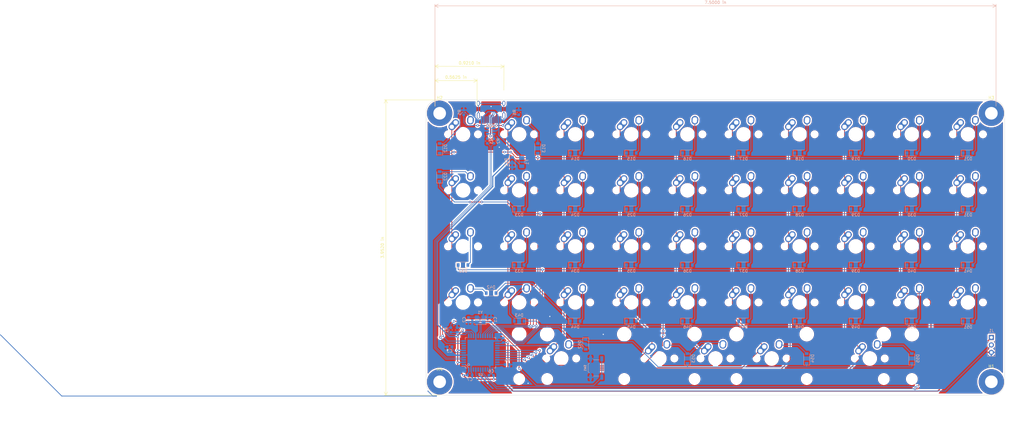
<source format=kicad_pcb>
(kicad_pcb (version 20171130) (host pcbnew "(5.1.4-0)")
  (layers (0 F.Cu signal) (31 B.Cu signal) (34 B.Paste user) (35 F.Paste user) (36 B.SilkS user) (37 F.SilkS user) (38 B.Mask user) (39 F.Mask user) (44 Edge.Cuts user))
  (net 0 "")
  (net 1 GND)
  (net 2 "Net-(C1-Pad1)")
  (net 3 "Net-(C2-Pad1)")
  (net 4 "Net-(C3-Pad2)")
  (net 5 +5V)
  (net 6 RGB)
  (net 7 "Net-(D12-Pad2)")
  (net 8 ROW0)
  (net 9 "Net-(D13-Pad2)")
  (net 10 "Net-(D14-Pad2)")
  (net 11 "Net-(D15-Pad2)")
  (net 12 "Net-(D16-Pad2)")
  (net 13 "Net-(D17-Pad2)")
  (net 14 "Net-(D18-Pad2)")
  (net 15 "Net-(D19-Pad2)")
  (net 16 BSPC-ROW)
  (net 17 "Net-(D21-Pad2)")
  (net 18 "Net-(D22-Pad2)")
  (net 19 ROW1)
  (net 20 "Net-(D23-Pad2)")
  (net 21 "Net-(D24-Pad2)")
  (net 22 "Net-(D25-Pad2)")
  (net 23 "Net-(D26-Pad2)")
  (net 24 "Net-(D27-Pad2)")
  (net 25 "Net-(D28-Pad2)")
  (net 26 "Net-(D29-Pad2)")
  (net 27 "Net-(D30-Pad2)")
  (net 28 "Net-(D31-Pad2)")
  (net 29 "Net-(D32-Pad2)")
  (net 30 ROW2)
  (net 31 "Net-(D33-Pad2)")
  (net 32 "Net-(D34-Pad2)")
  (net 33 "Net-(D35-Pad2)")
  (net 34 "Net-(D36-Pad2)")
  (net 35 "Net-(D37-Pad2)")
  (net 36 "Net-(D38-Pad2)")
  (net 37 "Net-(D39-Pad2)")
  (net 38 "Net-(D40-Pad2)")
  (net 39 "Net-(D41-Pad2)")
  (net 40 "Net-(D42-Pad2)")
  (net 41 ROW3)
  (net 42 "Net-(D43-Pad2)")
  (net 43 "Net-(D44-Pad2)")
  (net 44 "Net-(D45-Pad2)")
  (net 45 "Net-(D46-Pad2)")
  (net 46 "Net-(D47-Pad2)")
  (net 47 "Net-(D48-Pad2)")
  (net 48 "Net-(D49-Pad2)")
  (net 49 "Net-(D50-Pad2)")
  (net 50 "Net-(D51-Pad2)")
  (net 51 "Net-(D52-Pad2)")
  (net 52 ROW4)
  (net 53 SPC-ROW)
  (net 54 "Net-(D54-Pad2)")
  (net 55 "Net-(D55-Pad2)")
  (net 56 VBUS)
  (net 57 COL0)
  (net 58 COL1)
  (net 59 COL2)
  (net 60 COL3)
  (net 61 COL4)
  (net 62 COL5)
  (net 63 COL6)
  (net 64 COL7)
  (net 65 BSPC-COL)
  (net 66 COL9)
  (net 67 "Net-(R1-Pad1)")
  (net 68 D+)
  (net 69 D-)
  (net 70 "Net-(R4-Pad2)")
  (net 71 "Net-(R5-Pad2)")
  (net 72 "Net-(R6-Pad2)")
  (net 73 "Net-(U1-Pad42)")
  (net 74 "Net-(U1-Pad40)")
  (net 75 "Net-(U1-Pad37)")
  (net 76 "Net-(U1-Pad36)")
  (net 77 "Net-(U1-Pad26)")
  (net 78 "Net-(U1-Pad12)")
  (net 79 "Net-(U1-Pad9)")
  (net 80 "Net-(U1-Pad8)")
  (net 81 "Net-(U1-Pad1)")
  (net 82 "Net-(USB1-Pad3)")
  (net 83 "Net-(USB1-Pad9)")
  (net 84 "Net-(USB1-Pad13)")
  (net 85 /MCU_D+)
  (net 86 /MCU_D-)
  (net 87 "Net-(U1-Pad32)")
  (module Keybage_MX_Alps:MX-ALPS_1u_NoLED (layer F.Cu) (at 107.95 74.6125)
    (fp_text reference MX2)
    (fp_text value MX-NoLED)
    (pad "" np_thru_hole circle (at 5.08 0 48.0996) (size 1.75 1.75) (drill 1.75) (layers *.Cu *.Mask))
    (pad "" np_thru_hole circle (at -5.08 0 48.0996) (size 1.75 1.75) (drill 1.75) (layers *.Cu *.Mask))
    (pad 1 thru_hole circle (at -2.5 -4) (size 2.25 2.25) (drill 1.47) (layers *.Cu B.Mask) (net 58 COL1))
    (pad "" np_thru_hole circle (at 0 0) (size 3.9878 3.9878) (drill 3.9878) (layers *.Cu *.Mask))
    (pad 1 thru_hole oval (at -3.81 -2.54 48.0996) (size 4.211556 2.25) (drill 1.47 (offset 0.980778 0)) (layers *.Cu B.Mask) (net 58 COL1))
    (pad 2 thru_hole circle (at 2.54 -5.08) (size 2.25 2.25) (drill 1.47) (layers *.Cu B.Mask) (net 9 "Net-(D13-Pad2)"))
    (pad 2 thru_hole oval (at 2.5 -4.5 86.0548) (size 2.831378 2.25) (drill 1.47 (offset 0.290689 0)) (layers *.Cu B.Mask) (net 9 "Net-(D13-Pad2)"))
  )
  (module Diode_SMD:D_SOD-123 (layer B.Cu) (at 114.3 79.375 90)
    (fp_text reference D13 (at 0 2 90) (layer B.SilkS) (effects (justify mirror)))
    (fp_text value D_Small)
    (pad 2 smd rect (at 1.65 0 90) (size 0.9 1.2) (layers B.Cu B.Paste B.Mask) (net 9 "Net-(D13-Pad2)"))
    (pad 1 smd rect (at -1.65 0 90) (size 0.9 1.2) (layers B.Cu B.Paste B.Mask) (net 8 ROW0))
  )
  (module Keybage_MX_Alps:MX-ALPS_8u_ReversedStabilizers_NoLED (layer F.Cu) (at 174.625 150.8125)
    (fp_text reference MX46)
    (fp_text value MX-NoLED)
    (pad "" np_thru_hole circle (at 66.675 -8.255) (size 3.9878 3.9878) (drill 3.9878) (layers *.Cu *.Mask))
    (pad "" np_thru_hole circle (at -66.675 -8.255) (size 3.9878 3.9878) (drill 3.9878) (layers *.Cu *.Mask))
    (pad "" np_thru_hole circle (at 66.675 6.985) (size 3.048 3.048) (drill 3.048) (layers *.Cu *.Mask))
    (pad "" np_thru_hole circle (at -66.675 6.985) (size 3.048 3.048) (drill 3.048) (layers *.Cu *.Mask))
    (pad "" np_thru_hole circle (at 5.08 0 48.0996) (size 1.75 1.75) (drill 1.75) (layers *.Cu *.Mask))
    (pad "" np_thru_hole circle (at -5.08 0 48.0996) (size 1.75 1.75) (drill 1.75) (layers *.Cu *.Mask))
    (pad 1 thru_hole circle (at -2.5 -4) (size 2.25 2.25) (drill 1.47) (layers *.Cu B.Mask) (net 60 COL3))
    (pad "" np_thru_hole circle (at 0 0) (size 3.9878 3.9878) (drill 3.9878) (layers *.Cu *.Mask))
    (pad 1 thru_hole oval (at -3.81 -2.54 48.0996) (size 4.211556 2.25) (drill 1.47 (offset 0.980778 0)) (layers *.Cu B.Mask) (net 60 COL3))
    (pad 2 thru_hole circle (at 2.54 -5.08) (size 2.25 2.25) (drill 1.47) (layers *.Cu B.Mask) (net 53 SPC-ROW))
    (pad 2 thru_hole oval (at 2.5 -4.5 86.0548) (size 2.831378 2.25) (drill 1.47 (offset 0.290689 0)) (layers *.Cu B.Mask) (net 53 SPC-ROW))
  )
  (module Keybage_MX_Alps:MX-ALPS_1.5u_NoLED (layer F.Cu) (at 122.2375 150.8125)
    (fp_text reference MX41)
    (fp_text value MX-NoLED)
    (pad "" np_thru_hole circle (at 5.08 0 48.0996) (size 1.75 1.75) (drill 1.75) (layers *.Cu *.Mask))
    (pad "" np_thru_hole circle (at -5.08 0 48.0996) (size 1.75 1.75) (drill 1.75) (layers *.Cu *.Mask))
    (pad 1 thru_hole circle (at -2.5 -4) (size 2.25 2.25) (drill 1.47) (layers *.Cu B.Mask) (net 59 COL2))
    (pad "" np_thru_hole circle (at 0 0) (size 3.9878 3.9878) (drill 3.9878) (layers *.Cu *.Mask))
    (pad 1 thru_hole oval (at -3.81 -2.54 48.0996) (size 4.211556 2.25) (drill 1.47 (offset 0.980778 0)) (layers *.Cu B.Mask) (net 59 COL2))
    (pad 2 thru_hole circle (at 2.54 -5.08) (size 2.25 2.25) (drill 1.47) (layers *.Cu B.Mask) (net 51 "Net-(D52-Pad2)"))
    (pad 2 thru_hole oval (at 2.5 -4.5 86.0548) (size 2.831378 2.25) (drill 1.47 (offset 0.290689 0)) (layers *.Cu B.Mask) (net 51 "Net-(D52-Pad2)"))
  )
  (module Keebio-Parts:TQFP-44_10x10mm_Pitch0.8mm (layer B.Cu) (at 94.83725 148.87575)
    (fp_text reference U1 (at 0 7.45) (layer B.SilkS) (effects (font (size 0.8 0.8)) (justify mirror)))
    (fp_text value ATmega32U4-AU)
    (pad 1 smd rect (at -5.7 4) (size 1.5 0.55) (layers B.Cu B.Paste B.Mask) (net 81 "Net-(U1-Pad1)"))
    (pad 2 smd rect (at -5.7 3.2) (size 1.5 0.55) (layers B.Cu B.Paste B.Mask) (net 5 +5V))
    (pad 3 smd rect (at -5.7 2.4) (size 1.5 0.55) (layers B.Cu B.Paste B.Mask) (net 86 /MCU_D-))
    (pad 4 smd rect (at -5.7 1.6) (size 1.5 0.55) (layers B.Cu B.Paste B.Mask) (net 85 /MCU_D+))
    (pad 5 smd rect (at -5.7 0.8) (size 1.5 0.55) (layers B.Cu B.Paste B.Mask) (net 1 GND))
    (pad 6 smd rect (at -5.7 0) (size 1.5 0.55) (layers B.Cu B.Paste B.Mask) (net 4 "Net-(C3-Pad2)"))
    (pad 7 smd rect (at -5.7 -0.8) (size 1.5 0.55) (layers B.Cu B.Paste B.Mask) (net 5 +5V))
    (pad 8 smd rect (at -5.7 -1.6) (size 1.5 0.55) (layers B.Cu B.Paste B.Mask) (net 80 "Net-(U1-Pad8)"))
    (pad 9 smd rect (at -5.7 -2.4) (size 1.5 0.55) (layers B.Cu B.Paste B.Mask) (net 79 "Net-(U1-Pad9)"))
    (pad 10 smd rect (at -5.7 -3.2) (size 1.5 0.55) (layers B.Cu B.Paste B.Mask) (net 57 COL0))
    (pad 11 smd rect (at -5.7 -4) (size 1.5 0.55) (layers B.Cu B.Paste B.Mask) (net 58 COL1))
    (pad 12 smd rect (at -4 -5.7 270) (size 1.5 0.55) (layers B.Cu B.Paste B.Mask) (net 78 "Net-(U1-Pad12)"))
    (pad 13 smd rect (at -3.2 -5.7 270) (size 1.5 0.55) (layers B.Cu B.Paste B.Mask) (net 67 "Net-(R1-Pad1)"))
    (pad 14 smd rect (at -2.4 -5.7 270) (size 1.5 0.55) (layers B.Cu B.Paste B.Mask) (net 5 +5V))
    (pad 15 smd rect (at -1.6 -5.7 270) (size 1.5 0.55) (layers B.Cu B.Paste B.Mask) (net 1 GND))
    (pad 16 smd rect (at -0.8 -5.7 270) (size 1.5 0.55) (layers B.Cu B.Paste B.Mask) (net 3 "Net-(C2-Pad1)"))
    (pad 17 smd rect (at 0 -5.7 270) (size 1.5 0.55) (layers B.Cu B.Paste B.Mask) (net 2 "Net-(C1-Pad1)"))
    (pad 18 smd rect (at 0.8 -5.7 270) (size 1.5 0.55) (layers B.Cu B.Paste B.Mask) (net 8 ROW0))
    (pad 19 smd rect (at 1.6 -5.7 270) (size 1.5 0.55) (layers B.Cu B.Paste B.Mask) (net 19 ROW1))
    (pad 20 smd rect (at 2.4 -5.7 270) (size 1.5 0.55) (layers B.Cu B.Paste B.Mask) (net 30 ROW2))
    (pad 21 smd rect (at 3.2 -5.7 270) (size 1.5 0.55) (layers B.Cu B.Paste B.Mask) (net 41 ROW3))
    (pad 22 smd rect (at 4 -5.7 270) (size 1.5 0.55) (layers B.Cu B.Paste B.Mask) (net 52 ROW4))
    (pad 23 smd rect (at 5.7 -4) (size 1.5 0.55) (layers B.Cu B.Paste B.Mask) (net 1 GND))
    (pad 24 smd rect (at 5.7 -3.2) (size 1.5 0.55) (layers B.Cu B.Paste B.Mask) (net 5 +5V))
    (pad 25 smd rect (at 5.7 -2.4) (size 1.5 0.55) (layers B.Cu B.Paste B.Mask) (net 59 COL2))
    (pad 26 smd rect (at 5.7 -1.6) (size 1.5 0.55) (layers B.Cu B.Paste B.Mask) (net 77 "Net-(U1-Pad26)"))
    (pad 27 smd rect (at 5.7 -0.8) (size 1.5 0.55) (layers B.Cu B.Paste B.Mask) (net 60 COL3))
    (pad 28 smd rect (at 5.7 0) (size 1.5 0.55) (layers B.Cu B.Paste B.Mask) (net 61 COL4))
    (pad 29 smd rect (at 5.7 0.8) (size 1.5 0.55) (layers B.Cu B.Paste B.Mask) (net 62 COL5))
    (pad 30 smd rect (at 5.7 1.6) (size 1.5 0.55) (layers B.Cu B.Paste B.Mask) (net 63 COL6))
    (pad 31 smd rect (at 5.7 2.4) (size 1.5 0.55) (layers B.Cu B.Paste B.Mask) (net 64 COL7))
    (pad 32 smd rect (at 5.7 3.2) (size 1.5 0.55) (layers B.Cu B.Paste B.Mask) (net 87 "Net-(U1-Pad32)"))
    (pad 33 smd rect (at 5.7 4) (size 1.5 0.55) (layers B.Cu B.Paste B.Mask) (net 70 "Net-(R4-Pad2)"))
    (pad 34 smd rect (at 4 5.7 270) (size 1.5 0.55) (layers B.Cu B.Paste B.Mask) (net 5 +5V))
    (pad 35 smd rect (at 3.2 5.7 270) (size 1.5 0.55) (layers B.Cu B.Paste B.Mask) (net 1 GND))
    (pad 36 smd rect (at 2.4 5.7 270) (size 1.5 0.55) (layers B.Cu B.Paste B.Mask) (net 76 "Net-(U1-Pad36)"))
    (pad 37 smd rect (at 1.6 5.7 270) (size 1.5 0.55) (layers B.Cu B.Paste B.Mask) (net 75 "Net-(U1-Pad37)"))
    (pad 38 smd rect (at 0.8 5.7 270) (size 1.5 0.55) (layers B.Cu B.Paste B.Mask) (net 65 BSPC-COL))
    (pad 39 smd rect (at 0 5.7 270) (size 1.5 0.55) (layers B.Cu B.Paste B.Mask) (net 66 COL9))
    (pad 40 smd rect (at -0.8 5.7 270) (size 1.5 0.55) (layers B.Cu B.Paste B.Mask) (net 74 "Net-(U1-Pad40)"))
    (pad 41 smd rect (at -1.6 5.7 270) (size 1.5 0.55) (layers B.Cu B.Paste B.Mask) (net 6 RGB))
    (pad 42 smd rect (at -2.4 5.7 270) (size 1.5 0.55) (layers B.Cu B.Paste B.Mask) (net 73 "Net-(U1-Pad42)"))
    (pad 43 smd rect (at -3.2 5.7 270) (size 1.5 0.55) (layers B.Cu B.Paste B.Mask) (net 1 GND))
    (pad 44 smd rect (at -4 5.7 270) (size 1.5 0.55) (layers B.Cu B.Paste B.Mask) (net 5 +5V))
  )
  (module MountingHole:MountingHole_4.3mm_M4_Pad (layer F.Cu) (at 268.2875 67.46875)
    (fp_text reference H3 (at 0 -5.3) (layer F.SilkS))
    (fp_text value MountingHole)
    (pad 1 thru_hole circle (at 0 0) (size 8.6 8.6) (drill 4.3) (layers *.Cu *.Mask))
  )
  (module MountingHole:MountingHole_4.3mm_M4_Pad (layer F.Cu) (at 80.9625 67.46875)
    (fp_text reference H2 (at 0 -5.3) (layer F.SilkS))
    (fp_text value MountingHole)
    (pad 1 thru_hole circle (at 0 0) (size 8.6 8.6) (drill 4.3) (layers *.Cu *.Mask))
  )
  (module MountingHole:MountingHole_4.3mm_M4_Pad (layer F.Cu) (at 268.2875 158.75)
    (fp_text reference H1 (at 0 -5.3) (layer F.SilkS))
    (fp_text value MountingHole)
    (pad 1 thru_hole circle (at 0 0) (size 8.6 8.6) (drill 4.3) (layers *.Cu *.Mask))
  )
  (module MountingHole:MountingHole_4.3mm_M4_Pad (layer F.Cu) (at 80.9625 158.75)
    (fp_text reference H4 (at 0 -4.2) (layer F.SilkS))
    (fp_text value MountingHole)
    (pad 1 thru_hole circle (at 0 0) (size 8.6 8.6) (drill 4.3) (layers *.Cu *.Mask))
  )
  (module Keybage_MX_Alps:MX-ALPS_7u_ReversedStabilizers_NoLED (layer F.Cu) (at 174.625 150.8125)
    (fp_text reference MX45)
    (fp_text value MX-NoLED)
    (pad "" np_thru_hole circle (at 57.15 -8.255) (size 3.9878 3.9878) (drill 3.9878) (layers *.Cu *.Mask))
    (pad "" np_thru_hole circle (at -57.15 -8.255) (size 3.9878 3.9878) (drill 3.9878) (layers *.Cu *.Mask))
    (pad "" np_thru_hole circle (at 57.15 6.985) (size 3.048 3.048) (drill 3.048) (layers *.Cu *.Mask))
    (pad "" np_thru_hole circle (at -57.15 6.985) (size 3.048 3.048) (drill 3.048) (layers *.Cu *.Mask))
    (pad "" np_thru_hole circle (at 5.08 0 48.0996) (size 1.75 1.75) (drill 1.75) (layers *.Cu *.Mask))
    (pad "" np_thru_hole circle (at -5.08 0 48.0996) (size 1.75 1.75) (drill 1.75) (layers *.Cu *.Mask))
    (pad 1 thru_hole circle (at -2.5 -4) (size 2.25 2.25) (drill 1.47) (layers *.Cu B.Mask) (net 60 COL3))
    (pad "" np_thru_hole circle (at 0 0) (size 3.9878 3.9878) (drill 3.9878) (layers *.Cu *.Mask))
    (pad 1 thru_hole oval (at -3.81 -2.54 48.0996) (size 4.211556 2.25) (drill 1.47 (offset 0.980778 0)) (layers *.Cu B.Mask) (net 60 COL3))
    (pad 2 thru_hole circle (at 2.54 -5.08) (size 2.25 2.25) (drill 1.47) (layers *.Cu B.Mask) (net 53 SPC-ROW))
    (pad 2 thru_hole oval (at 2.5 -4.5 86.0548) (size 2.831378 2.25) (drill 1.47 (offset 0.290689 0)) (layers *.Cu B.Mask) (net 53 SPC-ROW))
  )
  (module Keybage_MX_Alps:MX-ALPS_1u_NoLED (layer F.Cu) (at 127 131.7625)
    (fp_text reference MX33)
    (fp_text value MX-NoLED)
    (pad "" np_thru_hole circle (at 5.08 0 48.0996) (size 1.75 1.75) (drill 1.75) (layers *.Cu *.Mask))
    (pad "" np_thru_hole circle (at -5.08 0 48.0996) (size 1.75 1.75) (drill 1.75) (layers *.Cu *.Mask))
    (pad 1 thru_hole circle (at -2.5 -4) (size 2.25 2.25) (drill 1.47) (layers *.Cu B.Mask) (net 59 COL2))
    (pad "" np_thru_hole circle (at 0 0) (size 3.9878 3.9878) (drill 3.9878) (layers *.Cu *.Mask))
    (pad 1 thru_hole oval (at -3.81 -2.54 48.0996) (size 4.211556 2.25) (drill 1.47 (offset 0.980778 0)) (layers *.Cu B.Mask) (net 59 COL2))
    (pad 2 thru_hole circle (at 2.54 -5.08) (size 2.25 2.25) (drill 1.47) (layers *.Cu B.Mask) (net 43 "Net-(D44-Pad2)"))
    (pad 2 thru_hole oval (at 2.5 -4.5 86.0548) (size 2.831378 2.25) (drill 1.47 (offset 0.290689 0)) (layers *.Cu B.Mask) (net 43 "Net-(D44-Pad2)"))
  )
  (module Keybage_MX_Alps:MX-ALPS_1u_NoLED (layer F.Cu) (at 146.05 131.7625)
    (fp_text reference MX34)
    (fp_text value MX-NoLED)
    (pad "" np_thru_hole circle (at 5.08 0 48.0996) (size 1.75 1.75) (drill 1.75) (layers *.Cu *.Mask))
    (pad "" np_thru_hole circle (at -5.08 0 48.0996) (size 1.75 1.75) (drill 1.75) (layers *.Cu *.Mask))
    (pad 1 thru_hole circle (at -2.5 -4) (size 2.25 2.25) (drill 1.47) (layers *.Cu B.Mask) (net 60 COL3))
    (pad "" np_thru_hole circle (at 0 0) (size 3.9878 3.9878) (drill 3.9878) (layers *.Cu *.Mask))
    (pad 1 thru_hole oval (at -3.81 -2.54 48.0996) (size 4.211556 2.25) (drill 1.47 (offset 0.980778 0)) (layers *.Cu B.Mask) (net 60 COL3))
    (pad 2 thru_hole circle (at 2.54 -5.08) (size 2.25 2.25) (drill 1.47) (layers *.Cu B.Mask) (net 44 "Net-(D45-Pad2)"))
    (pad 2 thru_hole oval (at 2.5 -4.5 86.0548) (size 2.831378 2.25) (drill 1.47 (offset 0.290689 0)) (layers *.Cu B.Mask) (net 44 "Net-(D45-Pad2)"))
  )
  (module Capacitor_SMD:C_0603_1608Metric (layer B.Cu) (at 90.7415 137.63625 270)
    (fp_text reference C2 (at 0 1.43 90) (layer B.SilkS) (effects (justify mirror)))
    (fp_text value 22pF)
    (pad 2 smd roundrect (at 0.7875 0 270) (size 0.875 0.95) (layers B.Cu B.Paste B.Mask) (net 1 GND))
    (pad 1 smd roundrect (at -0.7875 0 270) (size 0.875 0.95) (layers B.Cu B.Paste B.Mask) (net 3 "Net-(C2-Pad1)"))
  )
  (module Resistor_SMD:R_0603_1608Metric (layer B.Cu) (at 84.74075 141.12875 270)
    (fp_text reference R1 (at 0 1.43 90) (layer B.SilkS) (effects (justify mirror)))
    (fp_text value 10k)
    (pad 2 smd roundrect (at 0.7875 0 270) (size 0.875 0.95) (layers B.Cu B.Paste B.Mask) (net 5 +5V))
    (pad 1 smd roundrect (at -0.7875 0 270) (size 0.875 0.95) (layers B.Cu B.Paste B.Mask) (net 67 "Net-(R1-Pad1)"))
  )
  (module Keybage_MX_Alps:MX-ALPS_1u_NoLED (layer F.Cu) (at 146.05 112.7125)
    (fp_text reference MX24)
    (fp_text value MX-NoLED)
    (pad "" np_thru_hole circle (at 5.08 0 48.0996) (size 1.75 1.75) (drill 1.75) (layers *.Cu *.Mask))
    (pad "" np_thru_hole circle (at -5.08 0 48.0996) (size 1.75 1.75) (drill 1.75) (layers *.Cu *.Mask))
    (pad 1 thru_hole circle (at -2.5 -4) (size 2.25 2.25) (drill 1.47) (layers *.Cu B.Mask) (net 60 COL3))
    (pad "" np_thru_hole circle (at 0 0) (size 3.9878 3.9878) (drill 3.9878) (layers *.Cu *.Mask))
    (pad 1 thru_hole oval (at -3.81 -2.54 48.0996) (size 4.211556 2.25) (drill 1.47 (offset 0.980778 0)) (layers *.Cu B.Mask) (net 60 COL3))
    (pad 2 thru_hole circle (at 2.54 -5.08) (size 2.25 2.25) (drill 1.47) (layers *.Cu B.Mask) (net 33 "Net-(D35-Pad2)"))
    (pad 2 thru_hole oval (at 2.5 -4.5 86.0548) (size 2.831378 2.25) (drill 1.47 (offset 0.290689 0)) (layers *.Cu B.Mask) (net 33 "Net-(D35-Pad2)"))
  )
  (module Resistor_SMD:R_0603_1608Metric (layer B.Cu) (at 99.441 76.8985 90)
    (fp_text reference R2 (at 0 1.43 270) (layer B.SilkS) (effects (justify mirror)))
    (fp_text value 22)
    (pad 2 smd roundrect (at 0.7875 0 90) (size 0.875 0.95) (layers B.Cu B.Paste B.Mask) (net 68 D+))
    (pad 1 smd roundrect (at -0.7875 0 90) (size 0.875 0.95) (layers B.Cu B.Paste B.Mask) (net 85 /MCU_D+))
  )
  (module Keybage_MX_Alps:MX-ALPS_2u_ReversedStabilizers_NoLED (layer F.Cu) (at 193.675 150.8125)
    (fp_text reference MX43)
    (fp_text value MX-NoLED)
    (pad "" np_thru_hole circle (at 11.938 -8.255) (size 3.9878 3.9878) (drill 3.9878) (layers *.Cu *.Mask))
    (pad "" np_thru_hole circle (at -11.938 -8.255) (size 3.9878 3.9878) (drill 3.9878) (layers *.Cu *.Mask))
    (pad "" np_thru_hole circle (at 11.938 6.985) (size 3.048 3.048) (drill 3.048) (layers *.Cu *.Mask))
    (pad "" np_thru_hole circle (at -11.938 6.985) (size 3.048 3.048) (drill 3.048) (layers *.Cu *.Mask))
    (pad "" np_thru_hole circle (at 5.08 0 48.0996) (size 1.75 1.75) (drill 1.75) (layers *.Cu *.Mask))
    (pad "" np_thru_hole circle (at -5.08 0 48.0996) (size 1.75 1.75) (drill 1.75) (layers *.Cu *.Mask))
    (pad 1 thru_hole circle (at -2.5 -4) (size 2.25 2.25) (drill 1.47) (layers *.Cu B.Mask) (net 62 COL5))
    (pad "" np_thru_hole circle (at 0 0) (size 3.9878 3.9878) (drill 3.9878) (layers *.Cu *.Mask))
    (pad 1 thru_hole oval (at -3.81 -2.54 48.0996) (size 4.211556 2.25) (drill 1.47 (offset 0.980778 0)) (layers *.Cu B.Mask) (net 62 COL5))
    (pad 2 thru_hole circle (at 2.54 -5.08) (size 2.25 2.25) (drill 1.47) (layers *.Cu B.Mask) (net 54 "Net-(D54-Pad2)"))
    (pad 2 thru_hole oval (at 2.5 -4.5 86.0548) (size 2.831378 2.25) (drill 1.47 (offset 0.290689 0)) (layers *.Cu B.Mask) (net 54 "Net-(D54-Pad2)"))
  )
  (module Keybage_MX_Alps:MX-ALPS_2u_ReversedStabilizers_NoLED (layer F.Cu) (at 155.575 150.8125)
    (fp_text reference MX42)
    (fp_text value MX-NoLED)
    (pad "" np_thru_hole circle (at 11.938 -8.255) (size 3.9878 3.9878) (drill 3.9878) (layers *.Cu *.Mask))
    (pad "" np_thru_hole circle (at -11.938 -8.255) (size 3.9878 3.9878) (drill 3.9878) (layers *.Cu *.Mask))
    (pad "" np_thru_hole circle (at 11.938 6.985) (size 3.048 3.048) (drill 3.048) (layers *.Cu *.Mask))
    (pad "" np_thru_hole circle (at -11.938 6.985) (size 3.048 3.048) (drill 3.048) (layers *.Cu *.Mask))
    (pad "" np_thru_hole circle (at 5.08 0 48.0996) (size 1.75 1.75) (drill 1.75) (layers *.Cu *.Mask))
    (pad "" np_thru_hole circle (at -5.08 0 48.0996) (size 1.75 1.75) (drill 1.75) (layers *.Cu *.Mask))
    (pad 1 thru_hole circle (at -2.5 -4) (size 2.25 2.25) (drill 1.47) (layers *.Cu B.Mask) (net 60 COL3))
    (pad "" np_thru_hole circle (at 0 0) (size 3.9878 3.9878) (drill 3.9878) (layers *.Cu *.Mask))
    (pad 1 thru_hole oval (at -3.81 -2.54 48.0996) (size 4.211556 2.25) (drill 1.47 (offset 0.980778 0)) (layers *.Cu B.Mask) (net 60 COL3))
    (pad 2 thru_hole circle (at 2.54 -5.08) (size 2.25 2.25) (drill 1.47) (layers *.Cu B.Mask) (net 53 SPC-ROW))
    (pad 2 thru_hole oval (at 2.5 -4.5 86.0548) (size 2.831378 2.25) (drill 1.47 (offset 0.290689 0)) (layers *.Cu B.Mask) (net 53 SPC-ROW))
  )
  (module Resistor_SMD:R_0603_1608Metric (layer B.Cu) (at 97.155 76.8985 90)
    (fp_text reference R3 (at 0 1.43 270) (layer B.SilkS) (effects (justify mirror)))
    (fp_text value 22)
    (pad 2 smd roundrect (at 0.7875 0 90) (size 0.875 0.95) (layers B.Cu B.Paste B.Mask) (net 69 D-))
    (pad 1 smd roundrect (at -0.7875 0 90) (size 0.875 0.95) (layers B.Cu B.Paste B.Mask) (net 86 /MCU_D-))
  )
  (module Keybage_MX_Alps:MX-ALPS_1.5u_NoLED (layer F.Cu) (at 227.0125 150.8125)
    (fp_text reference MX44)
    (fp_text value MX-NoLED)
    (pad "" np_thru_hole circle (at 5.08 0 48.0996) (size 1.75 1.75) (drill 1.75) (layers *.Cu *.Mask))
    (pad "" np_thru_hole circle (at -5.08 0 48.0996) (size 1.75 1.75) (drill 1.75) (layers *.Cu *.Mask))
    (pad 1 thru_hole circle (at -2.5 -4) (size 2.25 2.25) (drill 1.47) (layers *.Cu B.Mask) (net 64 COL7))
    (pad "" np_thru_hole circle (at 0 0) (size 3.9878 3.9878) (drill 3.9878) (layers *.Cu *.Mask))
    (pad 1 thru_hole oval (at -3.81 -2.54 48.0996) (size 4.211556 2.25) (drill 1.47 (offset 0.980778 0)) (layers *.Cu B.Mask) (net 64 COL7))
    (pad 2 thru_hole circle (at 2.54 -5.08) (size 2.25 2.25) (drill 1.47) (layers *.Cu B.Mask) (net 55 "Net-(D55-Pad2)"))
    (pad 2 thru_hole oval (at 2.5 -4.5 86.0548) (size 2.831378 2.25) (drill 1.47 (offset 0.290689 0)) (layers *.Cu B.Mask) (net 55 "Net-(D55-Pad2)"))
  )
  (module Keybage_MX_Alps:MX-ALPS_1u_NoLED (layer F.Cu) (at 260.35 131.7625)
    (fp_text reference MX40)
    (fp_text value MX-NoLED)
    (pad "" np_thru_hole circle (at 5.08 0 48.0996) (size 1.75 1.75) (drill 1.75) (layers *.Cu *.Mask))
    (pad "" np_thru_hole circle (at -5.08 0 48.0996) (size 1.75 1.75) (drill 1.75) (layers *.Cu *.Mask))
    (pad 1 thru_hole circle (at -2.5 -4) (size 2.25 2.25) (drill 1.47) (layers *.Cu B.Mask) (net 66 COL9))
    (pad "" np_thru_hole circle (at 0 0) (size 3.9878 3.9878) (drill 3.9878) (layers *.Cu *.Mask))
    (pad 1 thru_hole oval (at -3.81 -2.54 48.0996) (size 4.211556 2.25) (drill 1.47 (offset 0.980778 0)) (layers *.Cu B.Mask) (net 66 COL9))
    (pad 2 thru_hole circle (at 2.54 -5.08) (size 2.25 2.25) (drill 1.47) (layers *.Cu B.Mask) (net 50 "Net-(D51-Pad2)"))
    (pad 2 thru_hole oval (at 2.5 -4.5 86.0548) (size 2.831378 2.25) (drill 1.47 (offset 0.290689 0)) (layers *.Cu B.Mask) (net 50 "Net-(D51-Pad2)"))
  )
  (module Keybage_MX_Alps:MX-ALPS_1u_NoLED (layer F.Cu) (at 241.3 131.7625)
    (fp_text reference MX39)
    (fp_text value MX-NoLED)
    (pad "" np_thru_hole circle (at 5.08 0 48.0996) (size 1.75 1.75) (drill 1.75) (layers *.Cu *.Mask))
    (pad "" np_thru_hole circle (at -5.08 0 48.0996) (size 1.75 1.75) (drill 1.75) (layers *.Cu *.Mask))
    (pad 1 thru_hole circle (at -2.5 -4) (size 2.25 2.25) (drill 1.47) (layers *.Cu B.Mask) (net 65 BSPC-COL))
    (pad "" np_thru_hole circle (at 0 0) (size 3.9878 3.9878) (drill 3.9878) (layers *.Cu *.Mask))
    (pad 1 thru_hole oval (at -3.81 -2.54 48.0996) (size 4.211556 2.25) (drill 1.47 (offset 0.980778 0)) (layers *.Cu B.Mask) (net 65 BSPC-COL))
    (pad 2 thru_hole circle (at 2.54 -5.08) (size 2.25 2.25) (drill 1.47) (layers *.Cu B.Mask) (net 49 "Net-(D50-Pad2)"))
    (pad 2 thru_hole oval (at 2.5 -4.5 86.0548) (size 2.831378 2.25) (drill 1.47 (offset 0.290689 0)) (layers *.Cu B.Mask) (net 49 "Net-(D50-Pad2)"))
  )
  (module Keybage_MX_Alps:MX-ALPS_1u_NoLED (layer F.Cu) (at 222.25 131.7625)
    (fp_text reference MX38)
    (fp_text value MX-NoLED)
    (pad "" np_thru_hole circle (at 5.08 0 48.0996) (size 1.75 1.75) (drill 1.75) (layers *.Cu *.Mask))
    (pad "" np_thru_hole circle (at -5.08 0 48.0996) (size 1.75 1.75) (drill 1.75) (layers *.Cu *.Mask))
    (pad 1 thru_hole circle (at -2.5 -4) (size 2.25 2.25) (drill 1.47) (layers *.Cu B.Mask) (net 64 COL7))
    (pad "" np_thru_hole circle (at 0 0) (size 3.9878 3.9878) (drill 3.9878) (layers *.Cu *.Mask))
    (pad 1 thru_hole oval (at -3.81 -2.54 48.0996) (size 4.211556 2.25) (drill 1.47 (offset 0.980778 0)) (layers *.Cu B.Mask) (net 64 COL7))
    (pad 2 thru_hole circle (at 2.54 -5.08) (size 2.25 2.25) (drill 1.47) (layers *.Cu B.Mask) (net 48 "Net-(D49-Pad2)"))
    (pad 2 thru_hole oval (at 2.5 -4.5 86.0548) (size 2.831378 2.25) (drill 1.47 (offset 0.290689 0)) (layers *.Cu B.Mask) (net 48 "Net-(D49-Pad2)"))
  )
  (module Keybage_MX_Alps:MX-ALPS_1u_NoLED (layer F.Cu) (at 203.2 131.7625)
    (fp_text reference MX37)
    (fp_text value MX-NoLED)
    (pad "" np_thru_hole circle (at 5.08 0 48.0996) (size 1.75 1.75) (drill 1.75) (layers *.Cu *.Mask))
    (pad "" np_thru_hole circle (at -5.08 0 48.0996) (size 1.75 1.75) (drill 1.75) (layers *.Cu *.Mask))
    (pad 1 thru_hole circle (at -2.5 -4) (size 2.25 2.25) (drill 1.47) (layers *.Cu B.Mask) (net 63 COL6))
    (pad "" np_thru_hole circle (at 0 0) (size 3.9878 3.9878) (drill 3.9878) (layers *.Cu *.Mask))
    (pad 1 thru_hole oval (at -3.81 -2.54 48.0996) (size 4.211556 2.25) (drill 1.47 (offset 0.980778 0)) (layers *.Cu B.Mask) (net 63 COL6))
    (pad 2 thru_hole circle (at 2.54 -5.08) (size 2.25 2.25) (drill 1.47) (layers *.Cu B.Mask) (net 47 "Net-(D48-Pad2)"))
    (pad 2 thru_hole oval (at 2.5 -4.5 86.0548) (size 2.831378 2.25) (drill 1.47 (offset 0.290689 0)) (layers *.Cu B.Mask) (net 47 "Net-(D48-Pad2)"))
  )
  (module Keybage_MX_Alps:MX-ALPS_1u_NoLED (layer F.Cu) (at 184.15 131.7625)
    (fp_text reference MX36)
    (fp_text value MX-NoLED)
    (pad "" np_thru_hole circle (at 5.08 0 48.0996) (size 1.75 1.75) (drill 1.75) (layers *.Cu *.Mask))
    (pad "" np_thru_hole circle (at -5.08 0 48.0996) (size 1.75 1.75) (drill 1.75) (layers *.Cu *.Mask))
    (pad 1 thru_hole circle (at -2.5 -4) (size 2.25 2.25) (drill 1.47) (layers *.Cu B.Mask) (net 62 COL5))
    (pad "" np_thru_hole circle (at 0 0) (size 3.9878 3.9878) (drill 3.9878) (layers *.Cu *.Mask))
    (pad 1 thru_hole oval (at -3.81 -2.54 48.0996) (size 4.211556 2.25) (drill 1.47 (offset 0.980778 0)) (layers *.Cu B.Mask) (net 62 COL5))
    (pad 2 thru_hole circle (at 2.54 -5.08) (size 2.25 2.25) (drill 1.47) (layers *.Cu B.Mask) (net 46 "Net-(D47-Pad2)"))
    (pad 2 thru_hole oval (at 2.5 -4.5 86.0548) (size 2.831378 2.25) (drill 1.47 (offset 0.290689 0)) (layers *.Cu B.Mask) (net 46 "Net-(D47-Pad2)"))
  )
  (module Keybage_MX_Alps:MX-ALPS_1u_NoLED (layer F.Cu) (at 165.1 131.7625)
    (fp_text reference MX35)
    (fp_text value MX-NoLED)
    (pad "" np_thru_hole circle (at 5.08 0 48.0996) (size 1.75 1.75) (drill 1.75) (layers *.Cu *.Mask))
    (pad "" np_thru_hole circle (at -5.08 0 48.0996) (size 1.75 1.75) (drill 1.75) (layers *.Cu *.Mask))
    (pad 1 thru_hole circle (at -2.5 -4) (size 2.25 2.25) (drill 1.47) (layers *.Cu B.Mask) (net 61 COL4))
    (pad "" np_thru_hole circle (at 0 0) (size 3.9878 3.9878) (drill 3.9878) (layers *.Cu *.Mask))
    (pad 1 thru_hole oval (at -3.81 -2.54 48.0996) (size 4.211556 2.25) (drill 1.47 (offset 0.980778 0)) (layers *.Cu B.Mask) (net 61 COL4))
    (pad 2 thru_hole circle (at 2.54 -5.08) (size 2.25 2.25) (drill 1.47) (layers *.Cu B.Mask) (net 45 "Net-(D46-Pad2)"))
    (pad 2 thru_hole oval (at 2.5 -4.5 86.0548) (size 2.831378 2.25) (drill 1.47 (offset 0.290689 0)) (layers *.Cu B.Mask) (net 45 "Net-(D46-Pad2)"))
  )
  (module Keybage_MX_Alps:MX-ALPS_1u_NoLED (layer F.Cu) (at 107.95 131.7625)
    (fp_text reference MX32)
    (fp_text value MX-NoLED)
    (pad "" np_thru_hole circle (at 5.08 0 48.0996) (size 1.75 1.75) (drill 1.75) (layers *.Cu *.Mask))
    (pad "" np_thru_hole circle (at -5.08 0 48.0996) (size 1.75 1.75) (drill 1.75) (layers *.Cu *.Mask))
    (pad 1 thru_hole circle (at -2.5 -4) (size 2.25 2.25) (drill 1.47) (layers *.Cu B.Mask) (net 58 COL1))
    (pad "" np_thru_hole circle (at 0 0) (size 3.9878 3.9878) (drill 3.9878) (layers *.Cu *.Mask))
    (pad 1 thru_hole oval (at -3.81 -2.54 48.0996) (size 4.211556 2.25) (drill 1.47 (offset 0.980778 0)) (layers *.Cu B.Mask) (net 58 COL1))
    (pad 2 thru_hole circle (at 2.54 -5.08) (size 2.25 2.25) (drill 1.47) (layers *.Cu B.Mask) (net 42 "Net-(D43-Pad2)"))
    (pad 2 thru_hole oval (at 2.5 -4.5 86.0548) (size 2.831378 2.25) (drill 1.47 (offset 0.290689 0)) (layers *.Cu B.Mask) (net 42 "Net-(D43-Pad2)"))
  )
  (module Keybage_MX_Alps:MX-ALPS_1u_NoLED (layer F.Cu) (at 88.9 131.7625)
    (fp_text reference MX31)
    (fp_text value MX-NoLED)
    (pad "" np_thru_hole circle (at 5.08 0 48.0996) (size 1.75 1.75) (drill 1.75) (layers *.Cu *.Mask))
    (pad "" np_thru_hole circle (at -5.08 0 48.0996) (size 1.75 1.75) (drill 1.75) (layers *.Cu *.Mask))
    (pad 1 thru_hole circle (at -2.5 -4) (size 2.25 2.25) (drill 1.47) (layers *.Cu B.Mask) (net 57 COL0))
    (pad "" np_thru_hole circle (at 0 0) (size 3.9878 3.9878) (drill 3.9878) (layers *.Cu *.Mask))
    (pad 1 thru_hole oval (at -3.81 -2.54 48.0996) (size 4.211556 2.25) (drill 1.47 (offset 0.980778 0)) (layers *.Cu B.Mask) (net 57 COL0))
    (pad 2 thru_hole circle (at 2.54 -5.08) (size 2.25 2.25) (drill 1.47) (layers *.Cu B.Mask) (net 40 "Net-(D42-Pad2)"))
    (pad 2 thru_hole oval (at 2.5 -4.5 86.0548) (size 2.831378 2.25) (drill 1.47 (offset 0.290689 0)) (layers *.Cu B.Mask) (net 40 "Net-(D42-Pad2)"))
  )
  (module Keybage_MX_Alps:MX-ALPS_1u_NoLED (layer F.Cu) (at 260.35 112.7125)
    (fp_text reference MX30)
    (fp_text value MX-NoLED)
    (pad "" np_thru_hole circle (at 5.08 0 48.0996) (size 1.75 1.75) (drill 1.75) (layers *.Cu *.Mask))
    (pad "" np_thru_hole circle (at -5.08 0 48.0996) (size 1.75 1.75) (drill 1.75) (layers *.Cu *.Mask))
    (pad 1 thru_hole circle (at -2.5 -4) (size 2.25 2.25) (drill 1.47) (layers *.Cu B.Mask) (net 66 COL9))
    (pad "" np_thru_hole circle (at 0 0) (size 3.9878 3.9878) (drill 3.9878) (layers *.Cu *.Mask))
    (pad 1 thru_hole oval (at -3.81 -2.54 48.0996) (size 4.211556 2.25) (drill 1.47 (offset 0.980778 0)) (layers *.Cu B.Mask) (net 66 COL9))
    (pad 2 thru_hole circle (at 2.54 -5.08) (size 2.25 2.25) (drill 1.47) (layers *.Cu B.Mask) (net 39 "Net-(D41-Pad2)"))
    (pad 2 thru_hole oval (at 2.5 -4.5 86.0548) (size 2.831378 2.25) (drill 1.47 (offset 0.290689 0)) (layers *.Cu B.Mask) (net 39 "Net-(D41-Pad2)"))
  )
  (module Keybage_MX_Alps:MX-ALPS_1u_NoLED (layer F.Cu) (at 241.3 112.7125)
    (fp_text reference MX29)
    (fp_text value MX-NoLED)
    (pad "" np_thru_hole circle (at 5.08 0 48.0996) (size 1.75 1.75) (drill 1.75) (layers *.Cu *.Mask))
    (pad "" np_thru_hole circle (at -5.08 0 48.0996) (size 1.75 1.75) (drill 1.75) (layers *.Cu *.Mask))
    (pad 1 thru_hole circle (at -2.5 -4) (size 2.25 2.25) (drill 1.47) (layers *.Cu B.Mask) (net 65 BSPC-COL))
    (pad "" np_thru_hole circle (at 0 0) (size 3.9878 3.9878) (drill 3.9878) (layers *.Cu *.Mask))
    (pad 1 thru_hole oval (at -3.81 -2.54 48.0996) (size 4.211556 2.25) (drill 1.47 (offset 0.980778 0)) (layers *.Cu B.Mask) (net 65 BSPC-COL))
    (pad 2 thru_hole circle (at 2.54 -5.08) (size 2.25 2.25) (drill 1.47) (layers *.Cu B.Mask) (net 38 "Net-(D40-Pad2)"))
    (pad 2 thru_hole oval (at 2.5 -4.5 86.0548) (size 2.831378 2.25) (drill 1.47 (offset 0.290689 0)) (layers *.Cu B.Mask) (net 38 "Net-(D40-Pad2)"))
  )
  (module Keybage_MX_Alps:MX-ALPS_1u_NoLED (layer F.Cu) (at 222.25 112.7125)
    (fp_text reference MX28)
    (fp_text value MX-NoLED)
    (pad "" np_thru_hole circle (at 5.08 0 48.0996) (size 1.75 1.75) (drill 1.75) (layers *.Cu *.Mask))
    (pad "" np_thru_hole circle (at -5.08 0 48.0996) (size 1.75 1.75) (drill 1.75) (layers *.Cu *.Mask))
    (pad 1 thru_hole circle (at -2.5 -4) (size 2.25 2.25) (drill 1.47) (layers *.Cu B.Mask) (net 64 COL7))
    (pad "" np_thru_hole circle (at 0 0) (size 3.9878 3.9878) (drill 3.9878) (layers *.Cu *.Mask))
    (pad 1 thru_hole oval (at -3.81 -2.54 48.0996) (size 4.211556 2.25) (drill 1.47 (offset 0.980778 0)) (layers *.Cu B.Mask) (net 64 COL7))
    (pad 2 thru_hole circle (at 2.54 -5.08) (size 2.25 2.25) (drill 1.47) (layers *.Cu B.Mask) (net 37 "Net-(D39-Pad2)"))
    (pad 2 thru_hole oval (at 2.5 -4.5 86.0548) (size 2.831378 2.25) (drill 1.47 (offset 0.290689 0)) (layers *.Cu B.Mask) (net 37 "Net-(D39-Pad2)"))
  )
  (module Keybage_MX_Alps:MX-ALPS_1u_NoLED (layer F.Cu) (at 203.2 112.7125)
    (fp_text reference MX27)
    (fp_text value MX-NoLED)
    (pad "" np_thru_hole circle (at 5.08 0 48.0996) (size 1.75 1.75) (drill 1.75) (layers *.Cu *.Mask))
    (pad "" np_thru_hole circle (at -5.08 0 48.0996) (size 1.75 1.75) (drill 1.75) (layers *.Cu *.Mask))
    (pad 1 thru_hole circle (at -2.5 -4) (size 2.25 2.25) (drill 1.47) (layers *.Cu B.Mask) (net 63 COL6))
    (pad "" np_thru_hole circle (at 0 0) (size 3.9878 3.9878) (drill 3.9878) (layers *.Cu *.Mask))
    (pad 1 thru_hole oval (at -3.81 -2.54 48.0996) (size 4.211556 2.25) (drill 1.47 (offset 0.980778 0)) (layers *.Cu B.Mask) (net 63 COL6))
    (pad 2 thru_hole circle (at 2.54 -5.08) (size 2.25 2.25) (drill 1.47) (layers *.Cu B.Mask) (net 36 "Net-(D38-Pad2)"))
    (pad 2 thru_hole oval (at 2.5 -4.5 86.0548) (size 2.831378 2.25) (drill 1.47 (offset 0.290689 0)) (layers *.Cu B.Mask) (net 36 "Net-(D38-Pad2)"))
  )
  (module Keybage_MX_Alps:MX-ALPS_1u_NoLED (layer F.Cu) (at 184.15 112.7125)
    (fp_text reference MX26)
    (fp_text value MX-NoLED)
    (pad "" np_thru_hole circle (at 5.08 0 48.0996) (size 1.75 1.75) (drill 1.75) (layers *.Cu *.Mask))
    (pad "" np_thru_hole circle (at -5.08 0 48.0996) (size 1.75 1.75) (drill 1.75) (layers *.Cu *.Mask))
    (pad 1 thru_hole circle (at -2.5 -4) (size 2.25 2.25) (drill 1.47) (layers *.Cu B.Mask) (net 62 COL5))
    (pad "" np_thru_hole circle (at 0 0) (size 3.9878 3.9878) (drill 3.9878) (layers *.Cu *.Mask))
    (pad 1 thru_hole oval (at -3.81 -2.54 48.0996) (size 4.211556 2.25) (drill 1.47 (offset 0.980778 0)) (layers *.Cu B.Mask) (net 62 COL5))
    (pad 2 thru_hole circle (at 2.54 -5.08) (size 2.25 2.25) (drill 1.47) (layers *.Cu B.Mask) (net 35 "Net-(D37-Pad2)"))
    (pad 2 thru_hole oval (at 2.5 -4.5 86.0548) (size 2.831378 2.25) (drill 1.47 (offset 0.290689 0)) (layers *.Cu B.Mask) (net 35 "Net-(D37-Pad2)"))
  )
  (module Keybage_MX_Alps:MX-ALPS_1u_NoLED (layer F.Cu) (at 165.1 112.7125)
    (fp_text reference MX25)
    (fp_text value MX-NoLED)
    (pad "" np_thru_hole circle (at 5.08 0 48.0996) (size 1.75 1.75) (drill 1.75) (layers *.Cu *.Mask))
    (pad "" np_thru_hole circle (at -5.08 0 48.0996) (size 1.75 1.75) (drill 1.75) (layers *.Cu *.Mask))
    (pad 1 thru_hole circle (at -2.5 -4) (size 2.25 2.25) (drill 1.47) (layers *.Cu B.Mask) (net 61 COL4))
    (pad "" np_thru_hole circle (at 0 0) (size 3.9878 3.9878) (drill 3.9878) (layers *.Cu *.Mask))
    (pad 1 thru_hole oval (at -3.81 -2.54 48.0996) (size 4.211556 2.25) (drill 1.47 (offset 0.980778 0)) (layers *.Cu B.Mask) (net 61 COL4))
    (pad 2 thru_hole circle (at 2.54 -5.08) (size 2.25 2.25) (drill 1.47) (layers *.Cu B.Mask) (net 34 "Net-(D36-Pad2)"))
    (pad 2 thru_hole oval (at 2.5 -4.5 86.0548) (size 2.831378 2.25) (drill 1.47 (offset 0.290689 0)) (layers *.Cu B.Mask) (net 34 "Net-(D36-Pad2)"))
  )
  (module Keybage_MX_Alps:MX-ALPS_1u_NoLED (layer F.Cu) (at 127 112.7125)
    (fp_text reference MX23)
    (fp_text value MX-NoLED)
    (pad "" np_thru_hole circle (at 5.08 0 48.0996) (size 1.75 1.75) (drill 1.75) (layers *.Cu *.Mask))
    (pad "" np_thru_hole circle (at -5.08 0 48.0996) (size 1.75 1.75) (drill 1.75) (layers *.Cu *.Mask))
    (pad 1 thru_hole circle (at -2.5 -4) (size 2.25 2.25) (drill 1.47) (layers *.Cu B.Mask) (net 59 COL2))
    (pad "" np_thru_hole circle (at 0 0) (size 3.9878 3.9878) (drill 3.9878) (layers *.Cu *.Mask))
    (pad 1 thru_hole oval (at -3.81 -2.54 48.0996) (size 4.211556 2.25) (drill 1.47 (offset 0.980778 0)) (layers *.Cu B.Mask) (net 59 COL2))
    (pad 2 thru_hole circle (at 2.54 -5.08) (size 2.25 2.25) (drill 1.47) (layers *.Cu B.Mask) (net 32 "Net-(D34-Pad2)"))
    (pad 2 thru_hole oval (at 2.5 -4.5 86.0548) (size 2.831378 2.25) (drill 1.47 (offset 0.290689 0)) (layers *.Cu B.Mask) (net 32 "Net-(D34-Pad2)"))
  )
  (module Keybage_MX_Alps:MX-ALPS_1u_NoLED (layer F.Cu) (at 107.95 112.7125)
    (fp_text reference MX22)
    (fp_text value MX-NoLED)
    (pad "" np_thru_hole circle (at 5.08 0 48.0996) (size 1.75 1.75) (drill 1.75) (layers *.Cu *.Mask))
    (pad "" np_thru_hole circle (at -5.08 0 48.0996) (size 1.75 1.75) (drill 1.75) (layers *.Cu *.Mask))
    (pad 1 thru_hole circle (at -2.5 -4) (size 2.25 2.25) (drill 1.47) (layers *.Cu B.Mask) (net 58 COL1))
    (pad "" np_thru_hole circle (at 0 0) (size 3.9878 3.9878) (drill 3.9878) (layers *.Cu *.Mask))
    (pad 1 thru_hole oval (at -3.81 -2.54 48.0996) (size 4.211556 2.25) (drill 1.47 (offset 0.980778 0)) (layers *.Cu B.Mask) (net 58 COL1))
    (pad 2 thru_hole circle (at 2.54 -5.08) (size 2.25 2.25) (drill 1.47) (layers *.Cu B.Mask) (net 31 "Net-(D33-Pad2)"))
    (pad 2 thru_hole oval (at 2.5 -4.5 86.0548) (size 2.831378 2.25) (drill 1.47 (offset 0.290689 0)) (layers *.Cu B.Mask) (net 31 "Net-(D33-Pad2)"))
  )
  (module Keybage_MX_Alps:MX-ALPS_1u_NoLED (layer F.Cu) (at 88.9 112.7125)
    (fp_text reference MX21)
    (fp_text value MX-NoLED)
    (pad "" np_thru_hole circle (at 5.08 0 48.0996) (size 1.75 1.75) (drill 1.75) (layers *.Cu *.Mask))
    (pad "" np_thru_hole circle (at -5.08 0 48.0996) (size 1.75 1.75) (drill 1.75) (layers *.Cu *.Mask))
    (pad 1 thru_hole circle (at -2.5 -4) (size 2.25 2.25) (drill 1.47) (layers *.Cu B.Mask) (net 57 COL0))
    (pad "" np_thru_hole circle (at 0 0) (size 3.9878 3.9878) (drill 3.9878) (layers *.Cu *.Mask))
    (pad 1 thru_hole oval (at -3.81 -2.54 48.0996) (size 4.211556 2.25) (drill 1.47 (offset 0.980778 0)) (layers *.Cu B.Mask) (net 57 COL0))
    (pad 2 thru_hole circle (at 2.54 -5.08) (size 2.25 2.25) (drill 1.47) (layers *.Cu B.Mask) (net 29 "Net-(D32-Pad2)"))
    (pad 2 thru_hole oval (at 2.5 -4.5 86.0548) (size 2.831378 2.25) (drill 1.47 (offset 0.290689 0)) (layers *.Cu B.Mask) (net 29 "Net-(D32-Pad2)"))
  )
  (module Keybage_MX_Alps:MX-ALPS_1u_NoLED (layer F.Cu) (at 260.35 93.6625)
    (fp_text reference MX20)
    (fp_text value MX-NoLED)
    (pad "" np_thru_hole circle (at 5.08 0 48.0996) (size 1.75 1.75) (drill 1.75) (layers *.Cu *.Mask))
    (pad "" np_thru_hole circle (at -5.08 0 48.0996) (size 1.75 1.75) (drill 1.75) (layers *.Cu *.Mask))
    (pad 1 thru_hole circle (at -2.5 -4) (size 2.25 2.25) (drill 1.47) (layers *.Cu B.Mask) (net 66 COL9))
    (pad "" np_thru_hole circle (at 0 0) (size 3.9878 3.9878) (drill 3.9878) (layers *.Cu *.Mask))
    (pad 1 thru_hole oval (at -3.81 -2.54 48.0996) (size 4.211556 2.25) (drill 1.47 (offset 0.980778 0)) (layers *.Cu B.Mask) (net 66 COL9))
    (pad 2 thru_hole circle (at 2.54 -5.08) (size 2.25 2.25) (drill 1.47) (layers *.Cu B.Mask) (net 28 "Net-(D31-Pad2)"))
    (pad 2 thru_hole oval (at 2.5 -4.5 86.0548) (size 2.831378 2.25) (drill 1.47 (offset 0.290689 0)) (layers *.Cu B.Mask) (net 28 "Net-(D31-Pad2)"))
  )
  (module Keybage_MX_Alps:MX-ALPS_1u_NoLED (layer F.Cu) (at 241.3 93.6625)
    (fp_text reference MX19)
    (fp_text value MX-NoLED)
    (pad "" np_thru_hole circle (at 5.08 0 48.0996) (size 1.75 1.75) (drill 1.75) (layers *.Cu *.Mask))
    (pad "" np_thru_hole circle (at -5.08 0 48.0996) (size 1.75 1.75) (drill 1.75) (layers *.Cu *.Mask))
    (pad 1 thru_hole circle (at -2.5 -4) (size 2.25 2.25) (drill 1.47) (layers *.Cu B.Mask) (net 65 BSPC-COL))
    (pad "" np_thru_hole circle (at 0 0) (size 3.9878 3.9878) (drill 3.9878) (layers *.Cu *.Mask))
    (pad 1 thru_hole oval (at -3.81 -2.54 48.0996) (size 4.211556 2.25) (drill 1.47 (offset 0.980778 0)) (layers *.Cu B.Mask) (net 65 BSPC-COL))
    (pad 2 thru_hole circle (at 2.54 -5.08) (size 2.25 2.25) (drill 1.47) (layers *.Cu B.Mask) (net 27 "Net-(D30-Pad2)"))
    (pad 2 thru_hole oval (at 2.5 -4.5 86.0548) (size 2.831378 2.25) (drill 1.47 (offset 0.290689 0)) (layers *.Cu B.Mask) (net 27 "Net-(D30-Pad2)"))
  )
  (module Keybage_MX_Alps:MX-ALPS_1u_NoLED (layer F.Cu) (at 222.25 93.6625)
    (fp_text reference MX18)
    (fp_text value MX-NoLED)
    (pad "" np_thru_hole circle (at 5.08 0 48.0996) (size 1.75 1.75) (drill 1.75) (layers *.Cu *.Mask))
    (pad "" np_thru_hole circle (at -5.08 0 48.0996) (size 1.75 1.75) (drill 1.75) (layers *.Cu *.Mask))
    (pad 1 thru_hole circle (at -2.5 -4) (size 2.25 2.25) (drill 1.47) (layers *.Cu B.Mask) (net 64 COL7))
    (pad "" np_thru_hole circle (at 0 0) (size 3.9878 3.9878) (drill 3.9878) (layers *.Cu *.Mask))
    (pad 1 thru_hole oval (at -3.81 -2.54 48.0996) (size 4.211556 2.25) (drill 1.47 (offset 0.980778 0)) (layers *.Cu B.Mask) (net 64 COL7))
    (pad 2 thru_hole circle (at 2.54 -5.08) (size 2.25 2.25) (drill 1.47) (layers *.Cu B.Mask) (net 26 "Net-(D29-Pad2)"))
    (pad 2 thru_hole oval (at 2.5 -4.5 86.0548) (size 2.831378 2.25) (drill 1.47 (offset 0.290689 0)) (layers *.Cu B.Mask) (net 26 "Net-(D29-Pad2)"))
  )
  (module Keybage_MX_Alps:MX-ALPS_1u_NoLED (layer F.Cu) (at 203.2 93.6625)
    (fp_text reference MX17)
    (fp_text value MX-NoLED)
    (pad "" np_thru_hole circle (at 5.08 0 48.0996) (size 1.75 1.75) (drill 1.75) (layers *.Cu *.Mask))
    (pad "" np_thru_hole circle (at -5.08 0 48.0996) (size 1.75 1.75) (drill 1.75) (layers *.Cu *.Mask))
    (pad 1 thru_hole circle (at -2.5 -4) (size 2.25 2.25) (drill 1.47) (layers *.Cu B.Mask) (net 63 COL6))
    (pad "" np_thru_hole circle (at 0 0) (size 3.9878 3.9878) (drill 3.9878) (layers *.Cu *.Mask))
    (pad 1 thru_hole oval (at -3.81 -2.54 48.0996) (size 4.211556 2.25) (drill 1.47 (offset 0.980778 0)) (layers *.Cu B.Mask) (net 63 COL6))
    (pad 2 thru_hole circle (at 2.54 -5.08) (size 2.25 2.25) (drill 1.47) (layers *.Cu B.Mask) (net 25 "Net-(D28-Pad2)"))
    (pad 2 thru_hole oval (at 2.5 -4.5 86.0548) (size 2.831378 2.25) (drill 1.47 (offset 0.290689 0)) (layers *.Cu B.Mask) (net 25 "Net-(D28-Pad2)"))
  )
  (module Keybage_MX_Alps:MX-ALPS_1u_NoLED (layer F.Cu) (at 184.15 93.6625)
    (fp_text reference MX16)
    (fp_text value MX-NoLED)
    (pad "" np_thru_hole circle (at 5.08 0 48.0996) (size 1.75 1.75) (drill 1.75) (layers *.Cu *.Mask))
    (pad "" np_thru_hole circle (at -5.08 0 48.0996) (size 1.75 1.75) (drill 1.75) (layers *.Cu *.Mask))
    (pad 1 thru_hole circle (at -2.5 -4) (size 2.25 2.25) (drill 1.47) (layers *.Cu B.Mask) (net 62 COL5))
    (pad "" np_thru_hole circle (at 0 0) (size 3.9878 3.9878) (drill 3.9878) (layers *.Cu *.Mask))
    (pad 1 thru_hole oval (at -3.81 -2.54 48.0996) (size 4.211556 2.25) (drill 1.47 (offset 0.980778 0)) (layers *.Cu B.Mask) (net 62 COL5))
    (pad 2 thru_hole circle (at 2.54 -5.08) (size 2.25 2.25) (drill 1.47) (layers *.Cu B.Mask) (net 24 "Net-(D27-Pad2)"))
    (pad 2 thru_hole oval (at 2.5 -4.5 86.0548) (size 2.831378 2.25) (drill 1.47 (offset 0.290689 0)) (layers *.Cu B.Mask) (net 24 "Net-(D27-Pad2)"))
  )
  (module Keybage_MX_Alps:MX-ALPS_1u_NoLED (layer F.Cu) (at 165.1 93.6625)
    (fp_text reference MX15)
    (fp_text value MX-NoLED)
    (pad "" np_thru_hole circle (at 5.08 0 48.0996) (size 1.75 1.75) (drill 1.75) (layers *.Cu *.Mask))
    (pad "" np_thru_hole circle (at -5.08 0 48.0996) (size 1.75 1.75) (drill 1.75) (layers *.Cu *.Mask))
    (pad 1 thru_hole circle (at -2.5 -4) (size 2.25 2.25) (drill 1.47) (layers *.Cu B.Mask) (net 61 COL4))
    (pad "" np_thru_hole circle (at 0 0) (size 3.9878 3.9878) (drill 3.9878) (layers *.Cu *.Mask))
    (pad 1 thru_hole oval (at -3.81 -2.54 48.0996) (size 4.211556 2.25) (drill 1.47 (offset 0.980778 0)) (layers *.Cu B.Mask) (net 61 COL4))
    (pad 2 thru_hole circle (at 2.54 -5.08) (size 2.25 2.25) (drill 1.47) (layers *.Cu B.Mask) (net 23 "Net-(D26-Pad2)"))
    (pad 2 thru_hole oval (at 2.5 -4.5 86.0548) (size 2.831378 2.25) (drill 1.47 (offset 0.290689 0)) (layers *.Cu B.Mask) (net 23 "Net-(D26-Pad2)"))
  )
  (module Keybage_MX_Alps:MX-ALPS_1u_NoLED (layer F.Cu) (at 146.05 93.6625)
    (fp_text reference MX14)
    (fp_text value MX-NoLED)
    (pad "" np_thru_hole circle (at 5.08 0 48.0996) (size 1.75 1.75) (drill 1.75) (layers *.Cu *.Mask))
    (pad "" np_thru_hole circle (at -5.08 0 48.0996) (size 1.75 1.75) (drill 1.75) (layers *.Cu *.Mask))
    (pad 1 thru_hole circle (at -2.5 -4) (size 2.25 2.25) (drill 1.47) (layers *.Cu B.Mask) (net 60 COL3))
    (pad "" np_thru_hole circle (at 0 0) (size 3.9878 3.9878) (drill 3.9878) (layers *.Cu *.Mask))
    (pad 1 thru_hole oval (at -3.81 -2.54 48.0996) (size 4.211556 2.25) (drill 1.47 (offset 0.980778 0)) (layers *.Cu B.Mask) (net 60 COL3))
    (pad 2 thru_hole circle (at 2.54 -5.08) (size 2.25 2.25) (drill 1.47) (layers *.Cu B.Mask) (net 22 "Net-(D25-Pad2)"))
    (pad 2 thru_hole oval (at 2.5 -4.5 86.0548) (size 2.831378 2.25) (drill 1.47 (offset 0.290689 0)) (layers *.Cu B.Mask) (net 22 "Net-(D25-Pad2)"))
  )
  (module Keybage_MX_Alps:MX-ALPS_1u_NoLED (layer F.Cu) (at 127 93.6625)
    (fp_text reference MX13)
    (fp_text value MX-NoLED)
    (pad "" np_thru_hole circle (at 5.08 0 48.0996) (size 1.75 1.75) (drill 1.75) (layers *.Cu *.Mask))
    (pad "" np_thru_hole circle (at -5.08 0 48.0996) (size 1.75 1.75) (drill 1.75) (layers *.Cu *.Mask))
    (pad 1 thru_hole circle (at -2.5 -4) (size 2.25 2.25) (drill 1.47) (layers *.Cu B.Mask) (net 59 COL2))
    (pad "" np_thru_hole circle (at 0 0) (size 3.9878 3.9878) (drill 3.9878) (layers *.Cu *.Mask))
    (pad 1 thru_hole oval (at -3.81 -2.54 48.0996) (size 4.211556 2.25) (drill 1.47 (offset 0.980778 0)) (layers *.Cu B.Mask) (net 59 COL2))
    (pad 2 thru_hole circle (at 2.54 -5.08) (size 2.25 2.25) (drill 1.47) (layers *.Cu B.Mask) (net 21 "Net-(D24-Pad2)"))
    (pad 2 thru_hole oval (at 2.5 -4.5 86.0548) (size 2.831378 2.25) (drill 1.47 (offset 0.290689 0)) (layers *.Cu B.Mask) (net 21 "Net-(D24-Pad2)"))
  )
  (module Keybage_MX_Alps:MX-ALPS_1u_NoLED (layer F.Cu) (at 107.95 93.6625)
    (fp_text reference MX12)
    (fp_text value MX-NoLED)
    (pad "" np_thru_hole circle (at 5.08 0 48.0996) (size 1.75 1.75) (drill 1.75) (layers *.Cu *.Mask))
    (pad "" np_thru_hole circle (at -5.08 0 48.0996) (size 1.75 1.75) (drill 1.75) (layers *.Cu *.Mask))
    (pad 1 thru_hole circle (at -2.5 -4) (size 2.25 2.25) (drill 1.47) (layers *.Cu B.Mask) (net 58 COL1))
    (pad "" np_thru_hole circle (at 0 0) (size 3.9878 3.9878) (drill 3.9878) (layers *.Cu *.Mask))
    (pad 1 thru_hole oval (at -3.81 -2.54 48.0996) (size 4.211556 2.25) (drill 1.47 (offset 0.980778 0)) (layers *.Cu B.Mask) (net 58 COL1))
    (pad 2 thru_hole circle (at 2.54 -5.08) (size 2.25 2.25) (drill 1.47) (layers *.Cu B.Mask) (net 20 "Net-(D23-Pad2)"))
    (pad 2 thru_hole oval (at 2.5 -4.5 86.0548) (size 2.831378 2.25) (drill 1.47 (offset 0.290689 0)) (layers *.Cu B.Mask) (net 20 "Net-(D23-Pad2)"))
  )
  (module Keybage_MX_Alps:MX-ALPS_1u_NoLED (layer F.Cu) (at 88.9 93.6625)
    (fp_text reference MX11)
    (fp_text value MX-NoLED)
    (pad "" np_thru_hole circle (at 5.08 0 48.0996) (size 1.75 1.75) (drill 1.75) (layers *.Cu *.Mask))
    (pad "" np_thru_hole circle (at -5.08 0 48.0996) (size 1.75 1.75) (drill 1.75) (layers *.Cu *.Mask))
    (pad 1 thru_hole circle (at -2.5 -4) (size 2.25 2.25) (drill 1.47) (layers *.Cu B.Mask) (net 57 COL0))
    (pad "" np_thru_hole circle (at 0 0) (size 3.9878 3.9878) (drill 3.9878) (layers *.Cu *.Mask))
    (pad 1 thru_hole oval (at -3.81 -2.54 48.0996) (size 4.211556 2.25) (drill 1.47 (offset 0.980778 0)) (layers *.Cu B.Mask) (net 57 COL0))
    (pad 2 thru_hole circle (at 2.54 -5.08) (size 2.25 2.25) (drill 1.47) (layers *.Cu B.Mask) (net 18 "Net-(D22-Pad2)"))
    (pad 2 thru_hole oval (at 2.5 -4.5 86.0548) (size 2.831378 2.25) (drill 1.47 (offset 0.290689 0)) (layers *.Cu B.Mask) (net 18 "Net-(D22-Pad2)"))
  )
  (module Keybage_MX_Alps:MX-ALPS_1u_NoLED (layer F.Cu) (at 260.35 74.6125)
    (fp_text reference MX10)
    (fp_text value MX-NoLED)
    (pad "" np_thru_hole circle (at 5.08 0 48.0996) (size 1.75 1.75) (drill 1.75) (layers *.Cu *.Mask))
    (pad "" np_thru_hole circle (at -5.08 0 48.0996) (size 1.75 1.75) (drill 1.75) (layers *.Cu *.Mask))
    (pad 1 thru_hole circle (at -2.5 -4) (size 2.25 2.25) (drill 1.47) (layers *.Cu B.Mask) (net 66 COL9))
    (pad "" np_thru_hole circle (at 0 0) (size 3.9878 3.9878) (drill 3.9878) (layers *.Cu *.Mask))
    (pad 1 thru_hole oval (at -3.81 -2.54 48.0996) (size 4.211556 2.25) (drill 1.47 (offset 0.980778 0)) (layers *.Cu B.Mask) (net 66 COL9))
    (pad 2 thru_hole circle (at 2.54 -5.08) (size 2.25 2.25) (drill 1.47) (layers *.Cu B.Mask) (net 17 "Net-(D21-Pad2)"))
    (pad 2 thru_hole oval (at 2.5 -4.5 86.0548) (size 2.831378 2.25) (drill 1.47 (offset 0.290689 0)) (layers *.Cu B.Mask) (net 17 "Net-(D21-Pad2)"))
  )
  (module Keybage_MX_Alps:MX-ALPS_1u_NoLED (layer F.Cu) (at 241.3 74.6125)
    (fp_text reference MX9)
    (fp_text value MX-NoLED)
    (pad "" np_thru_hole circle (at 5.08 0 48.0996) (size 1.75 1.75) (drill 1.75) (layers *.Cu *.Mask))
    (pad "" np_thru_hole circle (at -5.08 0 48.0996) (size 1.75 1.75) (drill 1.75) (layers *.Cu *.Mask))
    (pad 1 thru_hole circle (at -2.5 -4) (size 2.25 2.25) (drill 1.47) (layers *.Cu B.Mask) (net 65 BSPC-COL))
    (pad "" np_thru_hole circle (at 0 0) (size 3.9878 3.9878) (drill 3.9878) (layers *.Cu *.Mask))
    (pad 1 thru_hole oval (at -3.81 -2.54 48.0996) (size 4.211556 2.25) (drill 1.47 (offset 0.980778 0)) (layers *.Cu B.Mask) (net 65 BSPC-COL))
    (pad 2 thru_hole circle (at 2.54 -5.08) (size 2.25 2.25) (drill 1.47) (layers *.Cu B.Mask) (net 16 BSPC-ROW))
    (pad 2 thru_hole oval (at 2.5 -4.5 86.0548) (size 2.831378 2.25) (drill 1.47 (offset 0.290689 0)) (layers *.Cu B.Mask) (net 16 BSPC-ROW))
  )
  (module Keybage_MX_Alps:MX-ALPS_1u_NoLED (layer F.Cu) (at 222.25 74.6125)
    (fp_text reference MX8)
    (fp_text value MX-NoLED)
    (pad "" np_thru_hole circle (at 5.08 0 48.0996) (size 1.75 1.75) (drill 1.75) (layers *.Cu *.Mask))
    (pad "" np_thru_hole circle (at -5.08 0 48.0996) (size 1.75 1.75) (drill 1.75) (layers *.Cu *.Mask))
    (pad 1 thru_hole circle (at -2.5 -4) (size 2.25 2.25) (drill 1.47) (layers *.Cu B.Mask) (net 64 COL7))
    (pad "" np_thru_hole circle (at 0 0) (size 3.9878 3.9878) (drill 3.9878) (layers *.Cu *.Mask))
    (pad 1 thru_hole oval (at -3.81 -2.54 48.0996) (size 4.211556 2.25) (drill 1.47 (offset 0.980778 0)) (layers *.Cu B.Mask) (net 64 COL7))
    (pad 2 thru_hole circle (at 2.54 -5.08) (size 2.25 2.25) (drill 1.47) (layers *.Cu B.Mask) (net 15 "Net-(D19-Pad2)"))
    (pad 2 thru_hole oval (at 2.5 -4.5 86.0548) (size 2.831378 2.25) (drill 1.47 (offset 0.290689 0)) (layers *.Cu B.Mask) (net 15 "Net-(D19-Pad2)"))
  )
  (module Keybage_MX_Alps:MX-ALPS_1u_NoLED (layer F.Cu) (at 203.2 74.6125)
    (fp_text reference MX7)
    (fp_text value MX-NoLED)
    (pad "" np_thru_hole circle (at 5.08 0 48.0996) (size 1.75 1.75) (drill 1.75) (layers *.Cu *.Mask))
    (pad "" np_thru_hole circle (at -5.08 0 48.0996) (size 1.75 1.75) (drill 1.75) (layers *.Cu *.Mask))
    (pad 1 thru_hole circle (at -2.5 -4) (size 2.25 2.25) (drill 1.47) (layers *.Cu B.Mask) (net 63 COL6))
    (pad "" np_thru_hole circle (at 0 0) (size 3.9878 3.9878) (drill 3.9878) (layers *.Cu *.Mask))
    (pad 1 thru_hole oval (at -3.81 -2.54 48.0996) (size 4.211556 2.25) (drill 1.47 (offset 0.980778 0)) (layers *.Cu B.Mask) (net 63 COL6))
    (pad 2 thru_hole circle (at 2.54 -5.08) (size 2.25 2.25) (drill 1.47) (layers *.Cu B.Mask) (net 14 "Net-(D18-Pad2)"))
    (pad 2 thru_hole oval (at 2.5 -4.5 86.0548) (size 2.831378 2.25) (drill 1.47 (offset 0.290689 0)) (layers *.Cu B.Mask) (net 14 "Net-(D18-Pad2)"))
  )
  (module Keybage_MX_Alps:MX-ALPS_1u_NoLED (layer F.Cu) (at 184.15 74.6125)
    (fp_text reference MX6)
    (fp_text value MX-NoLED)
    (pad "" np_thru_hole circle (at 5.08 0 48.0996) (size 1.75 1.75) (drill 1.75) (layers *.Cu *.Mask))
    (pad "" np_thru_hole circle (at -5.08 0 48.0996) (size 1.75 1.75) (drill 1.75) (layers *.Cu *.Mask))
    (pad 1 thru_hole circle (at -2.5 -4) (size 2.25 2.25) (drill 1.47) (layers *.Cu B.Mask) (net 62 COL5))
    (pad "" np_thru_hole circle (at 0 0) (size 3.9878 3.9878) (drill 3.9878) (layers *.Cu *.Mask))
    (pad 1 thru_hole oval (at -3.81 -2.54 48.0996) (size 4.211556 2.25) (drill 1.47 (offset 0.980778 0)) (layers *.Cu B.Mask) (net 62 COL5))
    (pad 2 thru_hole circle (at 2.54 -5.08) (size 2.25 2.25) (drill 1.47) (layers *.Cu B.Mask) (net 13 "Net-(D17-Pad2)"))
    (pad 2 thru_hole oval (at 2.5 -4.5 86.0548) (size 2.831378 2.25) (drill 1.47 (offset 0.290689 0)) (layers *.Cu B.Mask) (net 13 "Net-(D17-Pad2)"))
  )
  (module Keybage_MX_Alps:MX-ALPS_1u_NoLED (layer F.Cu) (at 165.1 74.6125)
    (fp_text reference MX5)
    (fp_text value MX-NoLED)
    (pad "" np_thru_hole circle (at 5.08 0 48.0996) (size 1.75 1.75) (drill 1.75) (layers *.Cu *.Mask))
    (pad "" np_thru_hole circle (at -5.08 0 48.0996) (size 1.75 1.75) (drill 1.75) (layers *.Cu *.Mask))
    (pad 1 thru_hole circle (at -2.5 -4) (size 2.25 2.25) (drill 1.47) (layers *.Cu B.Mask) (net 61 COL4))
    (pad "" np_thru_hole circle (at 0 0) (size 3.9878 3.9878) (drill 3.9878) (layers *.Cu *.Mask))
    (pad 1 thru_hole oval (at -3.81 -2.54 48.0996) (size 4.211556 2.25) (drill 1.47 (offset 0.980778 0)) (layers *.Cu B.Mask) (net 61 COL4))
    (pad 2 thru_hole circle (at 2.54 -5.08) (size 2.25 2.25) (drill 1.47) (layers *.Cu B.Mask) (net 12 "Net-(D16-Pad2)"))
    (pad 2 thru_hole oval (at 2.5 -4.5 86.0548) (size 2.831378 2.25) (drill 1.47 (offset 0.290689 0)) (layers *.Cu B.Mask) (net 12 "Net-(D16-Pad2)"))
  )
  (module Keybage_MX_Alps:MX-ALPS_1u_NoLED (layer F.Cu) (at 146.05 74.6125)
    (fp_text reference MX4)
    (fp_text value MX-NoLED)
    (pad "" np_thru_hole circle (at 5.08 0 48.0996) (size 1.75 1.75) (drill 1.75) (layers *.Cu *.Mask))
    (pad "" np_thru_hole circle (at -5.08 0 48.0996) (size 1.75 1.75) (drill 1.75) (layers *.Cu *.Mask))
    (pad 1 thru_hole circle (at -2.5 -4) (size 2.25 2.25) (drill 1.47) (layers *.Cu B.Mask) (net 60 COL3))
    (pad "" np_thru_hole circle (at 0 0) (size 3.9878 3.9878) (drill 3.9878) (layers *.Cu *.Mask))
    (pad 1 thru_hole oval (at -3.81 -2.54 48.0996) (size 4.211556 2.25) (drill 1.47 (offset 0.980778 0)) (layers *.Cu B.Mask) (net 60 COL3))
    (pad 2 thru_hole circle (at 2.54 -5.08) (size 2.25 2.25) (drill 1.47) (layers *.Cu B.Mask) (net 11 "Net-(D15-Pad2)"))
    (pad 2 thru_hole oval (at 2.5 -4.5 86.0548) (size 2.831378 2.25) (drill 1.47 (offset 0.290689 0)) (layers *.Cu B.Mask) (net 11 "Net-(D15-Pad2)"))
  )
  (module Keybage_MX_Alps:MX-ALPS_1u_NoLED (layer F.Cu) (at 127 74.6125)
    (fp_text reference MX3)
    (fp_text value MX-NoLED)
    (pad "" np_thru_hole circle (at 5.08 0 48.0996) (size 1.75 1.75) (drill 1.75) (layers *.Cu *.Mask))
    (pad "" np_thru_hole circle (at -5.08 0 48.0996) (size 1.75 1.75) (drill 1.75) (layers *.Cu *.Mask))
    (pad 1 thru_hole circle (at -2.5 -4) (size 2.25 2.25) (drill 1.47) (layers *.Cu B.Mask) (net 59 COL2))
    (pad "" np_thru_hole circle (at 0 0) (size 3.9878 3.9878) (drill 3.9878) (layers *.Cu *.Mask))
    (pad 1 thru_hole oval (at -3.81 -2.54 48.0996) (size 4.211556 2.25) (drill 1.47 (offset 0.980778 0)) (layers *.Cu B.Mask) (net 59 COL2))
    (pad 2 thru_hole circle (at 2.54 -5.08) (size 2.25 2.25) (drill 1.47) (layers *.Cu B.Mask) (net 10 "Net-(D14-Pad2)"))
    (pad 2 thru_hole oval (at 2.5 -4.5 86.0548) (size 2.831378 2.25) (drill 1.47 (offset 0.290689 0)) (layers *.Cu B.Mask) (net 10 "Net-(D14-Pad2)"))
  )
  (module Keybage_MX_Alps:MX-ALPS_1u_NoLED (layer F.Cu) (at 88.9 74.6125)
    (fp_text reference MX1)
    (fp_text value MX-NoLED)
    (pad "" np_thru_hole circle (at 5.08 0 48.0996) (size 1.75 1.75) (drill 1.75) (layers *.Cu *.Mask))
    (pad "" np_thru_hole circle (at -5.08 0 48.0996) (size 1.75 1.75) (drill 1.75) (layers *.Cu *.Mask))
    (pad 1 thru_hole circle (at -2.5 -4) (size 2.25 2.25) (drill 1.47) (layers *.Cu B.Mask) (net 57 COL0))
    (pad "" np_thru_hole circle (at 0 0) (size 3.9878 3.9878) (drill 3.9878) (layers *.Cu *.Mask))
    (pad 1 thru_hole oval (at -3.81 -2.54 48.0996) (size 4.211556 2.25) (drill 1.47 (offset 0.980778 0)) (layers *.Cu B.Mask) (net 57 COL0))
    (pad 2 thru_hole circle (at 2.54 -5.08) (size 2.25 2.25) (drill 1.47) (layers *.Cu B.Mask) (net 7 "Net-(D12-Pad2)"))
    (pad 2 thru_hole oval (at 2.5 -4.5 86.0548) (size 2.831378 2.25) (drill 1.47 (offset 0.290689 0)) (layers *.Cu B.Mask) (net 7 "Net-(D12-Pad2)"))
  )
  (module Crystal:Crystal_SMD_3225-4Pin_3.2x2.5mm (layer B.Cu) (at 94.71025 137.63625 180)
    (fp_text reference Y1 (at 0 2.45) (layer B.SilkS) (effects (justify mirror)))
    (fp_text value 16mhz)
    (pad 4 smd rect (at -1.1 0.85 180) (size 1.4 1.2) (layers B.Cu B.Paste B.Mask) (net 1 GND))
    (pad 3 smd rect (at 1.1 0.85 180) (size 1.4 1.2) (layers B.Cu B.Paste B.Mask) (net 3 "Net-(C2-Pad1)"))
    (pad 2 smd rect (at 1.1 -0.85 180) (size 1.4 1.2) (layers B.Cu B.Paste B.Mask) (net 1 GND))
    (pad 1 smd rect (at -1.1 -0.85 180) (size 1.4 1.2) (layers B.Cu B.Paste B.Mask) (net 2 "Net-(C1-Pad1)"))
  )
  (module Type-C:HRO-TYPE-C-31-M-12-HandSoldering (layer B.Cu) (at 98.425 61.468)
    (fp_text reference USB1 (at 0 10.2) (layer B.SilkS) (effects (justify mirror)))
    (fp_text value HRO-TYPE-C-31-M-12)
    (pad 12 smd rect (at 3.225 8.195) (size 0.6 2.45) (layers B.Cu B.Paste B.Mask) (net 1 GND))
    (pad 1 smd rect (at -3.225 8.195) (size 0.6 2.45) (layers B.Cu B.Paste B.Mask) (net 1 GND))
    (pad 11 smd rect (at 2.45 8.195) (size 0.6 2.45) (layers B.Cu B.Paste B.Mask) (net 56 VBUS))
    (pad 2 smd rect (at -2.45 8.195) (size 0.6 2.45) (layers B.Cu B.Paste B.Mask) (net 56 VBUS))
    (pad 3 smd rect (at -1.75 8.195) (size 0.3 2.45) (layers B.Cu B.Paste B.Mask) (net 82 "Net-(USB1-Pad3)"))
    (pad 10 smd rect (at 1.75 8.195) (size 0.3 2.45) (layers B.Cu B.Paste B.Mask) (net 72 "Net-(R6-Pad2)"))
    (pad 4 smd rect (at -1.25 8.195) (size 0.3 2.45) (layers B.Cu B.Paste B.Mask) (net 71 "Net-(R5-Pad2)"))
    (pad 9 smd rect (at 1.25 8.195) (size 0.3 2.45) (layers B.Cu B.Paste B.Mask) (net 83 "Net-(USB1-Pad9)"))
    (pad 5 smd rect (at -0.75 8.195) (size 0.3 2.45) (layers B.Cu B.Paste B.Mask) (net 69 D-))
    (pad 8 smd rect (at 0.75 8.195) (size 0.3 2.45) (layers B.Cu B.Paste B.Mask) (net 68 D+))
    (pad 7 smd rect (at 0.25 8.195) (size 0.3 2.45) (layers B.Cu B.Paste B.Mask) (net 69 D-))
    (pad 6 smd rect (at -0.25 8.195) (size 0.3 2.45) (layers B.Cu B.Paste B.Mask) (net 68 D+))
    (pad "" np_thru_hole circle (at 2.89 6.25) (size 0.65 0.65) (drill 0.65) (layers *.Cu *.Mask))
    (pad "" np_thru_hole circle (at -2.89 6.25) (size 0.65 0.65) (drill 0.65) (layers *.Cu *.Mask))
    (pad 13 thru_hole oval (at -4.32 6.78) (size 1 2.1) (drill oval 0.6 1.7) (layers *.Cu F.Mask) (net 84 "Net-(USB1-Pad13)"))
    (pad 13 thru_hole oval (at 4.32 6.78) (size 1 2.1) (drill oval 0.6 1.7) (layers *.Cu F.Mask) (net 84 "Net-(USB1-Pad13)"))
    (pad 13 thru_hole oval (at -4.32 2.6) (size 1 1.6) (drill oval 0.6 1.2) (layers *.Cu F.Mask) (net 84 "Net-(USB1-Pad13)"))
    (pad 13 thru_hole oval (at 4.32 2.6) (size 1 1.6) (drill oval 0.6 1.2) (layers *.Cu F.Mask) (net 84 "Net-(USB1-Pad13)"))
  )
  (module Package_TO_SOT_SMD:SOT-23-6 (layer B.Cu) (at 98.298 73.4695)
    (fp_text reference U2 (at 0 2.9) (layer B.SilkS) (effects (justify mirror)))
    (fp_text value SRV05-4)
    (pad 5 smd rect (at 1.1 0) (size 1.06 0.65) (layers B.Cu B.Paste B.Mask) (net 56 VBUS))
    (pad 6 smd rect (at 1.1 0.95) (size 1.06 0.65) (layers B.Cu B.Paste B.Mask) (net 68 D+))
    (pad 4 smd rect (at 1.1 -0.95) (size 1.06 0.65) (layers B.Cu B.Paste B.Mask) (net 69 D-))
    (pad 3 smd rect (at -1.1 -0.95) (size 1.06 0.65) (layers B.Cu B.Paste B.Mask) (net 68 D+))
    (pad 2 smd rect (at -1.1 0) (size 1.06 0.65) (layers B.Cu B.Paste B.Mask) (net 1 GND))
    (pad 1 smd rect (at -1.1 0.95) (size 1.06 0.65) (layers B.Cu B.Paste B.Mask) (net 69 D-))
  )
  (module Keebio-Parts:SW_SPST_TL3342 (layer B.Cu) (at 134.112 154.051 270)
    (fp_text reference SW1 (at 0 3.75 90) (layer B.SilkS) (effects (font (size 0.7 0.7)) (justify mirror)))
    (fp_text value SW_SPST)
    (pad 1 smd rect (at -3.15 1.9 270) (size 1.7 1) (layers B.Cu B.Paste B.Mask) (net 1 GND))
    (pad 1 smd rect (at 3.15 1.9 270) (size 1.7 1) (layers B.Cu B.Paste B.Mask) (net 1 GND))
    (pad 2 smd rect (at -3.15 -1.9 270) (size 1.7 1) (layers B.Cu B.Paste B.Mask) (net 67 "Net-(R1-Pad1)"))
    (pad 2 smd rect (at 3.15 -1.9 270) (size 1.7 1) (layers B.Cu B.Paste B.Mask) (net 67 "Net-(R1-Pad1)"))
  )
  (module Resistor_SMD:R_0603_1608Metric (layer B.Cu) (at 107.823 67.183 270)
    (fp_text reference R6 (at 0 1.43 90) (layer B.SilkS) (effects (justify mirror)))
    (fp_text value 5.1k)
    (pad 2 smd roundrect (at 0.7875 0 270) (size 0.875 0.95) (layers B.Cu B.Paste B.Mask) (net 72 "Net-(R6-Pad2)"))
    (pad 1 smd roundrect (at -0.7875 0 270) (size 0.875 0.95) (layers B.Cu B.Paste B.Mask) (net 1 GND))
  )
  (module Resistor_SMD:R_0603_1608Metric (layer B.Cu) (at 89.154 67.183 270)
    (fp_text reference R5 (at 0 1.43 90) (layer B.SilkS) (effects (justify mirror)))
    (fp_text value 5.1k)
    (pad 2 smd roundrect (at 0.7875 0 270) (size 0.875 0.95) (layers B.Cu B.Paste B.Mask) (net 71 "Net-(R5-Pad2)"))
    (pad 1 smd roundrect (at -0.7875 0 270) (size 0.875 0.95) (layers B.Cu B.Paste B.Mask) (net 1 GND))
  )
  (module Resistor_SMD:R_0603_1608Metric (layer B.Cu) (at 103.91775 152.87625 180)
    (fp_text reference R4 (at 0 1.43) (layer B.SilkS) (effects (justify mirror)))
    (fp_text value 10k)
    (pad 2 smd roundrect (at 0.7875 0 180) (size 0.875 0.95) (layers B.Cu B.Paste B.Mask) (net 70 "Net-(R4-Pad2)"))
    (pad 1 smd roundrect (at -0.7875 0 180) (size 0.875 0.95) (layers B.Cu B.Paste B.Mask) (net 1 GND))
  )
  (module Connector_PinHeader_2.54mm:PinHeader_1x03_P2.54mm_Vertical (layer B.Cu) (at 268.2875 143.66875 180)
    (fp_text reference J1 (at 0 2.33) (layer B.SilkS) (effects (justify mirror)))
    (fp_text value Conn_01x03_Female)
    (pad 3 thru_hole oval (at 0 -5.08 180) (size 1.7 1.7) (drill 1) (layers *.Cu *.Mask) (net 1 GND))
    (pad 2 thru_hole oval (at 0 -2.54 180) (size 1.7 1.7) (drill 1) (layers *.Cu *.Mask) (net 6 RGB))
    (pad 1 thru_hole rect (at 0 0 180) (size 1.7 1.7) (drill 1) (layers *.Cu *.Mask) (net 5 +5V))
  )
  (module Fuse:Fuse_1206_3216Metric (layer B.Cu) (at 108.839 84.074 90)
    (fp_text reference F1 (at 0 1.82 90) (layer B.SilkS) (effects (justify mirror)))
    (fp_text value Polyfuse_Small)
    (pad 2 smd roundrect (at 1.4 0 90) (size 1.25 1.75) (layers B.Cu B.Paste B.Mask) (roundrect_rratio 0.2) (net 56 VBUS))
    (pad 1 smd roundrect (at -1.4 0 90) (size 1.25 1.75) (layers B.Cu B.Paste B.Mask) (roundrect_rratio 0.2) (net 5 +5V))
  )
  (module Diode_SMD:D_SOD-123 (layer B.Cu) (at 241.3 150.8125 90)
    (fp_text reference D55 (at 0 2 90) (layer B.SilkS) (effects (justify mirror)))
    (fp_text value D_Small)
    (pad 2 smd rect (at 1.65 0 90) (size 0.9 1.2) (layers B.Cu B.Paste B.Mask) (net 55 "Net-(D55-Pad2)"))
    (pad 1 smd rect (at -1.65 0 90) (size 0.9 1.2) (layers B.Cu B.Paste B.Mask) (net 52 ROW4))
  )
  (module Diode_SMD:D_SOD-123 (layer B.Cu) (at 205.58125 150.8125 90)
    (fp_text reference D54 (at 0 2 90) (layer B.SilkS) (effects (justify mirror)))
    (fp_text value D_Small)
    (pad 2 smd rect (at 1.65 0 90) (size 0.9 1.2) (layers B.Cu B.Paste B.Mask) (net 54 "Net-(D54-Pad2)"))
    (pad 1 smd rect (at -1.65 0 90) (size 0.9 1.2) (layers B.Cu B.Paste B.Mask) (net 52 ROW4))
  )
  (module Diode_SMD:D_SOD-123 (layer B.Cu) (at 165.1 150.8125 90)
    (fp_text reference D53 (at 0 2 90) (layer B.SilkS) (effects (justify mirror)))
    (fp_text value D_Small)
    (pad 2 smd rect (at 1.65 0 90) (size 0.9 1.2) (layers B.Cu B.Paste B.Mask) (net 53 SPC-ROW))
    (pad 1 smd rect (at -1.65 0 90) (size 0.9 1.2) (layers B.Cu B.Paste B.Mask) (net 52 ROW4))
  )
  (module Diode_SMD:D_SOD-123 (layer B.Cu) (at 130.556 146.05 270)
    (fp_text reference D52 (at 0 2 90) (layer B.SilkS) (effects (justify mirror)))
    (fp_text value D_Small)
    (pad 2 smd rect (at 1.65 0 270) (size 0.9 1.2) (layers B.Cu B.Paste B.Mask) (net 51 "Net-(D52-Pad2)"))
    (pad 1 smd rect (at -1.65 0 270) (size 0.9 1.2) (layers B.Cu B.Paste B.Mask) (net 52 ROW4))
  )
  (module Diode_SMD:D_SOD-123 (layer B.Cu) (at 260.35 138.1125)
    (fp_text reference D51 (at 0 2) (layer B.SilkS) (effects (justify mirror)))
    (fp_text value D_Small)
    (pad 2 smd rect (at 1.65 0) (size 0.9 1.2) (layers B.Cu B.Paste B.Mask) (net 50 "Net-(D51-Pad2)"))
    (pad 1 smd rect (at -1.65 0) (size 0.9 1.2) (layers B.Cu B.Paste B.Mask) (net 41 ROW3))
  )
  (module Diode_SMD:D_SOD-123 (layer B.Cu) (at 241.3 138.1125)
    (fp_text reference D50 (at 0 2) (layer B.SilkS) (effects (justify mirror)))
    (fp_text value D_Small)
    (pad 2 smd rect (at 1.65 0) (size 0.9 1.2) (layers B.Cu B.Paste B.Mask) (net 49 "Net-(D50-Pad2)"))
    (pad 1 smd rect (at -1.65 0) (size 0.9 1.2) (layers B.Cu B.Paste B.Mask) (net 41 ROW3))
  )
  (module Diode_SMD:D_SOD-123 (layer B.Cu) (at 222.25 138.1125)
    (fp_text reference D49 (at 0 2) (layer B.SilkS) (effects (justify mirror)))
    (fp_text value D_Small)
    (pad 2 smd rect (at 1.65 0) (size 0.9 1.2) (layers B.Cu B.Paste B.Mask) (net 48 "Net-(D49-Pad2)"))
    (pad 1 smd rect (at -1.65 0) (size 0.9 1.2) (layers B.Cu B.Paste B.Mask) (net 41 ROW3))
  )
  (module Diode_SMD:D_SOD-123 (layer B.Cu) (at 203.2 138.1125)
    (fp_text reference D48 (at 0 2) (layer B.SilkS) (effects (justify mirror)))
    (fp_text value D_Small)
    (pad 2 smd rect (at 1.65 0) (size 0.9 1.2) (layers B.Cu B.Paste B.Mask) (net 47 "Net-(D48-Pad2)"))
    (pad 1 smd rect (at -1.65 0) (size 0.9 1.2) (layers B.Cu B.Paste B.Mask) (net 41 ROW3))
  )
  (module Diode_SMD:D_SOD-123 (layer B.Cu) (at 184.15 138.1125)
    (fp_text reference D47 (at 0 2) (layer B.SilkS) (effects (justify mirror)))
    (fp_text value D_Small)
    (pad 2 smd rect (at 1.65 0) (size 0.9 1.2) (layers B.Cu B.Paste B.Mask) (net 46 "Net-(D47-Pad2)"))
    (pad 1 smd rect (at -1.65 0) (size 0.9 1.2) (layers B.Cu B.Paste B.Mask) (net 41 ROW3))
  )
  (module Diode_SMD:D_SOD-123 (layer B.Cu) (at 165.1 138.1125)
    (fp_text reference D46 (at 0 2) (layer B.SilkS) (effects (justify mirror)))
    (fp_text value D_Small)
    (pad 2 smd rect (at 1.65 0) (size 0.9 1.2) (layers B.Cu B.Paste B.Mask) (net 45 "Net-(D46-Pad2)"))
    (pad 1 smd rect (at -1.65 0) (size 0.9 1.2) (layers B.Cu B.Paste B.Mask) (net 41 ROW3))
  )
  (module Diode_SMD:D_SOD-123 (layer B.Cu) (at 146.05 138.1125)
    (fp_text reference D45 (at 0 2) (layer B.SilkS) (effects (justify mirror)))
    (fp_text value D_Small)
    (pad 2 smd rect (at 1.65 0) (size 0.9 1.2) (layers B.Cu B.Paste B.Mask) (net 44 "Net-(D45-Pad2)"))
    (pad 1 smd rect (at -1.65 0) (size 0.9 1.2) (layers B.Cu B.Paste B.Mask) (net 41 ROW3))
  )
  (module Diode_SMD:D_SOD-123 (layer B.Cu) (at 127 138.1125)
    (fp_text reference D44 (at 0 2) (layer B.SilkS) (effects (justify mirror)))
    (fp_text value D_Small)
    (pad 2 smd rect (at 1.65 0) (size 0.9 1.2) (layers B.Cu B.Paste B.Mask) (net 43 "Net-(D44-Pad2)"))
    (pad 1 smd rect (at -1.65 0) (size 0.9 1.2) (layers B.Cu B.Paste B.Mask) (net 41 ROW3))
  )
  (module Diode_SMD:D_SOD-123 (layer B.Cu) (at 107.95 138.1125 180)
    (fp_text reference D43 (at 0 2) (layer B.SilkS) (effects (justify mirror)))
    (fp_text value D_Small)
    (pad 2 smd rect (at 1.65 0 180) (size 0.9 1.2) (layers B.Cu B.Paste B.Mask) (net 42 "Net-(D43-Pad2)"))
    (pad 1 smd rect (at -1.65 0 180) (size 0.9 1.2) (layers B.Cu B.Paste B.Mask) (net 41 ROW3))
  )
  (module Diode_SMD:D_SOD-123 (layer B.Cu) (at 98.425 128.5875 180)
    (fp_text reference D42 (at 0 2) (layer B.SilkS) (effects (justify mirror)))
    (fp_text value D_Small)
    (pad 2 smd rect (at 1.65 0 180) (size 0.9 1.2) (layers B.Cu B.Paste B.Mask) (net 40 "Net-(D42-Pad2)"))
    (pad 1 smd rect (at -1.65 0 180) (size 0.9 1.2) (layers B.Cu B.Paste B.Mask) (net 41 ROW3))
  )
  (module Diode_SMD:D_SOD-123 (layer B.Cu) (at 260.35 119.0625)
    (fp_text reference D41 (at 0 2) (layer B.SilkS) (effects (justify mirror)))
    (fp_text value D_Small)
    (pad 2 smd rect (at 1.65 0) (size 0.9 1.2) (layers B.Cu B.Paste B.Mask) (net 39 "Net-(D41-Pad2)"))
    (pad 1 smd rect (at -1.65 0) (size 0.9 1.2) (layers B.Cu B.Paste B.Mask) (net 30 ROW2))
  )
  (module Diode_SMD:D_SOD-123 (layer B.Cu) (at 241.3 119.0625)
    (fp_text reference D40 (at 0 2) (layer B.SilkS) (effects (justify mirror)))
    (fp_text value D_Small)
    (pad 2 smd rect (at 1.65 0) (size 0.9 1.2) (layers B.Cu B.Paste B.Mask) (net 38 "Net-(D40-Pad2)"))
    (pad 1 smd rect (at -1.65 0) (size 0.9 1.2) (layers B.Cu B.Paste B.Mask) (net 30 ROW2))
  )
  (module Diode_SMD:D_SOD-123 (layer B.Cu) (at 222.25 119.0625)
    (fp_text reference D39 (at 0 2) (layer B.SilkS) (effects (justify mirror)))
    (fp_text value D_Small)
    (pad 2 smd rect (at 1.65 0) (size 0.9 1.2) (layers B.Cu B.Paste B.Mask) (net 37 "Net-(D39-Pad2)"))
    (pad 1 smd rect (at -1.65 0) (size 0.9 1.2) (layers B.Cu B.Paste B.Mask) (net 30 ROW2))
  )
  (module Diode_SMD:D_SOD-123 (layer B.Cu) (at 203.2 119.0625)
    (fp_text reference D38 (at 0 2) (layer B.SilkS) (effects (justify mirror)))
    (fp_text value D_Small)
    (pad 2 smd rect (at 1.65 0) (size 0.9 1.2) (layers B.Cu B.Paste B.Mask) (net 36 "Net-(D38-Pad2)"))
    (pad 1 smd rect (at -1.65 0) (size 0.9 1.2) (layers B.Cu B.Paste B.Mask) (net 30 ROW2))
  )
  (module Diode_SMD:D_SOD-123 (layer B.Cu) (at 184.15 119.0625)
    (fp_text reference D37 (at 0 2) (layer B.SilkS) (effects (justify mirror)))
    (fp_text value D_Small)
    (pad 2 smd rect (at 1.65 0) (size 0.9 1.2) (layers B.Cu B.Paste B.Mask) (net 35 "Net-(D37-Pad2)"))
    (pad 1 smd rect (at -1.65 0) (size 0.9 1.2) (layers B.Cu B.Paste B.Mask) (net 30 ROW2))
  )
  (module Diode_SMD:D_SOD-123 (layer B.Cu) (at 165.1 119.0625)
    (fp_text reference D36 (at 0 2) (layer B.SilkS) (effects (justify mirror)))
    (fp_text value D_Small)
    (pad 2 smd rect (at 1.65 0) (size 0.9 1.2) (layers B.Cu B.Paste B.Mask) (net 34 "Net-(D36-Pad2)"))
    (pad 1 smd rect (at -1.65 0) (size 0.9 1.2) (layers B.Cu B.Paste B.Mask) (net 30 ROW2))
  )
  (module Diode_SMD:D_SOD-123 (layer B.Cu) (at 146.05 119.0625)
    (fp_text reference D35 (at 0 2) (layer B.SilkS) (effects (justify mirror)))
    (fp_text value D_Small)
    (pad 2 smd rect (at 1.65 0) (size 0.9 1.2) (layers B.Cu B.Paste B.Mask) (net 33 "Net-(D35-Pad2)"))
    (pad 1 smd rect (at -1.65 0) (size 0.9 1.2) (layers B.Cu B.Paste B.Mask) (net 30 ROW2))
  )
  (module Diode_SMD:D_SOD-123 (layer B.Cu) (at 127 119.0625)
    (fp_text reference D34 (at 0 2) (layer B.SilkS) (effects (justify mirror)))
    (fp_text value D_Small)
    (pad 2 smd rect (at 1.65 0) (size 0.9 1.2) (layers B.Cu B.Paste B.Mask) (net 32 "Net-(D34-Pad2)"))
    (pad 1 smd rect (at -1.65 0) (size 0.9 1.2) (layers B.Cu B.Paste B.Mask) (net 30 ROW2))
  )
  (module Diode_SMD:D_SOD-123 (layer B.Cu) (at 107.95 119.0625)
    (fp_text reference D33 (at 0 2) (layer B.SilkS) (effects (justify mirror)))
    (fp_text value D_Small)
    (pad 2 smd rect (at 1.65 0) (size 0.9 1.2) (layers B.Cu B.Paste B.Mask) (net 31 "Net-(D33-Pad2)"))
    (pad 1 smd rect (at -1.65 0) (size 0.9 1.2) (layers B.Cu B.Paste B.Mask) (net 30 ROW2))
  )
  (module Diode_SMD:D_SOD-123 (layer B.Cu) (at 88.9 119.0625)
    (fp_text reference D32 (at 0 2) (layer B.SilkS) (effects (justify mirror)))
    (fp_text value D_Small)
    (pad 2 smd rect (at 1.65 0) (size 0.9 1.2) (layers B.Cu B.Paste B.Mask) (net 29 "Net-(D32-Pad2)"))
    (pad 1 smd rect (at -1.65 0) (size 0.9 1.2) (layers B.Cu B.Paste B.Mask) (net 30 ROW2))
  )
  (module Diode_SMD:D_SOD-123 (layer B.Cu) (at 260.35 100.0125)
    (fp_text reference D31 (at 0 2) (layer B.SilkS) (effects (justify mirror)))
    (fp_text value D_Small)
    (pad 2 smd rect (at 1.65 0) (size 0.9 1.2) (layers B.Cu B.Paste B.Mask) (net 28 "Net-(D31-Pad2)"))
    (pad 1 smd rect (at -1.65 0) (size 0.9 1.2) (layers B.Cu B.Paste B.Mask) (net 19 ROW1))
  )
  (module Diode_SMD:D_SOD-123 (layer B.Cu) (at 241.3 100.0125)
    (fp_text reference D30 (at 0 2) (layer B.SilkS) (effects (justify mirror)))
    (fp_text value D_Small)
    (pad 2 smd rect (at 1.65 0) (size 0.9 1.2) (layers B.Cu B.Paste B.Mask) (net 27 "Net-(D30-Pad2)"))
    (pad 1 smd rect (at -1.65 0) (size 0.9 1.2) (layers B.Cu B.Paste B.Mask) (net 19 ROW1))
  )
  (module Diode_SMD:D_SOD-123 (layer B.Cu) (at 222.25 100.0125)
    (fp_text reference D29 (at 0 2) (layer B.SilkS) (effects (justify mirror)))
    (fp_text value D_Small)
    (pad 2 smd rect (at 1.65 0) (size 0.9 1.2) (layers B.Cu B.Paste B.Mask) (net 26 "Net-(D29-Pad2)"))
    (pad 1 smd rect (at -1.65 0) (size 0.9 1.2) (layers B.Cu B.Paste B.Mask) (net 19 ROW1))
  )
  (module Diode_SMD:D_SOD-123 (layer B.Cu) (at 203.2 100.0125)
    (fp_text reference D28 (at 0 2) (layer B.SilkS) (effects (justify mirror)))
    (fp_text value D_Small)
    (pad 2 smd rect (at 1.65 0) (size 0.9 1.2) (layers B.Cu B.Paste B.Mask) (net 25 "Net-(D28-Pad2)"))
    (pad 1 smd rect (at -1.65 0) (size 0.9 1.2) (layers B.Cu B.Paste B.Mask) (net 19 ROW1))
  )
  (module Diode_SMD:D_SOD-123 (layer B.Cu) (at 184.15 100.0125)
    (fp_text reference D27 (at 0 2) (layer B.SilkS) (effects (justify mirror)))
    (fp_text value D_Small)
    (pad 2 smd rect (at 1.65 0) (size 0.9 1.2) (layers B.Cu B.Paste B.Mask) (net 24 "Net-(D27-Pad2)"))
    (pad 1 smd rect (at -1.65 0) (size 0.9 1.2) (layers B.Cu B.Paste B.Mask) (net 19 ROW1))
  )
  (module Diode_SMD:D_SOD-123 (layer B.Cu) (at 165.1 100.0125)
    (fp_text reference D26 (at 0 2) (layer B.SilkS) (effects (justify mirror)))
    (fp_text value D_Small)
    (pad 2 smd rect (at 1.65 0) (size 0.9 1.2) (layers B.Cu B.Paste B.Mask) (net 23 "Net-(D26-Pad2)"))
    (pad 1 smd rect (at -1.65 0) (size 0.9 1.2) (layers B.Cu B.Paste B.Mask) (net 19 ROW1))
  )
  (module Diode_SMD:D_SOD-123 (layer B.Cu) (at 146.05 100.0125)
    (fp_text reference D25 (at 0 2) (layer B.SilkS) (effects (justify mirror)))
    (fp_text value D_Small)
    (pad 2 smd rect (at 1.65 0) (size 0.9 1.2) (layers B.Cu B.Paste B.Mask) (net 22 "Net-(D25-Pad2)"))
    (pad 1 smd rect (at -1.65 0) (size 0.9 1.2) (layers B.Cu B.Paste B.Mask) (net 19 ROW1))
  )
  (module Diode_SMD:D_SOD-123 (layer B.Cu) (at 127 100.0125)
    (fp_text reference D24 (at 0 2) (layer B.SilkS) (effects (justify mirror)))
    (fp_text value D_Small)
    (pad 2 smd rect (at 1.65 0) (size 0.9 1.2) (layers B.Cu B.Paste B.Mask) (net 21 "Net-(D24-Pad2)"))
    (pad 1 smd rect (at -1.65 0) (size 0.9 1.2) (layers B.Cu B.Paste B.Mask) (net 19 ROW1))
  )
  (module Diode_SMD:D_SOD-123 (layer B.Cu) (at 107.95 100.0125)
    (fp_text reference D23 (at 0 2) (layer B.SilkS) (effects (justify mirror)))
    (fp_text value D_Small)
    (pad 2 smd rect (at 1.65 0) (size 0.9 1.2) (layers B.Cu B.Paste B.Mask) (net 20 "Net-(D23-Pad2)"))
    (pad 1 smd rect (at -1.65 0) (size 0.9 1.2) (layers B.Cu B.Paste B.Mask) (net 19 ROW1))
  )
  (module Diode_SMD:D_SOD-123 (layer B.Cu) (at 80.9625 88.9635 90)
    (fp_text reference D22 (at 0 2 90) (layer B.SilkS) (effects (justify mirror)))
    (fp_text value D_Small)
    (pad 2 smd rect (at 1.65 0 90) (size 0.9 1.2) (layers B.Cu B.Paste B.Mask) (net 18 "Net-(D22-Pad2)"))
    (pad 1 smd rect (at -1.65 0 90) (size 0.9 1.2) (layers B.Cu B.Paste B.Mask) (net 19 ROW1))
  )
  (module Diode_SMD:D_SOD-123 (layer B.Cu) (at 260.35 80.9625)
    (fp_text reference D21 (at 0 2) (layer B.SilkS) (effects (justify mirror)))
    (fp_text value D_Small)
    (pad 2 smd rect (at 1.65 0) (size 0.9 1.2) (layers B.Cu B.Paste B.Mask) (net 17 "Net-(D21-Pad2)"))
    (pad 1 smd rect (at -1.65 0) (size 0.9 1.2) (layers B.Cu B.Paste B.Mask) (net 8 ROW0))
  )
  (module Diode_SMD:D_SOD-123 (layer B.Cu) (at 241.3 80.9625)
    (fp_text reference D20 (at 0 2) (layer B.SilkS) (effects (justify mirror)))
    (fp_text value D_Small)
    (pad 2 smd rect (at 1.65 0) (size 0.9 1.2) (layers B.Cu B.Paste B.Mask) (net 16 BSPC-ROW))
    (pad 1 smd rect (at -1.65 0) (size 0.9 1.2) (layers B.Cu B.Paste B.Mask) (net 8 ROW0))
  )
  (module Diode_SMD:D_SOD-123 (layer B.Cu) (at 222.25 80.9625)
    (fp_text reference D19 (at 0 2) (layer B.SilkS) (effects (justify mirror)))
    (fp_text value D_Small)
    (pad 2 smd rect (at 1.65 0) (size 0.9 1.2) (layers B.Cu B.Paste B.Mask) (net 15 "Net-(D19-Pad2)"))
    (pad 1 smd rect (at -1.65 0) (size 0.9 1.2) (layers B.Cu B.Paste B.Mask) (net 8 ROW0))
  )
  (module Diode_SMD:D_SOD-123 (layer B.Cu) (at 203.2 80.9625)
    (fp_text reference D18 (at 0 2) (layer B.SilkS) (effects (justify mirror)))
    (fp_text value D_Small)
    (pad 2 smd rect (at 1.65 0) (size 0.9 1.2) (layers B.Cu B.Paste B.Mask) (net 14 "Net-(D18-Pad2)"))
    (pad 1 smd rect (at -1.65 0) (size 0.9 1.2) (layers B.Cu B.Paste B.Mask) (net 8 ROW0))
  )
  (module Diode_SMD:D_SOD-123 (layer B.Cu) (at 184.15 80.9625)
    (fp_text reference D17 (at 0 2) (layer B.SilkS) (effects (justify mirror)))
    (fp_text value D_Small)
    (pad 2 smd rect (at 1.65 0) (size 0.9 1.2) (layers B.Cu B.Paste B.Mask) (net 13 "Net-(D17-Pad2)"))
    (pad 1 smd rect (at -1.65 0) (size 0.9 1.2) (layers B.Cu B.Paste B.Mask) (net 8 ROW0))
  )
  (module Diode_SMD:D_SOD-123 (layer B.Cu) (at 165.1 80.9625)
    (fp_text reference D16 (at 0 2) (layer B.SilkS) (effects (justify mirror)))
    (fp_text value D_Small)
    (pad 2 smd rect (at 1.65 0) (size 0.9 1.2) (layers B.Cu B.Paste B.Mask) (net 12 "Net-(D16-Pad2)"))
    (pad 1 smd rect (at -1.65 0) (size 0.9 1.2) (layers B.Cu B.Paste B.Mask) (net 8 ROW0))
  )
  (module Diode_SMD:D_SOD-123 (layer B.Cu) (at 146.05 80.9625)
    (fp_text reference D15 (at 0 2) (layer B.SilkS) (effects (justify mirror)))
    (fp_text value D_Small)
    (pad 2 smd rect (at 1.65 0) (size 0.9 1.2) (layers B.Cu B.Paste B.Mask) (net 11 "Net-(D15-Pad2)"))
    (pad 1 smd rect (at -1.65 0) (size 0.9 1.2) (layers B.Cu B.Paste B.Mask) (net 8 ROW0))
  )
  (module Diode_SMD:D_SOD-123 (layer B.Cu) (at 127 80.9625)
    (fp_text reference D14 (at 0 2) (layer B.SilkS) (effects (justify mirror)))
    (fp_text value D_Small)
    (pad 2 smd rect (at 1.65 0) (size 0.9 1.2) (layers B.Cu B.Paste B.Mask) (net 10 "Net-(D14-Pad2)"))
    (pad 1 smd rect (at -1.65 0) (size 0.9 1.2) (layers B.Cu B.Paste B.Mask) (net 8 ROW0))
  )
  (module Diode_SMD:D_SOD-123 (layer B.Cu) (at 80.9625 79.375 90)
    (fp_text reference D12 (at 0 2 90) (layer B.SilkS) (effects (justify mirror)))
    (fp_text value D_Small)
    (pad 2 smd rect (at 1.65 0 90) (size 0.9 1.2) (layers B.Cu B.Paste B.Mask) (net 7 "Net-(D12-Pad2)"))
    (pad 1 smd rect (at -1.65 0 90) (size 0.9 1.2) (layers B.Cu B.Paste B.Mask) (net 8 ROW0))
  )
  (module Diode_SMD:D_SOD-123 (layer B.Cu) (at 105.56875 84.1375 270)
    (fp_text reference D11 (at 0 2 90) (layer B.SilkS) (effects (justify mirror)))
    (fp_text value SMF9.0CA)
    (pad 2 smd rect (at 1.65 0 270) (size 0.9 1.2) (layers B.Cu B.Paste B.Mask) (net 1 GND))
    (pad 1 smd rect (at -1.65 0 270) (size 0.9 1.2) (layers B.Cu B.Paste B.Mask) (net 5 +5V))
  )
  (module Capacitor_SMD:C_0603_1608Metric (layer B.Cu) (at 91.21775 156.49575)
    (fp_text reference C7 (at 0 1.43) (layer B.SilkS) (effects (justify mirror)))
    (fp_text value 10uF)
    (pad 2 smd roundrect (at 0.7875 0) (size 0.875 0.95) (layers B.Cu B.Paste B.Mask) (net 1 GND))
    (pad 1 smd roundrect (at -0.7875 0) (size 0.875 0.95) (layers B.Cu B.Paste B.Mask) (net 5 +5V))
  )
  (module Capacitor_SMD:C_0603_1608Metric (layer B.Cu) (at 98.45675 156.55925 180)
    (fp_text reference C6 (at 0 1.43) (layer B.SilkS) (effects (justify mirror)))
    (fp_text value 0.1uF)
    (pad 2 smd roundrect (at 0.7875 0 180) (size 0.875 0.95) (layers B.Cu B.Paste B.Mask) (net 1 GND))
    (pad 1 smd roundrect (at -0.7875 0 180) (size 0.875 0.95) (layers B.Cu B.Paste B.Mask) (net 5 +5V))
  )
  (module Capacitor_SMD:C_0603_1608Metric (layer B.Cu) (at 102.52075 144.62125 90)
    (fp_text reference C5 (at 0 1.43 90) (layer B.SilkS) (effects (justify mirror)))
    (fp_text value 0.1uF)
    (pad 2 smd roundrect (at 0.7875 0 90) (size 0.875 0.95) (layers B.Cu B.Paste B.Mask) (net 1 GND))
    (pad 1 smd roundrect (at -0.7875 0 90) (size 0.875 0.95) (layers B.Cu B.Paste B.Mask) (net 5 +5V))
  )
  (module Capacitor_SMD:C_0603_1608Metric (layer B.Cu) (at 86.86175 141.12875 90)
    (fp_text reference C4 (at 0 1.43 90) (layer B.SilkS) (effects (justify mirror)))
    (fp_text value 0.1uF)
    (pad 2 smd roundrect (at 0.7875 0 90) (size 0.875 0.95) (layers B.Cu B.Paste B.Mask) (net 1 GND))
    (pad 1 smd roundrect (at -0.7875 0 90) (size 0.875 0.95) (layers B.Cu B.Paste B.Mask) (net 5 +5V))
  )
  (module Capacitor_SMD:C_0603_1608Metric (layer B.Cu) (at 84.35975 146.84375)
    (fp_text reference C3 (at 0 1.43) (layer B.SilkS) (effects (justify mirror)))
    (fp_text value 1uF)
    (pad 2 smd roundrect (at 0.7875 0) (size 0.875 0.95) (layers B.Cu B.Paste B.Mask) (net 4 "Net-(C3-Pad2)"))
    (pad 1 smd roundrect (at -0.7875 0) (size 0.875 0.95) (layers B.Cu B.Paste B.Mask) (net 1 GND))
  )
  (module Capacitor_SMD:C_0603_1608Metric (layer B.Cu) (at 98.39325 137.63625 90)
    (fp_text reference C1 (at 0 1.43 90) (layer B.SilkS) (effects (justify mirror)))
    (fp_text value 22pF)
    (pad 2 smd roundrect (at 0.7875 0 90) (size 0.875 0.95) (layers B.Cu B.Paste B.Mask) (net 1 GND))
    (pad 1 smd roundrect (at -0.7875 0 90) (size 0.875 0.95) (layers B.Cu B.Paste B.Mask) (net 2 "Net-(C1-Pad1)"))
  )
  (gr_arc (start 268.47 158.964) (end 268.47 163.264) (angle -90) (layer Edge.Cuts) (width 0.1))
  (gr_arc (start 80.645 158.964) (end 76.345 158.964) (angle -90) (layer Edge.Cuts) (width 0.1))
  (gr_line (start 268.47 163.264) (end 80.645 163.264) (layer Edge.Cuts) (width 0.1))
  (gr_line (start 76.345 158.964) (end 76.345 67.183) (layer Edge.Cuts) (width 0.1))
  (gr_line (start 272.77 67.183001) (end 272.77 158.964) (layer Edge.Cuts) (width 0.1))
  (gr_arc (start 268.47 67.183) (end 272.77 67.183001) (angle -90) (layer Edge.Cuts) (width 0.1))
  (gr_line (start 80.645 62.883) (end 268.47 62.883001) (layer Edge.Cuts) (width 0.1))
  (gr_arc (start 80.645 67.183) (end 80.645 62.883) (angle -90) (layer Edge.Cuts) (width 0.1))
  (dimension 23.393194 (width 0.15) (layer F.SilkS) (gr_text "23.393 mm" (at 91.109493 50.247794 359.7667083) (layer F.SilkS) (effects (font (size 1 1) (thickness 0.15)))) (feature1 (pts (xy 102.768 59.6265) (xy 102.803088 51.008992))) (feature2 (pts (xy 79.375 59.53125) (xy 79.410088 50.913742))) (crossbar (pts (xy 79.4077 51.500158) (xy 102.8007 51.595408))) (arrow1a (pts (xy 102.8007 51.595408) (xy 101.671818 52.177237))) (arrow1b (pts (xy 102.8007 51.595408) (xy 101.676593 51.004405))) (arrow2a (pts (xy 79.4077 51.500158) (xy 80.531807 52.091161))) (arrow2b (pts (xy 79.4077 51.500158) (xy 80.536582 50.918329))))
  (dimension 14.2875 (width 0.15) (layer F.SilkS) (gr_text "14.287 mm" (at 86.51875 55.05625) (layer F.SilkS) (effects (font (size 1 1) (thickness 0.15)))) (feature1 (pts (xy 93.6625 65.0875) (xy 93.6625 55.769829))) (feature2 (pts (xy 79.375 65.0875) (xy 79.375 55.769829))) (crossbar (pts (xy 79.375 56.35625) (xy 93.6625 56.35625))) (arrow1a (pts (xy 93.6625 56.35625) (xy 92.535996 56.942671))) (arrow1b (pts (xy 93.6625 56.35625) (xy 92.535996 55.769829))) (arrow2a (pts (xy 79.375 56.35625) (xy 80.501504 56.942671))) (arrow2b (pts (xy 79.375 56.35625) (xy 80.501504 55.769829))))
  (dimension 100.38125 (width 0.15) (layer F.SilkS) (gr_text "100.381 mm" (at 61.406251 113.109375 270) (layer F.SilkS) (effects (font (size 1 1) (thickness 0.15)))) (feature1 (pts (xy 80.9625 163.3) (xy 62.11983 163.3))) (feature2 (pts (xy 80.9625 62.91875) (xy 62.11983 62.91875))) (crossbar (pts (xy 62.706251 62.91875) (xy 62.706251 163.3))) (arrow1a (pts (xy 62.706251 163.3) (xy 62.11983 162.173496))) (arrow1b (pts (xy 62.706251 163.3) (xy 63.292672 162.173496))) (arrow2a (pts (xy 62.706251 62.91875) (xy 62.11983 64.045254))) (arrow2b (pts (xy 62.706251 62.91875) (xy 63.292672 64.045254))))
  (dimension 190.5 (width 0.15) (layer B.SilkS) (gr_text "190.500 mm" (at 174.625 29.65625) (layer B.SilkS) (effects (font (size 1 1) (thickness 0.15)))) (feature1 (pts (xy 269.875 65.0875) (xy 269.875 30.369829))) (feature2 (pts (xy 79.375 65.0875) (xy 79.375 30.369829))) (crossbar (pts (xy 79.375 30.95625) (xy 269.875 30.95625))) (arrow1a (pts (xy 269.875 30.95625) (xy 268.748496 31.542671))) (arrow1b (pts (xy 269.875 30.95625) (xy 268.748496 30.369829))) (arrow2a (pts (xy 79.375 30.95625) (xy 80.501504 31.542671))) (arrow2b (pts (xy 79.375 30.95625) (xy 80.501504 30.369829))))
  (segment (start -47.357829 163.589171) (end 79.932652 163.589171) (width 0.25) (layer B.Cu) (net 0))
  (segment (start -68.199 142.748) (end -47.357829 163.589171) (width 0.25) (layer B.Cu) (net 0))
  (segment (start 78.654741 163.589171) (end 77.061924 161.996354) (width 0.25) (layer B.Cu) (net 0))
  (segment (start 79.932652 163.589171) (end 78.654741 163.589171) (width 0.25) (layer B.Cu) (net 0))
  (segment (start 77.061924 161.996354) (end 76.920482 161.854912) (width 0.25) (layer B.Cu) (net 0))
  (via (at 118.364 136.525) (size 0.8) (drill 0.4) (layers F.Cu B.Cu) (net 1))
  (segment (start 96.681498 73.533) (end 97.282 73.533) (width 0.35) (layer B.Cu) (net 1))
  (segment (start 95.2 69.663) (end 95.2 72.051502) (width 0.35) (layer B.Cu) (net 1))
  (segment (start 95.2 72.051502) (end 96.681498 73.533) (width 0.35) (layer B.Cu) (net 1))
  (segment (start 132.207 151.0865) (end 132.207 157.099) (width 0.35) (layer B.Cu) (net 1))
  (segment (start 103.057451 69.723) (end 101.6 69.723) (width 0.35) (layer B.Cu) (net 1))
  (segment (start 107.823 66.3955) (end 106.384951 66.3955) (width 0.35) (layer B.Cu) (net 1))
  (segment (start 106.384951 66.3955) (end 103.057451 69.723) (width 0.35) (layer B.Cu) (net 1))
  (segment (start 93.792549 69.723) (end 95.123 69.723) (width 0.35) (layer B.Cu) (net 1))
  (segment (start 89.154 66.3955) (end 90.465049 66.3955) (width 0.35) (layer B.Cu) (net 1))
  (segment (start 90.465049 66.3955) (end 93.792549 69.723) (width 0.35) (layer B.Cu) (net 1))
  (segment (start 95.81025 136.78625) (end 98.54475 136.78625) (width 0.35) (layer B.Cu) (net 1))
  (segment (start 86.86175 140.34125) (end 90.73525 140.34125) (width 0.35) (layer B.Cu) (net 1))
  (segment (start 90.73525 140.34125) (end 91.302752 140.34125) (width 0.35) (layer B.Cu) (net 1))
  (segment (start 90.7415 138.42375) (end 90.7415 140.335) (width 0.35) (layer B.Cu) (net 1))
  (segment (start 90.7415 140.335) (end 90.73525 140.34125) (width 0.35) (layer B.Cu) (net 1))
  (segment (start 93.24975 142.288248) (end 93.24975 143.41475) (width 0.35) (layer B.Cu) (net 1))
  (segment (start 91.302752 140.34125) (end 93.24975 142.288248) (width 0.35) (layer B.Cu) (net 1))
  (segment (start 90.7415 138.42375) (end 93.59275 138.42375) (width 0.35) (layer B.Cu) (net 1))
  (segment (start 91.66225 155.500752) (end 91.66225 154.59075) (width 0.35) (layer B.Cu) (net 1))
  (segment (start 92.00525 156.49575) (end 92.00525 155.843752) (width 0.35) (layer B.Cu) (net 1))
  (segment (start 92.00525 155.843752) (end 91.66225 155.500752) (width 0.35) (layer B.Cu) (net 1))
  (segment (start 97.66925 156.55925) (end 98.130862 156.097638) (width 0.35) (layer B.Cu) (net 1))
  (segment (start 98.130862 156.097638) (end 98.130862 154.518862) (width 0.35) (layer B.Cu) (net 1))
  (segment (start 100.53725 144.87575) (end 101.63725 144.87575) (width 0.35) (layer B.Cu) (net 1))
  (segment (start 101.63725 144.87575) (end 102.52075 143.99225) (width 0.35) (layer B.Cu) (net 1))
  (via (at 83.566 147.955) (size 0.8) (drill 0.4) (layers F.Cu B.Cu) (net 1))
  (segment (start 99.43725 144.87575) (end 94.707 149.606) (width 0.35) (layer B.Cu) (net 1))
  (segment (start 100.53725 144.87575) (end 99.43725 144.87575) (width 0.35) (layer B.Cu) (net 1))
  (segment (start 94.707 149.606) (end 89.027 149.606) (width 0.35) (layer B.Cu) (net 1))
  (segment (start 94.707 150.53) (end 91.567 153.67) (width 0.35) (layer B.Cu) (net 1))
  (segment (start 94.707 149.606) (end 94.707 150.53) (width 0.35) (layer B.Cu) (net 1))
  (segment (start 91.567 153.67) (end 91.567 154.813) (width 0.35) (layer B.Cu) (net 1))
  (segment (start 94.891502 150.53) (end 98.044 153.682498) (width 0.35) (layer B.Cu) (net 1))
  (segment (start 94.707 150.53) (end 94.891502 150.53) (width 0.35) (layer B.Cu) (net 1))
  (segment (start 98.044 153.682498) (end 98.044 154.686) (width 0.35) (layer B.Cu) (net 1))
  (segment (start 93.23725 148.13625) (end 94.707 149.606) (width 0.35) (layer B.Cu) (net 1))
  (segment (start 93.23725 143.17575) (end 93.23725 148.13625) (width 0.35) (layer B.Cu) (net 1))
  (segment (start 83.566 147.955) (end 85.217 149.606) (width 0.35) (layer B.Cu) (net 1))
  (segment (start 85.217 149.606) (end 89.408 149.606) (width 0.35) (layer B.Cu) (net 1))
  (segment (start 83.566 147.955) (end 83.566 146.812) (width 0.35) (layer B.Cu) (net 1))
  (via (at 101.219 78.994) (size 0.8) (drill 0.4) (layers F.Cu B.Cu) (net 1))
  (via (at 98.425 65.151) (size 0.8) (drill 0.4) (layers F.Cu B.Cu) (net 1))
  (via (at 136.525 142.621) (size 0.8) (drill 0.4) (layers F.Cu B.Cu) (net 1))
  (via (at 110.998 159.258) (size 0.8) (drill 0.4) (layers F.Cu B.Cu) (net 1))
  (via (at 97.282 159.258) (size 0.8) (drill 0.4) (layers F.Cu B.Cu) (net 1))
  (segment (start 95.085261 139.166239) (end 95.85325 138.39825) (width 0.25) (layer B.Cu) (net 2))
  (segment (start 95.085261 141.954147) (end 95.085261 139.166239) (width 0.25) (layer B.Cu) (net 2))
  (segment (start 94.83725 143.17575) (end 94.83725 142.202158) (width 0.25) (layer B.Cu) (net 2))
  (segment (start 94.83725 142.202158) (end 95.085261 141.954147) (width 0.25) (layer B.Cu) (net 2))
  (segment (start 95.81025 138.48625) (end 98.55925 138.48625) (width 0.25) (layer B.Cu) (net 2))
  (segment (start 93.61025 136.78625) (end 94.56025 136.78625) (width 0.25) (layer B.Cu) (net 3))
  (segment (start 94.56025 136.78625) (end 94.635251 136.861251) (width 0.25) (layer B.Cu) (net 3))
  (segment (start 93.61025 136.78625) (end 90.79775 136.78625) (width 0.25) (layer B.Cu) (net 3))
  (segment (start 94.07525 142.327748) (end 94.07525 143.41475) (width 0.25) (layer B.Cu) (net 3))
  (segment (start 94.635251 136.861251) (end 94.635251 141.767747) (width 0.25) (layer B.Cu) (net 3))
  (segment (start 94.635251 141.767747) (end 94.07525 142.327748) (width 0.25) (layer B.Cu) (net 3))
  (segment (start 85.14725 146.84375) (end 85.14725 147.41875) (width 0.25) (layer B.Cu) (net 4))
  (segment (start 85.14725 147.41875) (end 86.60425 148.87575) (width 0.25) (layer B.Cu) (net 4))
  (segment (start 86.60425 148.87575) (end 87.56025 148.87575) (width 0.25) (layer B.Cu) (net 4))
  (segment (start 87.56025 148.87575) (end 89.56675 148.87575) (width 0.25) (layer B.Cu) (net 4))
  (segment (start 80.20201 111.160954) (end 80.20201 139.328624) (width 0.35) (layer B.Cu) (net 5))
  (segment (start 80.20201 139.328624) (end 84.277146 143.40376) (width 0.35) (layer B.Cu) (net 5))
  (segment (start 84.277146 143.40376) (end 87.15375 143.40376) (width 0.35) (layer B.Cu) (net 5))
  (via (at 87.15375 143.40376) (size 0.8) (drill 0.4) (layers F.Cu B.Cu) (net 5))
  (segment (start 87.15375 142.84325) (end 87.15375 147.98675) (width 0.35) (layer F.Cu) (net 5))
  (segment (start 80.20201 111.160954) (end 80.264 111.222944) (width 0.35) (layer B.Cu) (net 5))
  (segment (start 98.998008 92.364956) (end 80.20201 111.160954) (width 0.35) (layer B.Cu) (net 5))
  (segment (start 98.99801 92.364954) (end 98.998008 92.364956) (width 0.35) (layer B.Cu) (net 5))
  (segment (start 105.56875 82.4875) (end 105.41875 82.4875) (width 0.35) (layer B.Cu) (net 5))
  (segment (start 98.99801 88.90824) (end 98.99801 92.364954) (width 0.35) (layer B.Cu) (net 5))
  (segment (start 105.41875 82.4875) (end 98.99801 88.90824) (width 0.35) (layer B.Cu) (net 5))
  (segment (start 105.56875 82.4875) (end 105.71875 82.4875) (width 0.35) (layer B.Cu) (net 5))
  (segment (start 105.71875 82.4875) (end 108.70225 85.471) (width 0.35) (layer B.Cu) (net 5))
  (segment (start 104.14 145.415) (end 102.489 145.415) (width 0.35) (layer B.Cu) (net 5))
  (segment (start 101.854 157.861) (end 104.14 155.575) (width 0.35) (layer F.Cu) (net 5))
  (segment (start 104.14 155.575) (end 104.14 145.415) (width 0.35) (layer F.Cu) (net 5))
  (via (at 104.14 145.415) (size 0.8) (drill 0.4) (layers F.Cu B.Cu) (net 5))
  (segment (start 99.314 157.861) (end 101.854 157.861) (width 0.35) (layer F.Cu) (net 5))
  (segment (start 99.314 157.861) (end 99.314 156.718) (width 0.35) (layer B.Cu) (net 5))
  (segment (start 90.3605 157.861) (end 99.314 157.861) (width 0.35) (layer F.Cu) (net 5))
  (via (at 99.314 157.861) (size 0.8) (drill 0.4) (layers F.Cu B.Cu) (net 5))
  (segment (start 88.99525 156.49575) (end 90.3605 157.861) (width 0.35) (layer F.Cu) (net 5))
  (segment (start 88.99525 156.49575) (end 90.51925 156.49575) (width 0.35) (layer B.Cu) (net 5))
  (segment (start 87.09025 152.17775) (end 87.09025 154.59075) (width 0.35) (layer F.Cu) (net 5))
  (segment (start 87.09025 154.59075) (end 88.99525 156.49575) (width 0.35) (layer F.Cu) (net 5))
  (via (at 88.99525 156.49575) (size 0.8) (drill 0.4) (layers F.Cu B.Cu) (net 5))
  (segment (start 87.09025 152.17775) (end 88.99525 152.17775) (width 0.35) (layer B.Cu) (net 5))
  (segment (start 87.09025 148.05025) (end 87.09025 152.17775) (width 0.35) (layer F.Cu) (net 5))
  (via (at 87.09025 152.17775) (size 0.8) (drill 0.4) (layers F.Cu B.Cu) (net 5))
  (segment (start 87.09025 148.05025) (end 89.37625 148.05025) (width 0.35) (layer B.Cu) (net 5))
  (segment (start 87.15375 147.98675) (end 87.09025 148.05025) (width 0.35) (layer F.Cu) (net 5))
  (via (at 87.09025 148.05025) (size 0.8) (drill 0.4) (layers F.Cu B.Cu) (net 5))
  (segment (start 88.80475 141.19225) (end 87.15375 142.84325) (width 0.35) (layer F.Cu) (net 5))
  (segment (start 88.77925 141.91625) (end 89.779628 141.91625) (width 0.35) (layer B.Cu) (net 5))
  (segment (start 88.80475 141.89075) (end 88.80475 141.19225) (width 0.35) (layer B.Cu) (net 5))
  (segment (start 86.86175 141.91625) (end 88.77925 141.91625) (width 0.35) (layer B.Cu) (net 5))
  (segment (start 88.77925 141.91625) (end 88.80475 141.89075) (width 0.35) (layer B.Cu) (net 5))
  (segment (start 92.42425 142.262748) (end 92.42425 143.28775) (width 0.35) (layer B.Cu) (net 5))
  (segment (start 90.095139 141.600739) (end 91.762241 141.600739) (width 0.35) (layer B.Cu) (net 5))
  (segment (start 89.779628 141.91625) (end 90.095139 141.600739) (width 0.35) (layer B.Cu) (net 5))
  (segment (start 91.762241 141.600739) (end 92.42425 142.262748) (width 0.35) (layer B.Cu) (net 5))
  (segment (start 84.74075 141.91625) (end 86.86175 141.91625) (width 0.35) (layer B.Cu) (net 5))
  (segment (start 90.83675 155.51425) (end 90.83675 154.33675) (width 0.35) (layer B.Cu) (net 5))
  (segment (start 90.43025 156.49575) (end 90.43025 155.92075) (width 0.35) (layer B.Cu) (net 5))
  (segment (start 90.43025 155.92075) (end 90.83675 155.51425) (width 0.35) (layer B.Cu) (net 5))
  (segment (start 99.24425 156.55925) (end 98.782638 156.097638) (width 0.35) (layer B.Cu) (net 5))
  (segment (start 98.782638 156.097638) (end 98.782638 155.107138) (width 0.35) (layer B.Cu) (net 5))
  (segment (start 102.35525 145.67575) (end 102.58425 145.44675) (width 0.35) (layer B.Cu) (net 5))
  (segment (start 100.53725 145.67575) (end 102.35525 145.67575) (width 0.35) (layer B.Cu) (net 5))
  (via (at 88.80475 141.19225) (size 0.8) (drill 0.4) (layers F.Cu B.Cu) (net 5))
  (segment (start 105.894001 161.901001) (end 250.086999 161.901001) (width 0.35) (layer F.Cu) (net 5))
  (segment (start 101.854 157.861) (end 105.894001 161.901001) (width 0.35) (layer F.Cu) (net 5))
  (segment (start 250.086999 161.901001) (end 268.351 143.637) (width 0.35) (layer F.Cu) (net 5))
  (segment (start 93.23725 156.507744) (end 93.23725 154.57575) (width 0.25) (layer B.Cu) (net 6))
  (segment (start 98.580507 161.851001) (end 93.23725 156.507744) (width 0.25) (layer B.Cu) (net 6))
  (segment (start 252.676999 161.851001) (end 98.580507 161.851001) (width 0.25) (layer B.Cu) (net 6))
  (segment (start 268.351 146.177) (end 252.676999 161.851001) (width 0.25) (layer B.Cu) (net 6))
  (segment (start 82.3561 77.7875) (end 80.9625 77.7875) (width 0.25) (layer B.Cu) (net 7))
  (segment (start 91.4 70.1125) (end 91.4 68.972506) (width 0.25) (layer B.Cu) (net 7))
  (segment (start 87.850001 68.030505) (end 87.850001 72.293599) (width 0.25) (layer B.Cu) (net 7))
  (segment (start 91.4 68.972506) (end 89.635484 67.20799) (width 0.25) (layer B.Cu) (net 7))
  (segment (start 87.850001 72.293599) (end 82.3561 77.7875) (width 0.25) (layer B.Cu) (net 7))
  (segment (start 89.635484 67.20799) (end 88.672516 67.20799) (width 0.25) (layer B.Cu) (net 7))
  (segment (start 88.672516 67.20799) (end 87.850001 68.030505) (width 0.25) (layer B.Cu) (net 7))
  (segment (start 111.76 139.7) (end 111.76 128.002856) (width 0.25) (layer F.Cu) (net 8))
  (segment (start 111.76 128.002856) (end 114.3 125.462856) (width 0.25) (layer F.Cu) (net 8))
  (segment (start 114.3 125.462856) (end 114.3 82.55) (width 0.25) (layer F.Cu) (net 8))
  (via (at 114.3 82.55) (size 0.8) (drill 0.4) (layers F.Cu B.Cu) (net 8))
  (via (at 111.76 139.7) (size 0.8) (drill 0.4) (layers F.Cu B.Cu) (net 8))
  (segment (start 111.76 139.7) (end 98.360994 139.7) (width 0.25) (layer B.Cu) (net 8))
  (segment (start 98.360994 139.7) (end 95.63725 142.423744) (width 0.25) (layer B.Cu) (net 8))
  (segment (start 95.63725 142.423744) (end 95.63725 143.17575) (width 0.25) (layer B.Cu) (net 8))
  (segment (start 125.349 82.55) (end 115.57 82.55) (width 0.25) (layer B.Cu) (net 8))
  (segment (start 115.57 82.55) (end 114.3 82.55) (width 0.25) (layer B.Cu) (net 8))
  (segment (start 144.399 82.55) (end 125.349 82.55) (width 0.25) (layer B.Cu) (net 8))
  (segment (start 125.35 81.8125) (end 125.349 81.8135) (width 0.25) (layer B.Cu) (net 8))
  (segment (start 125.35 80.9625) (end 125.35 81.8125) (width 0.25) (layer B.Cu) (net 8))
  (segment (start 125.349 81.8135) (end 125.349 82.55) (width 0.25) (layer B.Cu) (net 8))
  (segment (start 163.449 82.55) (end 144.399 82.55) (width 0.25) (layer B.Cu) (net 8))
  (segment (start 144.4 82.549) (end 144.399 82.55) (width 0.25) (layer B.Cu) (net 8))
  (segment (start 144.4 80.9625) (end 144.4 82.549) (width 0.25) (layer B.Cu) (net 8))
  (segment (start 114.3 81.025) (end 114.3 82.55) (width 0.25) (layer B.Cu) (net 8))
  (segment (start 171.526498 82.55) (end 163.449 82.55) (width 0.25) (layer B.Cu) (net 8))
  (segment (start 163.45 80.9625) (end 163.45 82.549) (width 0.25) (layer B.Cu) (net 8))
  (segment (start 163.45 82.549) (end 163.449 82.55) (width 0.25) (layer B.Cu) (net 8))
  (segment (start 258.699 82.55) (end 239.649 82.55) (width 0.25) (layer B.Cu) (net 8))
  (segment (start 239.65 80.9625) (end 239.65 81.8125) (width 0.25) (layer B.Cu) (net 8))
  (segment (start 239.649 82.55) (end 220.599 82.55) (width 0.25) (layer B.Cu) (net 8))
  (segment (start 239.65 81.8125) (end 239.649 81.8135) (width 0.25) (layer B.Cu) (net 8))
  (segment (start 239.649 81.8135) (end 239.649 82.55) (width 0.25) (layer B.Cu) (net 8))
  (segment (start 220.599 82.55) (end 201.549 82.55) (width 0.25) (layer B.Cu) (net 8))
  (segment (start 201.55 82.549) (end 201.549 82.55) (width 0.25) (layer B.Cu) (net 8))
  (segment (start 201.549 82.55) (end 182.499 82.55) (width 0.25) (layer B.Cu) (net 8))
  (segment (start 201.55 80.9625) (end 201.55 82.549) (width 0.25) (layer B.Cu) (net 8))
  (segment (start 220.6 80.9625) (end 220.6 81.8125) (width 0.25) (layer B.Cu) (net 8))
  (segment (start 220.6 81.8125) (end 220.599 81.8135) (width 0.25) (layer B.Cu) (net 8))
  (segment (start 220.599 81.8135) (end 220.599 82.55) (width 0.25) (layer B.Cu) (net 8))
  (segment (start 182.499 82.55) (end 171.526498 82.55) (width 0.25) (layer B.Cu) (net 8))
  (segment (start 182.5 80.9625) (end 182.5 82.549) (width 0.25) (layer B.Cu) (net 8))
  (segment (start 182.5 82.549) (end 182.499 82.55) (width 0.25) (layer B.Cu) (net 8))
  (segment (start 258.699 81.8135) (end 258.699 82.55) (width 0.25) (layer B.Cu) (net 8))
  (segment (start 258.7 80.9625) (end 258.7 81.8125) (width 0.25) (layer B.Cu) (net 8))
  (segment (start 258.7 81.8125) (end 258.699 81.8135) (width 0.25) (layer B.Cu) (net 8))
  (segment (start 107.061 82.55) (end 105.156 80.645) (width 0.25) (layer F.Cu) (net 8))
  (via (at 105.156 80.645) (size 0.8) (drill 0.4) (layers F.Cu B.Cu) (net 8))
  (segment (start 114.3 82.55) (end 107.061 82.55) (width 0.25) (layer F.Cu) (net 8))
  (via (at 102.997 80.645) (size 0.8) (drill 0.4) (layers F.Cu B.Cu) (net 8))
  (segment (start 105.156 80.645) (end 102.997 80.645) (width 0.25) (layer B.Cu) (net 8))
  (via (at 85.852 80.645) (size 0.8) (drill 0.4) (layers F.Cu B.Cu) (net 8))
  (segment (start 102.997 80.645) (end 85.852 80.645) (width 0.25) (layer F.Cu) (net 8))
  (segment (start 85.286315 80.645) (end 84.905315 81.026) (width 0.25) (layer B.Cu) (net 8))
  (segment (start 85.852 80.645) (end 85.286315 80.645) (width 0.25) (layer B.Cu) (net 8))
  (segment (start 84.905315 81.026) (end 81.026 81.026) (width 0.25) (layer B.Cu) (net 8))
  (segment (start 114.3 73.9625) (end 114.3 77.7875) (width 0.25) (layer B.Cu) (net 9))
  (segment (start 110.45 70.1125) (end 114.3 73.9625) (width 0.25) (layer B.Cu) (net 9))
  (segment (start 129.5 80.05) (end 128.5875 80.9625) (width 0.25) (layer B.Cu) (net 10))
  (segment (start 129.5 70.1125) (end 129.5 80.05) (width 0.25) (layer B.Cu) (net 10))
  (segment (start 148.55 80.05) (end 147.6375 80.9625) (width 0.25) (layer B.Cu) (net 11))
  (segment (start 148.55 70.1125) (end 148.55 80.05) (width 0.25) (layer B.Cu) (net 11))
  (segment (start 167.6 80.05) (end 166.6875 80.9625) (width 0.25) (layer B.Cu) (net 12))
  (segment (start 167.6 70.1125) (end 167.6 80.05) (width 0.25) (layer B.Cu) (net 12))
  (segment (start 186.65 80.05) (end 185.7375 80.9625) (width 0.25) (layer B.Cu) (net 13))
  (segment (start 186.65 70.1125) (end 186.65 80.05) (width 0.25) (layer B.Cu) (net 13))
  (segment (start 205.7 80.05) (end 204.7875 80.9625) (width 0.25) (layer B.Cu) (net 14))
  (segment (start 205.7 70.1125) (end 205.7 80.05) (width 0.25) (layer B.Cu) (net 14))
  (segment (start 224.75 80.05) (end 223.8375 80.9625) (width 0.25) (layer B.Cu) (net 15))
  (segment (start 224.75 70.1125) (end 224.75 80.05) (width 0.25) (layer B.Cu) (net 15))
  (segment (start 243.8 80.05) (end 242.8875 80.9625) (width 0.25) (layer B.Cu) (net 16))
  (segment (start 243.8 70.1125) (end 243.8 80.05) (width 0.25) (layer B.Cu) (net 16))
  (segment (start 262.85 80.05) (end 261.9375 80.9625) (width 0.25) (layer B.Cu) (net 17))
  (segment (start 262.85 70.1125) (end 262.85 80.05) (width 0.25) (layer B.Cu) (net 17))
  (segment (start 89.69475 87.3135) (end 91.28125 88.9) (width 0.25) (layer B.Cu) (net 18))
  (segment (start 80.9625 87.3135) (end 89.69475 87.3135) (width 0.25) (layer B.Cu) (net 18))
  (segment (start 112.776 133.792502) (end 115.062 131.506502) (width 0.25) (layer F.Cu) (net 19))
  (segment (start 115.062 101.6) (end 106.299 101.6) (width 0.25) (layer B.Cu) (net 19))
  (segment (start 112.776 139.7) (end 112.776 133.792502) (width 0.25) (layer F.Cu) (net 19))
  (segment (start 125.349 101.6) (end 115.062 101.6) (width 0.25) (layer B.Cu) (net 19))
  (segment (start 115.062 131.506502) (end 115.062 101.6) (width 0.25) (layer F.Cu) (net 19))
  (via (at 115.062 101.6) (size 0.8) (drill 0.4) (layers F.Cu B.Cu) (net 19))
  (segment (start 101.6 140.15001) (end 111.137008 140.15001) (width 0.25) (layer B.Cu) (net 19))
  (segment (start 112.776 139.757002) (end 112.776 139.7) (width 0.25) (layer B.Cu) (net 19))
  (segment (start 111.137008 140.15001) (end 111.411999 140.425001) (width 0.25) (layer B.Cu) (net 19))
  (segment (start 112.108001 140.425001) (end 112.776 139.757002) (width 0.25) (layer B.Cu) (net 19))
  (segment (start 111.411999 140.425001) (end 112.108001 140.425001) (width 0.25) (layer B.Cu) (net 19))
  (via (at 112.776 139.7) (size 0.8) (drill 0.4) (layers F.Cu B.Cu) (net 19))
  (segment (start 98.652988 140.15001) (end 101.6 140.15001) (width 0.25) (layer B.Cu) (net 19))
  (segment (start 96.43725 143.17575) (end 96.43725 142.365748) (width 0.25) (layer B.Cu) (net 19))
  (segment (start 96.43725 142.365748) (end 98.652988 140.15001) (width 0.25) (layer B.Cu) (net 19))
  (segment (start 103.98125 97.63125) (end 106.3625 100.0125) (width 0.25) (layer B.Cu) (net 19))
  (segment (start 95.25 97.63125) (end 103.98125 97.63125) (width 0.25) (layer B.Cu) (net 19))
  (segment (start 91.28125 97.63125) (end 95.25 97.63125) (width 0.25) (layer F.Cu) (net 19))
  (via (at 95.25 97.63125) (size 0.8) (drill 0.4) (layers F.Cu B.Cu) (net 19))
  (segment (start 80.9625 90.6135) (end 80.9625 92.581002) (width 0.25) (layer B.Cu) (net 19))
  (segment (start 86.012748 97.63125) (end 91.28125 97.63125) (width 0.25) (layer B.Cu) (net 19))
  (segment (start 80.9625 92.581002) (end 86.012748 97.63125) (width 0.25) (layer B.Cu) (net 19))
  (via (at 91.28125 97.63125) (size 0.8) (drill 0.4) (layers F.Cu B.Cu) (net 19))
  (segment (start 201.549 101.6) (end 182.499 101.6) (width 0.25) (layer B.Cu) (net 19))
  (segment (start 182.5 101.599) (end 182.499 101.6) (width 0.25) (layer B.Cu) (net 19))
  (segment (start 182.499 101.6) (end 163.449 101.6) (width 0.25) (layer B.Cu) (net 19))
  (segment (start 182.5 100.0125) (end 182.5 101.599) (width 0.25) (layer B.Cu) (net 19))
  (segment (start 201.55 100.0125) (end 201.549 100.8635) (width 0.25) (layer B.Cu) (net 19))
  (segment (start 201.549 100.8635) (end 201.549 101.6) (width 0.25) (layer B.Cu) (net 19))
  (segment (start 220.599 101.6) (end 201.549 101.6) (width 0.25) (layer B.Cu) (net 19))
  (segment (start 239.649 101.6) (end 220.599 101.6) (width 0.25) (layer B.Cu) (net 19))
  (segment (start 220.6 101.599) (end 220.599 101.6) (width 0.25) (layer B.Cu) (net 19))
  (segment (start 220.6 100.0125) (end 220.6 101.599) (width 0.25) (layer B.Cu) (net 19))
  (segment (start 258.699 101.6) (end 239.649 101.6) (width 0.25) (layer B.Cu) (net 19))
  (segment (start 239.649 100.8635) (end 239.649 101.6) (width 0.25) (layer B.Cu) (net 19))
  (segment (start 239.65 100.0125) (end 239.65 100.8625) (width 0.25) (layer B.Cu) (net 19))
  (segment (start 239.65 100.8625) (end 239.649 100.8635) (width 0.25) (layer B.Cu) (net 19))
  (segment (start 163.45 100.8625) (end 163.449 100.8635) (width 0.25) (layer B.Cu) (net 19))
  (segment (start 163.449 101.6) (end 144.399 101.6) (width 0.25) (layer B.Cu) (net 19))
  (segment (start 163.45 100.0125) (end 163.45 100.8625) (width 0.25) (layer B.Cu) (net 19))
  (segment (start 163.449 100.8635) (end 163.449 101.6) (width 0.25) (layer B.Cu) (net 19))
  (segment (start 144.399 101.6) (end 125.349 101.6) (width 0.25) (layer B.Cu) (net 19))
  (segment (start 144.4 100.0125) (end 144.4 101.599) (width 0.25) (layer B.Cu) (net 19))
  (segment (start 144.4 101.599) (end 144.399 101.6) (width 0.25) (layer B.Cu) (net 19))
  (segment (start 125.35 100.0125) (end 125.35 100.8625) (width 0.25) (layer B.Cu) (net 19))
  (segment (start 125.35 100.8625) (end 125.349 100.8635) (width 0.25) (layer B.Cu) (net 19))
  (segment (start 125.349 100.8635) (end 125.349 101.6) (width 0.25) (layer B.Cu) (net 19))
  (segment (start 106.299 101.6) (end 106.299 100.076) (width 0.25) (layer B.Cu) (net 19))
  (segment (start 258.7 101.599) (end 258.699 101.6) (width 0.25) (layer B.Cu) (net 19))
  (segment (start 258.7 100.0125) (end 258.7 101.599) (width 0.25) (layer B.Cu) (net 19))
  (segment (start 110.45 99.1) (end 109.5375 100.0125) (width 0.25) (layer B.Cu) (net 20))
  (segment (start 110.45 89.1625) (end 110.45 99.1) (width 0.25) (layer B.Cu) (net 20))
  (segment (start 129.5 99.1) (end 128.5875 100.0125) (width 0.25) (layer B.Cu) (net 21))
  (segment (start 129.5 89.1625) (end 129.5 99.1) (width 0.25) (layer B.Cu) (net 21))
  (segment (start 148.55 99.1) (end 147.6375 100.0125) (width 0.25) (layer B.Cu) (net 22))
  (segment (start 148.55 89.1625) (end 148.55 99.1) (width 0.25) (layer B.Cu) (net 22))
  (segment (start 167.6 99.1) (end 166.6875 100.0125) (width 0.25) (layer B.Cu) (net 23))
  (segment (start 167.6 89.1625) (end 167.6 99.1) (width 0.25) (layer B.Cu) (net 23))
  (segment (start 186.65 99.1) (end 185.7375 100.0125) (width 0.25) (layer B.Cu) (net 24))
  (segment (start 186.65 89.1625) (end 186.65 99.1) (width 0.25) (layer B.Cu) (net 24))
  (segment (start 205.7 99.1) (end 204.7875 100.0125) (width 0.25) (layer B.Cu) (net 25))
  (segment (start 205.7 89.1625) (end 205.7 99.1) (width 0.25) (layer B.Cu) (net 25))
  (segment (start 224.75 99.1) (end 223.8375 100.0125) (width 0.25) (layer B.Cu) (net 26))
  (segment (start 224.75 89.1625) (end 224.75 99.1) (width 0.25) (layer B.Cu) (net 26))
  (segment (start 243.8 99.1) (end 242.8875 100.0125) (width 0.25) (layer B.Cu) (net 27))
  (segment (start 243.8 89.1625) (end 243.8 99.1) (width 0.25) (layer B.Cu) (net 27))
  (segment (start 262.85 99.1) (end 261.9375 100.0125) (width 0.25) (layer B.Cu) (net 28))
  (segment (start 262.85 89.1625) (end 262.85 99.1) (width 0.25) (layer B.Cu) (net 28))
  (segment (start 91.4 118.15) (end 90.4875 119.0625) (width 0.25) (layer B.Cu) (net 29))
  (segment (start 91.4 108.2125) (end 91.4 118.15) (width 0.25) (layer B.Cu) (net 29))
  (segment (start 125.349 120.65) (end 115.824 120.65) (width 0.25) (layer B.Cu) (net 30))
  (segment (start 113.792 133.412912) (end 115.824 131.380912) (width 0.25) (layer F.Cu) (net 30))
  (segment (start 115.824 120.65) (end 106.299 120.65) (width 0.25) (layer B.Cu) (net 30))
  (via (at 115.824 120.65) (size 0.8) (drill 0.4) (layers F.Cu B.Cu) (net 30))
  (segment (start 113.792 139.7) (end 113.792 133.412912) (width 0.25) (layer F.Cu) (net 30))
  (segment (start 115.824 131.380912) (end 115.824 120.65) (width 0.25) (layer F.Cu) (net 30))
  (segment (start 101.6 140.60002) (end 102.560546 140.60002) (width 0.25) (layer B.Cu) (net 30))
  (segment (start 109.063073 144.876401) (end 113.792 140.147474) (width 0.25) (layer B.Cu) (net 30))
  (segment (start 106.836927 144.876401) (end 109.063073 144.876401) (width 0.25) (layer B.Cu) (net 30))
  (segment (start 113.792 140.147474) (end 113.792 139.7) (width 0.25) (layer B.Cu) (net 30))
  (segment (start 102.560546 140.60002) (end 106.836927 144.876401) (width 0.25) (layer B.Cu) (net 30))
  (via (at 113.792 139.7) (size 0.8) (drill 0.4) (layers F.Cu B.Cu) (net 30))
  (segment (start 99.002978 140.60002) (end 101.6 140.60002) (width 0.25) (layer B.Cu) (net 30))
  (segment (start 97.23725 143.17575) (end 97.23725 142.365748) (width 0.25) (layer B.Cu) (net 30))
  (segment (start 97.23725 142.365748) (end 99.002978 140.60002) (width 0.25) (layer B.Cu) (net 30))
  (segment (start 239.648 120.649) (end 220.5726 120.649) (width 0.25) (layer B.Cu) (net 30))
  (segment (start 220.5726 120.649) (end 201.55 120.649) (width 0.25) (layer B.Cu) (net 30))
  (segment (start 220.6 119.0625) (end 220.6 120.6216) (width 0.25) (layer B.Cu) (net 30))
  (segment (start 220.6 120.6216) (end 220.5726 120.649) (width 0.25) (layer B.Cu) (net 30))
  (segment (start 239.65 119.0625) (end 239.65 120.647) (width 0.25) (layer B.Cu) (net 30))
  (segment (start 239.65 120.647) (end 239.648 120.649) (width 0.25) (layer B.Cu) (net 30))
  (segment (start 258.7 120.649) (end 239.648 120.649) (width 0.25) (layer B.Cu) (net 30))
  (segment (start 182.499 120.65) (end 163.449 120.65) (width 0.25) (layer B.Cu) (net 30))
  (segment (start 163.449 120.65) (end 144.399 120.65) (width 0.25) (layer B.Cu) (net 30))
  (segment (start 163.45 119.0625) (end 163.45 120.649) (width 0.25) (layer B.Cu) (net 30))
  (segment (start 163.45 120.649) (end 163.449 120.65) (width 0.25) (layer B.Cu) (net 30))
  (segment (start 201.55 120.649) (end 185.751498 120.649) (width 0.25) (layer B.Cu) (net 30))
  (segment (start 201.55 119.0625) (end 201.55 120.649) (width 0.25) (layer B.Cu) (net 30))
  (segment (start 185.750498 120.65) (end 182.499 120.65) (width 0.25) (layer B.Cu) (net 30))
  (segment (start 182.5 119.0625) (end 182.5 119.9125) (width 0.25) (layer B.Cu) (net 30))
  (segment (start 182.5 119.9125) (end 182.499 119.9135) (width 0.25) (layer B.Cu) (net 30))
  (segment (start 182.499 119.9135) (end 182.499 120.65) (width 0.25) (layer B.Cu) (net 30))
  (segment (start 144.399 120.65) (end 125.349 120.65) (width 0.25) (layer B.Cu) (net 30))
  (segment (start 144.4 119.0625) (end 144.4 119.9125) (width 0.25) (layer B.Cu) (net 30))
  (segment (start 144.4 119.9125) (end 144.399 119.9135) (width 0.25) (layer B.Cu) (net 30))
  (segment (start 144.399 119.9135) (end 144.399 120.65) (width 0.25) (layer B.Cu) (net 30))
  (segment (start 125.35 119.9125) (end 125.349 119.9135) (width 0.25) (layer B.Cu) (net 30))
  (segment (start 125.35 119.0625) (end 125.35 119.9125) (width 0.25) (layer B.Cu) (net 30))
  (segment (start 125.349 119.9135) (end 125.349 120.65) (width 0.25) (layer B.Cu) (net 30))
  (segment (start 106.299 120.65) (end 87.249 120.65) (width 0.25) (layer B.Cu) (net 30))
  (segment (start 106.3 120.649) (end 106.299 120.65) (width 0.25) (layer B.Cu) (net 30))
  (segment (start 106.3 119.0625) (end 106.3 120.649) (width 0.25) (layer B.Cu) (net 30))
  (segment (start 87.249 120.65) (end 87.249 119.126) (width 0.25) (layer B.Cu) (net 30))
  (segment (start 185.751498 120.649) (end 185.750498 120.65) (width 0.25) (layer B.Cu) (net 30))
  (segment (start 258.7 119.0625) (end 258.7 120.649) (width 0.25) (layer B.Cu) (net 30))
  (segment (start 110.45 118.15) (end 109.5375 119.0625) (width 0.25) (layer B.Cu) (net 31))
  (segment (start 110.45 108.2125) (end 110.45 118.15) (width 0.25) (layer B.Cu) (net 31))
  (segment (start 129.5 118.15) (end 128.5875 119.0625) (width 0.25) (layer B.Cu) (net 32))
  (segment (start 129.5 108.2125) (end 129.5 118.15) (width 0.25) (layer B.Cu) (net 32))
  (segment (start 148.55 118.15) (end 147.6375 119.0625) (width 0.25) (layer B.Cu) (net 33))
  (segment (start 148.55 108.2125) (end 148.55 118.15) (width 0.25) (layer B.Cu) (net 33))
  (segment (start 167.6 118.15) (end 166.6875 119.0625) (width 0.25) (layer B.Cu) (net 34))
  (segment (start 167.6 108.2125) (end 167.6 118.15) (width 0.25) (layer B.Cu) (net 34))
  (segment (start 186.65 118.15) (end 185.7375 119.0625) (width 0.25) (layer B.Cu) (net 35))
  (segment (start 186.65 108.2125) (end 186.65 118.15) (width 0.25) (layer B.Cu) (net 35))
  (segment (start 205.74 118.11) (end 204.7875 119.0625) (width 0.25) (layer B.Cu) (net 36))
  (segment (start 205.74 107.6325) (end 205.74 118.11) (width 0.25) (layer B.Cu) (net 36))
  (segment (start 224.75 118.15) (end 223.8375 119.0625) (width 0.25) (layer B.Cu) (net 37))
  (segment (start 224.75 108.2125) (end 224.75 118.15) (width 0.25) (layer B.Cu) (net 37))
  (segment (start 243.8 118.15) (end 242.8875 119.0625) (width 0.25) (layer B.Cu) (net 38))
  (segment (start 243.8 108.2125) (end 243.8 118.15) (width 0.25) (layer B.Cu) (net 38))
  (segment (start 262.85 118.15) (end 261.9375 119.0625) (width 0.25) (layer B.Cu) (net 39))
  (segment (start 262.85 108.2125) (end 262.85 118.15) (width 0.25) (layer B.Cu) (net 39))
  (segment (start 95.5125 127.2625) (end 96.8375 128.5875) (width 0.25) (layer B.Cu) (net 40))
  (segment (start 91.4 127.2625) (end 95.5125 127.2625) (width 0.25) (layer B.Cu) (net 40))
  (segment (start 125.35 139.699) (end 114.809 139.699) (width 0.25) (layer B.Cu) (net 41))
  (segment (start 114.809 139.699) (end 114.808 139.7) (width 0.25) (layer B.Cu) (net 41))
  (segment (start 109.6 138.1125) (end 113.786185 138.1125) (width 0.25) (layer B.Cu) (net 41))
  (segment (start 113.786185 138.1125) (end 114.808 139.134315) (width 0.25) (layer B.Cu) (net 41))
  (segment (start 114.808 139.134315) (end 114.808 139.7) (width 0.25) (layer B.Cu) (net 41))
  (segment (start 112.532499 125.232499) (end 125.349 138.049) (width 0.25) (layer B.Cu) (net 41))
  (segment (start 100.075 128.5875) (end 100.075 128.4375) (width 0.25) (layer B.Cu) (net 41))
  (segment (start 100.075 128.4375) (end 103.280001 125.232499) (width 0.25) (layer B.Cu) (net 41))
  (segment (start 103.280001 125.232499) (end 112.532499 125.232499) (width 0.25) (layer B.Cu) (net 41))
  (segment (start 102.374146 141.05003) (end 106.650527 145.326411) (width 0.25) (layer B.Cu) (net 41))
  (segment (start 106.650527 145.326411) (end 109.249474 145.32641) (width 0.25) (layer B.Cu) (net 41))
  (segment (start 114.808 139.767884) (end 114.808 139.7) (width 0.25) (layer B.Cu) (net 41))
  (segment (start 109.249474 145.32641) (end 114.808 139.767884) (width 0.25) (layer B.Cu) (net 41))
  (segment (start 101.6 141.05003) (end 102.374146 141.05003) (width 0.25) (layer B.Cu) (net 41))
  (segment (start 99.352968 141.05003) (end 101.6 141.05003) (width 0.25) (layer B.Cu) (net 41))
  (segment (start 98.03725 143.17575) (end 98.03725 142.365748) (width 0.25) (layer B.Cu) (net 41))
  (segment (start 98.03725 142.365748) (end 99.352968 141.05003) (width 0.25) (layer B.Cu) (net 41))
  (segment (start 258.7 139.699) (end 239.65 139.699) (width 0.25) (layer B.Cu) (net 41))
  (segment (start 239.65 138.1125) (end 239.65 139.699) (width 0.25) (layer B.Cu) (net 41))
  (segment (start 239.65 139.699) (end 220.471 139.699) (width 0.25) (layer B.Cu) (net 41))
  (segment (start 220.6 139.57) (end 220.471 139.699) (width 0.25) (layer B.Cu) (net 41))
  (segment (start 220.471 139.699) (end 201.55 139.699) (width 0.25) (layer B.Cu) (net 41))
  (segment (start 220.6 138.1125) (end 220.6 139.57) (width 0.25) (layer B.Cu) (net 41))
  (segment (start 201.55 139.699) (end 182.5 139.699) (width 0.25) (layer B.Cu) (net 41))
  (segment (start 201.55 138.1125) (end 201.55 138.9625) (width 0.25) (layer B.Cu) (net 41))
  (segment (start 201.55 138.9625) (end 201.55 139.699) (width 0.25) (layer B.Cu) (net 41))
  (segment (start 182.5 139.699) (end 167.258 139.699) (width 0.25) (layer B.Cu) (net 41))
  (segment (start 182.5 138.9625) (end 182.5 139.699) (width 0.25) (layer B.Cu) (net 41))
  (segment (start 182.5 138.1125) (end 182.5 138.9625) (width 0.25) (layer B.Cu) (net 41))
  (segment (start 167.258 139.699) (end 163.448 139.699) (width 0.25) (layer B.Cu) (net 41))
  (segment (start 163.448 139.699) (end 147.651498 139.699) (width 0.25) (layer B.Cu) (net 41))
  (segment (start 163.45 138.1125) (end 163.45 139.697) (width 0.25) (layer B.Cu) (net 41))
  (segment (start 163.45 139.697) (end 163.448 139.699) (width 0.25) (layer B.Cu) (net 41))
  (segment (start 125.35 138.1125) (end 125.35 139.699) (width 0.25) (layer B.Cu) (net 41))
  (segment (start 125.35 139.699) (end 125.349 139.7) (width 0.25) (layer B.Cu) (net 41))
  (segment (start 147.650498 139.7) (end 144.399 139.7) (width 0.25) (layer B.Cu) (net 41))
  (segment (start 144.399 139.7) (end 127 139.7) (width 0.25) (layer B.Cu) (net 41))
  (segment (start 144.4 138.1125) (end 144.4 138.2625) (width 0.25) (layer B.Cu) (net 41))
  (segment (start 144.399 138.2635) (end 144.399 139.7) (width 0.25) (layer B.Cu) (net 41))
  (segment (start 144.4 138.2625) (end 144.399 138.2635) (width 0.25) (layer B.Cu) (net 41))
  (segment (start 127 139.7) (end 125.349 139.7) (width 0.25) (layer B.Cu) (net 41))
  (segment (start 147.651498 139.699) (end 147.650498 139.7) (width 0.25) (layer B.Cu) (net 41))
  (segment (start 167.258 139.699) (end 167.257 139.7) (width 0.25) (layer B.Cu) (net 41))
  (segment (start 258.7 138.1125) (end 258.7 139.699) (width 0.25) (layer B.Cu) (net 41))
  (segment (start 109.153526 127.127) (end 110.49 127.127) (width 0.25) (layer B.Cu) (net 42))
  (segment (start 106.3 138.1125) (end 106.3 137.2625) (width 0.25) (layer B.Cu) (net 42))
  (segment (start 106.3 137.2625) (end 104.738907 135.701407) (width 0.25) (layer B.Cu) (net 42))
  (segment (start 104.738907 135.701407) (end 104.738907 131.541619) (width 0.25) (layer B.Cu) (net 42))
  (segment (start 104.738907 131.541619) (end 109.153526 127.127) (width 0.25) (layer B.Cu) (net 42))
  (segment (start 129.5 137.2) (end 128.5875 138.1125) (width 0.25) (layer B.Cu) (net 43))
  (segment (start 129.5 127.2625) (end 129.5 137.2) (width 0.25) (layer B.Cu) (net 43))
  (segment (start 148.55 137.2) (end 147.6375 138.1125) (width 0.25) (layer B.Cu) (net 44))
  (segment (start 148.55 127.2625) (end 148.55 137.2) (width 0.25) (layer B.Cu) (net 44))
  (segment (start 167.6 137.2) (end 166.6875 138.1125) (width 0.25) (layer B.Cu) (net 45))
  (segment (start 167.6 127.2625) (end 167.6 137.2) (width 0.25) (layer B.Cu) (net 45))
  (segment (start 186.65 137.2) (end 185.7375 138.1125) (width 0.25) (layer B.Cu) (net 46))
  (segment (start 186.65 127.2625) (end 186.65 137.2) (width 0.25) (layer B.Cu) (net 46))
  (segment (start 205.7 137.2) (end 204.7875 138.1125) (width 0.25) (layer B.Cu) (net 47))
  (segment (start 205.7 127.2625) (end 205.7 137.2) (width 0.25) (layer B.Cu) (net 47))
  (segment (start 224.75 137.2) (end 223.8375 138.1125) (width 0.25) (layer B.Cu) (net 48))
  (segment (start 224.75 127.2625) (end 224.75 137.2) (width 0.25) (layer B.Cu) (net 48))
  (segment (start 243.8 137.2) (end 242.8875 138.1125) (width 0.25) (layer B.Cu) (net 49))
  (segment (start 243.8 127.2625) (end 243.8 137.2) (width 0.25) (layer B.Cu) (net 49))
  (segment (start 262.89 137.16) (end 261.9375 138.1125) (width 0.25) (layer B.Cu) (net 50))
  (segment (start 262.89 126.6825) (end 262.89 137.16) (width 0.25) (layer B.Cu) (net 50))
  (segment (start 129.2945 146.3125) (end 130.683 147.701) (width 0.25) (layer B.Cu) (net 51))
  (segment (start 124.7375 146.3125) (end 129.2945 146.3125) (width 0.25) (layer B.Cu) (net 51))
  (segment (start 130.556 144.4) (end 125.591002 144.4) (width 0.25) (layer B.Cu) (net 52))
  (segment (start 125.591002 144.4) (end 121.429601 140.238599) (width 0.25) (layer B.Cu) (net 52))
  (segment (start 121.429601 140.238599) (end 114.973695 140.238599) (width 0.25) (layer B.Cu) (net 52))
  (segment (start 114.973695 140.238599) (end 109.435875 145.776419) (width 0.25) (layer B.Cu) (net 52))
  (segment (start 130.556 144.4) (end 130.706 144.4) (width 0.25) (layer B.Cu) (net 52))
  (segment (start 130.706 144.4) (end 131.406 145.1) (width 0.25) (layer B.Cu) (net 52))
  (segment (start 131.406 145.1) (end 146.544202 145.1) (width 0.25) (layer B.Cu) (net 52))
  (segment (start 146.544202 145.1) (end 155.114202 153.67) (width 0.25) (layer B.Cu) (net 52))
  (segment (start 155.114202 153.67) (end 165.1 153.67) (width 0.25) (layer B.Cu) (net 52))
  (segment (start 106.464126 145.77642) (end 109.435875 145.776419) (width 0.25) (layer B.Cu) (net 52))
  (segment (start 102.187746 141.50004) (end 106.464126 145.77642) (width 0.25) (layer B.Cu) (net 52))
  (segment (start 101.6 141.50004) (end 102.187746 141.50004) (width 0.25) (layer B.Cu) (net 52))
  (segment (start 99.54596 141.50004) (end 101.6 141.50004) (width 0.25) (layer B.Cu) (net 52))
  (segment (start 98.83725 143.17575) (end 98.83725 142.20875) (width 0.25) (layer B.Cu) (net 52))
  (segment (start 98.83725 142.20875) (end 99.54596 141.50004) (width 0.25) (layer B.Cu) (net 52))
  (segment (start 165.1 153.67) (end 165.1 152.527) (width 0.25) (layer B.Cu) (net 52))
  (segment (start 241.3 152.4625) (end 241.3 153.67) (width 0.25) (layer B.Cu) (net 52))
  (segment (start 205.58125 153.63825) (end 205.613 153.67) (width 0.25) (layer B.Cu) (net 52))
  (segment (start 205.58125 152.4625) (end 205.58125 153.63825) (width 0.25) (layer B.Cu) (net 52))
  (segment (start 205.613 153.67) (end 165.1 153.67) (width 0.25) (layer B.Cu) (net 52))
  (segment (start 241.3 153.67) (end 205.613 153.67) (width 0.25) (layer B.Cu) (net 52))
  (segment (start 165.1 149.1625) (end 165.95 149.1625) (width 0.25) (layer B.Cu) (net 53))
  (segment (start 165.95 149.1625) (end 169.750001 145.362499) (width 0.25) (layer B.Cu) (net 53))
  (segment (start 169.750001 145.362499) (end 177.112499 145.362499) (width 0.25) (layer B.Cu) (net 53))
  (segment (start 162.1875 146.3125) (end 164.973 149.098) (width 0.25) (layer B.Cu) (net 53))
  (segment (start 158.075 146.3125) (end 162.1875 146.3125) (width 0.25) (layer B.Cu) (net 53))
  (segment (start 202.66875 146.3125) (end 205.58125 149.225) (width 0.25) (layer B.Cu) (net 54))
  (segment (start 196.175 146.3125) (end 202.66875 146.3125) (width 0.25) (layer B.Cu) (net 54))
  (segment (start 238.3875 146.3125) (end 241.3 149.225) (width 0.25) (layer B.Cu) (net 55))
  (segment (start 229.5125 146.3125) (end 238.3875 146.3125) (width 0.25) (layer B.Cu) (net 55))
  (segment (start 100.838 71.051002) (end 100.838 69.88175) (width 0.35) (layer B.Cu) (net 56))
  (segment (start 101.049999 72.697501) (end 101.049999 71.987501) (width 0.35) (layer B.Cu) (net 56))
  (segment (start 101.049999 71.987501) (end 101.049999 71.263001) (width 0.35) (layer B.Cu) (net 56))
  (segment (start 108.839 82.674) (end 101.049999 74.884999) (width 0.35) (layer B.Cu) (net 56))
  (segment (start 101.049999 74.884999) (end 101.049999 71.987501) (width 0.35) (layer B.Cu) (net 56))
  (segment (start 99.398 73.4695) (end 100.278 73.4695) (width 0.35) (layer B.Cu) (net 56))
  (segment (start 101.049999 71.263001) (end 100.838 71.051002) (width 0.35) (layer B.Cu) (net 56))
  (segment (start 100.278 73.4695) (end 101.049999 72.697501) (width 0.35) (layer B.Cu) (net 56))
  (segment (start 95.975 69.663) (end 95.975 68.314002) (width 0.35) (layer B.Cu) (net 56))
  (segment (start 95.975 68.314002) (end 97.345845 66.943157) (width 0.35) (layer B.Cu) (net 56))
  (segment (start 100.700001 68.05675) (end 100.700001 69.712001) (width 0.35) (layer B.Cu) (net 56))
  (segment (start 97.345845 66.943157) (end 99.586408 66.943157) (width 0.35) (layer B.Cu) (net 56))
  (segment (start 99.586408 66.943157) (end 100.700001 68.05675) (width 0.35) (layer B.Cu) (net 56))
  (segment (start 85.09 110.363) (end 85.09 127.254) (width 0.25) (layer F.Cu) (net 57))
  (segment (start 81.153 132.653498) (end 85.09 128.716498) (width 0.25) (layer F.Cu) (net 57))
  (segment (start 85.09 127.254) (end 85.09 129.286) (width 0.25) (layer F.Cu) (net 57))
  (segment (start 81.153 143.637) (end 81.153 132.653498) (width 0.25) (layer F.Cu) (net 57))
  (segment (start 85.09 128.716498) (end 85.09 127.254) (width 0.25) (layer F.Cu) (net 57))
  (segment (start 89.13725 145.67575) (end 83.19175 145.67575) (width 0.25) (layer B.Cu) (net 57))
  (segment (start 83.19175 145.67575) (end 81.153 143.637) (width 0.25) (layer B.Cu) (net 57))
  (via (at 81.153 143.637) (size 0.8) (drill 0.4) (layers F.Cu B.Cu) (net 57))
  (segment (start 85.09 91.186) (end 85.09 110.363) (width 0.25) (layer F.Cu) (net 57))
  (segment (start 85.09 72.0725) (end 85.09 91.186) (width 0.25) (layer F.Cu) (net 57))
  (segment (start 87.376 134.493) (end 98.363498 134.493) (width 0.25) (layer F.Cu) (net 58))
  (segment (start 98.363498 134.493) (end 104.205498 128.651) (width 0.25) (layer F.Cu) (net 58))
  (segment (start 81.985051 139.883949) (end 87.376 134.493) (width 0.25) (layer F.Cu) (net 58))
  (segment (start 81.985051 143.082299) (end 81.985051 139.883949) (width 0.25) (layer F.Cu) (net 58))
  (segment (start 104.14 112.903) (end 104.14 129.286) (width 0.25) (layer F.Cu) (net 58))
  (segment (start 89.13725 144.87575) (end 83.778502 144.87575) (width 0.25) (layer B.Cu) (net 58))
  (segment (start 83.778502 144.87575) (end 81.985051 143.082299) (width 0.25) (layer B.Cu) (net 58))
  (via (at 81.985051 143.082299) (size 0.8) (drill 0.4) (layers F.Cu B.Cu) (net 58))
  (segment (start 104.14 110.236) (end 104.14 112.903) (width 0.25) (layer F.Cu) (net 58))
  (segment (start 104.14 91.186) (end 104.14 110.236) (width 0.25) (layer F.Cu) (net 58))
  (segment (start 104.14 74.422) (end 104.14 91.186) (width 0.25) (layer F.Cu) (net 58))
  (segment (start 104.14 72.0725) (end 104.14 74.422) (width 0.25) (layer F.Cu) (net 58))
  (segment (start 123.19 143.383) (end 119.761 146.812) (width 0.25) (layer F.Cu) (net 59))
  (segment (start 123.19 129.2225) (end 123.19 143.383) (width 0.25) (layer F.Cu) (net 59))
  (segment (start 123.19 110.109) (end 123.19 129.159) (width 0.25) (layer F.Cu) (net 59))
  (segment (start 123.19 91.059) (end 123.19 110.109) (width 0.25) (layer F.Cu) (net 59))
  (segment (start 123.19 72.0725) (end 123.19 91.059) (width 0.25) (layer F.Cu) (net 59))
  (segment (start 100.53725 146.47575) (end 119.33525 146.47575) (width 0.25) (layer B.Cu) (net 59))
  (segment (start 168.970526 147.447) (end 171.577 147.447) (width 0.25) (layer F.Cu) (net 60))
  (segment (start 153.035 142.179474) (end 163.703 142.179474) (width 0.25) (layer F.Cu) (net 60))
  (segment (start 163.703 142.179474) (end 168.970526 147.447) (width 0.25) (layer F.Cu) (net 60))
  (segment (start 153.035 142.179474) (end 153.035 146.812) (width 0.25) (layer F.Cu) (net 60))
  (segment (start 142.24 129.2225) (end 142.24 131.384474) (width 0.25) (layer F.Cu) (net 60))
  (segment (start 142.24 131.384474) (end 153.035 142.179474) (width 0.25) (layer F.Cu) (net 60))
  (segment (start 142.24 110.236) (end 142.24 129.286) (width 0.25) (layer F.Cu) (net 60))
  (segment (start 142.24 91.186) (end 142.24 110.236) (width 0.25) (layer F.Cu) (net 60))
  (segment (start 142.24 72.0725) (end 142.24 91.186) (width 0.25) (layer F.Cu) (net 60))
  (via (at 114.935 148.082) (size 0.8) (drill 0.4) (layers F.Cu B.Cu) (net 60))
  (segment (start 114.92875 148.07575) (end 114.935 148.082) (width 0.25) (layer B.Cu) (net 60))
  (segment (start 100.53725 148.07575) (end 114.92875 148.07575) (width 0.25) (layer B.Cu) (net 60))
  (segment (start 146.400097 153.131401) (end 151.512998 148.0185) (width 0.25) (layer F.Cu) (net 60))
  (segment (start 114.935 150.366002) (end 117.700399 153.131401) (width 0.25) (layer F.Cu) (net 60))
  (segment (start 117.700399 153.131401) (end 146.400097 153.131401) (width 0.25) (layer F.Cu) (net 60))
  (segment (start 114.935 148.082) (end 114.935 150.366002) (width 0.25) (layer F.Cu) (net 60))
  (segment (start 151.512998 148.0185) (end 152.273 148.0185) (width 0.25) (layer F.Cu) (net 60))
  (segment (start 161.29 91.313) (end 161.29 110.236) (width 0.25) (layer F.Cu) (net 61))
  (segment (start 161.29 72.0725) (end 161.29 91.313) (width 0.25) (layer F.Cu) (net 61))
  (segment (start 161.29 110.236) (end 161.29 129.159) (width 0.25) (layer F.Cu) (net 61))
  (segment (start 113.63325 148.87575) (end 113.665 148.844) (width 0.25) (layer B.Cu) (net 61))
  (via (at 113.665 148.844) (size 0.8) (drill 0.4) (layers F.Cu B.Cu) (net 61))
  (segment (start 100.53725 148.87575) (end 113.63325 148.87575) (width 0.25) (layer B.Cu) (net 61))
  (segment (start 113.665 149.732412) (end 117.513999 153.581411) (width 0.25) (layer F.Cu) (net 61))
  (segment (start 113.665 148.844) (end 113.665 149.732412) (width 0.25) (layer F.Cu) (net 61))
  (via (at 156.845 142.904474) (size 0.8) (drill 0.4) (layers F.Cu B.Cu) (net 61))
  (segment (start 156.627656 143.121818) (end 156.845 142.904474) (width 0.25) (layer F.Cu) (net 61))
  (segment (start 156.627656 146.455846) (end 156.627656 143.121818) (width 0.25) (layer F.Cu) (net 61))
  (segment (start 149.502091 153.581411) (end 156.627656 146.455846) (width 0.25) (layer F.Cu) (net 61))
  (segment (start 117.513999 153.581411) (end 149.502091 153.581411) (width 0.25) (layer F.Cu) (net 61))
  (via (at 156.845 141.454474) (size 0.8) (drill 0.4) (layers F.Cu B.Cu) (net 61))
  (segment (start 156.845 142.904474) (end 156.845 141.454474) (width 0.25) (layer B.Cu) (net 61))
  (segment (start 156.845 133.161498) (end 160.783998 129.2225) (width 0.25) (layer F.Cu) (net 61))
  (segment (start 156.845 141.454474) (end 156.845 133.161498) (width 0.25) (layer F.Cu) (net 61))
  (segment (start 180.34 136.017) (end 191.262 146.939) (width 0.25) (layer F.Cu) (net 62))
  (segment (start 180.34 129.159) (end 180.34 136.017) (width 0.25) (layer F.Cu) (net 62))
  (segment (start 180.34 110.109) (end 180.34 129.159) (width 0.25) (layer F.Cu) (net 62))
  (segment (start 180.34 91.186) (end 180.34 110.109) (width 0.25) (layer F.Cu) (net 62))
  (segment (start 180.34 72.0725) (end 180.34 91.186) (width 0.25) (layer F.Cu) (net 62))
  (via (at 112.395 149.6695) (size 0.8) (drill 0.4) (layers F.Cu B.Cu) (net 62))
  (segment (start 112.38875 149.67575) (end 112.395 149.6695) (width 0.25) (layer B.Cu) (net 62))
  (segment (start 100.53725 149.67575) (end 112.38875 149.67575) (width 0.25) (layer B.Cu) (net 62))
  (segment (start 183.600077 154.031421) (end 189.358998 148.2725) (width 0.25) (layer F.Cu) (net 62))
  (segment (start 116.756921 154.031421) (end 183.600077 154.031421) (width 0.25) (layer F.Cu) (net 62))
  (segment (start 112.395 149.6695) (end 116.756921 154.031421) (width 0.25) (layer F.Cu) (net 62))
  (segment (start 189.358998 148.2725) (end 189.9285 148.2725) (width 0.25) (layer F.Cu) (net 62))
  (segment (start 199.39 110.363) (end 199.39 129.286) (width 0.25) (layer F.Cu) (net 63))
  (segment (start 199.39 91.1225) (end 199.39 110.363) (width 0.25) (layer F.Cu) (net 63))
  (segment (start 199.39 72.0725) (end 199.39 91.313) (width 0.25) (layer F.Cu) (net 63))
  (via (at 111.125 150.495) (size 0.8) (drill 0.4) (layers F.Cu B.Cu) (net 63))
  (segment (start 111.10575 150.47575) (end 111.125 150.495) (width 0.25) (layer B.Cu) (net 63))
  (segment (start 100.53725 150.47575) (end 111.10575 150.47575) (width 0.25) (layer B.Cu) (net 63))
  (segment (start 196.862071 154.481431) (end 199.9615 151.382002) (width 0.25) (layer F.Cu) (net 63))
  (segment (start 115.111431 154.481431) (end 196.862071 154.481431) (width 0.25) (layer F.Cu) (net 63))
  (segment (start 111.125 150.495) (end 115.111431 154.481431) (width 0.25) (layer F.Cu) (net 63))
  (segment (start 199.9615 151.382002) (end 199.9615 128.5875) (width 0.25) (layer F.Cu) (net 63))
  (segment (start 218.44 142.113) (end 223.774 147.447) (width 0.25) (layer F.Cu) (net 64))
  (segment (start 218.44 129.4765) (end 218.44 142.113) (width 0.25) (layer F.Cu) (net 64))
  (segment (start 218.44 110.5535) (end 218.44 129.4765) (width 0.25) (layer F.Cu) (net 64))
  (segment (start 218.44 91.186) (end 218.44 110.5535) (width 0.25) (layer F.Cu) (net 64))
  (segment (start 218.44 72.0725) (end 218.44 91.186) (width 0.25) (layer F.Cu) (net 64))
  (via (at 109.855 151.257) (size 0.8) (drill 0.4) (layers F.Cu B.Cu) (net 64))
  (segment (start 109.83625 151.27575) (end 109.855 151.257) (width 0.25) (layer B.Cu) (net 64))
  (segment (start 100.53725 151.27575) (end 109.83625 151.27575) (width 0.25) (layer B.Cu) (net 64))
  (segment (start 219.589561 154.931441) (end 223.647 150.874002) (width 0.25) (layer F.Cu) (net 64))
  (segment (start 113.529441 154.931441) (end 219.589561 154.931441) (width 0.25) (layer F.Cu) (net 64))
  (segment (start 109.855 151.257) (end 113.529441 154.931441) (width 0.25) (layer F.Cu) (net 64))
  (segment (start 223.647 150.874002) (end 223.647 147.701) (width 0.25) (layer F.Cu) (net 64))
  (segment (start 237.49 110.1725) (end 237.49 129.413) (width 0.25) (layer F.Cu) (net 65))
  (segment (start 237.49 91.313) (end 237.49 110.617) (width 0.25) (layer F.Cu) (net 65))
  (segment (start 237.49 72.0725) (end 237.49 91.313) (width 0.25) (layer F.Cu) (net 65))
  (segment (start 95.63725 155.771244) (end 100.267006 160.401) (width 0.25) (layer B.Cu) (net 65))
  (segment (start 95.63725 154.57575) (end 95.63725 155.771244) (width 0.25) (layer B.Cu) (net 65))
  (via (at 243.078 160.401) (size 0.8) (drill 0.4) (layers F.Cu B.Cu) (net 65))
  (segment (start 100.267006 160.401) (end 243.078 160.401) (width 0.25) (layer B.Cu) (net 65))
  (segment (start 247.580001 131.186499) (end 245.171502 128.778) (width 0.25) (layer F.Cu) (net 65))
  (segment (start 247.580001 155.898999) (end 247.580001 131.186499) (width 0.25) (layer F.Cu) (net 65))
  (segment (start 243.078 160.401) (end 247.580001 155.898999) (width 0.25) (layer F.Cu) (net 65))
  (segment (start 245.171502 128.778) (end 237.744 128.778) (width 0.25) (layer F.Cu) (net 65))
  (segment (start 256.54 112.395) (end 256.54 129.032) (width 0.25) (layer F.Cu) (net 66))
  (segment (start 256.54 110.109) (end 256.54 112.395) (width 0.25) (layer F.Cu) (net 66))
  (segment (start 256.54 91.059) (end 256.54 110.109) (width 0.25) (layer F.Cu) (net 66))
  (segment (start 256.54 72.0725) (end 256.54 91.059) (width 0.25) (layer F.Cu) (net 66))
  (via (at 242.370892 161.126) (size 0.8) (drill 0.4) (layers F.Cu B.Cu) (net 66))
  (segment (start 100.355597 161.126001) (end 242.370891 161.126001) (width 0.25) (layer B.Cu) (net 66))
  (segment (start 94.83725 155.607654) (end 100.355597 161.126001) (width 0.25) (layer B.Cu) (net 66))
  (segment (start 242.370891 161.126001) (end 242.370892 161.126) (width 0.25) (layer B.Cu) (net 66))
  (segment (start 94.83725 154.57575) (end 94.83725 155.607654) (width 0.25) (layer B.Cu) (net 66))
  (segment (start 248.030011 156.521991) (end 248.030011 137.160989) (width 0.25) (layer F.Cu) (net 66))
  (segment (start 243.426001 161.126001) (end 248.030011 156.521991) (width 0.25) (layer F.Cu) (net 66))
  (segment (start 242.370893 161.126001) (end 243.426001 161.126001) (width 0.25) (layer F.Cu) (net 66))
  (segment (start 242.370892 161.126) (end 242.370893 161.126001) (width 0.25) (layer F.Cu) (net 66))
  (segment (start 248.030011 137.160989) (end 257.683 127.508) (width 0.25) (layer F.Cu) (net 66))
  (segment (start 136.017 156.972) (end 136.017 150.9595) (width 0.25) (layer B.Cu) (net 67))
  (segment (start 83.85175 140.65525) (end 83.85175 141.38275) (width 0.25) (layer B.Cu) (net 67))
  (segment (start 83.85175 141.38275) (end 83.85175 142.271244) (width 0.25) (layer B.Cu) (net 67))
  (segment (start 91.66225 142.390748) (end 91.66225 143.22425) (width 0.25) (layer B.Cu) (net 67))
  (segment (start 84.74075 140.34125) (end 84.16575 140.34125) (width 0.25) (layer B.Cu) (net 67))
  (segment (start 84.16575 140.34125) (end 83.85175 140.65525) (width 0.25) (layer B.Cu) (net 67))
  (segment (start 83.85175 142.271244) (end 84.259266 142.67876) (width 0.25) (layer B.Cu) (net 67))
  (segment (start 84.259266 142.67876) (end 89.724238 142.67876) (width 0.25) (layer B.Cu) (net 67))
  (segment (start 89.724238 142.67876) (end 90.302249 142.100749) (width 0.25) (layer B.Cu) (net 67))
  (segment (start 90.302249 142.100749) (end 91.372251 142.100749) (width 0.25) (layer B.Cu) (net 67))
  (segment (start 91.372251 142.100749) (end 91.66225 142.390748) (width 0.25) (layer B.Cu) (net 67))
  (via (at 85.852 138.176) (size 0.8) (drill 0.4) (layers F.Cu B.Cu) (net 67))
  (segment (start 84.74075 139.28725) (end 85.852 138.176) (width 0.25) (layer B.Cu) (net 67))
  (segment (start 84.74075 140.34125) (end 84.74075 139.28725) (width 0.25) (layer B.Cu) (net 67))
  (via (at 107.95 154.178) (size 0.8) (drill 0.4) (layers F.Cu B.Cu) (net 67))
  (segment (start 107.95 148.151998) (end 107.95 154.178) (width 0.25) (layer F.Cu) (net 67))
  (segment (start 97.974002 138.176) (end 107.95 148.151998) (width 0.25) (layer F.Cu) (net 67))
  (segment (start 85.852 138.176) (end 97.974002 138.176) (width 0.25) (layer F.Cu) (net 67))
  (segment (start 113.72299 159.95099) (end 133.29201 159.95099) (width 0.25) (layer B.Cu) (net 67))
  (segment (start 107.95 154.178) (end 113.72299 159.95099) (width 0.25) (layer B.Cu) (net 67))
  (segment (start 133.29201 159.95099) (end 136.017 157.226) (width 0.25) (layer B.Cu) (net 67))
  (via (at 98.171 71.7515) (size 0.8) (drill 0.4) (layers F.Cu B.Cu) (net 68))
  (via (at 98.171 75.184) (size 0.8) (drill 0.4) (layers F.Cu B.Cu) (net 68))
  (segment (start 97.403 72.5195) (end 98.171 71.7515) (width 0.25) (layer B.Cu) (net 68))
  (segment (start 98.171 71.7515) (end 98.171 69.723) (width 0.25) (layer B.Cu) (net 68))
  (segment (start 99.187 68.31125) (end 99.187 69.469) (width 0.25) (layer B.Cu) (net 68))
  (segment (start 99.214407 67.718158) (end 99.214407 68.283843) (width 0.25) (layer B.Cu) (net 68))
  (segment (start 99.214407 68.283843) (end 99.187 68.31125) (width 0.25) (layer B.Cu) (net 68))
  (segment (start 98.171 71.7515) (end 98.171 68.761565) (width 0.25) (layer F.Cu) (net 68))
  (via (at 99.214407 67.718158) (size 0.8) (drill 0.4) (layers F.Cu B.Cu) (net 68))
  (segment (start 98.171 68.761565) (end 99.214407 67.718158) (width 0.25) (layer F.Cu) (net 68))
  (segment (start 99.398 74.4195) (end 99.398 75.227) (width 0.25) (layer B.Cu) (net 68))
  (segment (start 99.398 75.227) (end 99.398 76.03) (width 0.25) (layer B.Cu) (net 68))
  (segment (start 99.355 75.184) (end 99.398 75.227) (width 0.25) (layer B.Cu) (net 68))
  (segment (start 98.171 75.184) (end 99.355 75.184) (width 0.25) (layer B.Cu) (net 68))
  (segment (start 98.171 71.7515) (end 98.171 75.184) (width 0.25) (layer F.Cu) (net 68))
  (segment (start 97.198 72.5195) (end 97.403 72.5195) (width 0.25) (layer B.Cu) (net 68))
  (segment (start 98.679 68.206998) (end 98.679 68.834) (width 0.25) (layer B.Cu) (net 69))
  (segment (start 97.675 69.663) (end 97.675 68.202998) (width 0.25) (layer B.Cu) (net 69))
  (segment (start 98.585001 68.112999) (end 98.679 68.206998) (width 0.25) (layer B.Cu) (net 69))
  (segment (start 97.675 68.202998) (end 97.764999 68.112999) (width 0.25) (layer B.Cu) (net 69))
  (segment (start 97.764999 68.112999) (end 98.585001 68.112999) (width 0.25) (layer B.Cu) (net 69))
  (segment (start 98.911 71.374) (end 99.314 71.374) (width 0.25) (layer B.Cu) (net 69))
  (segment (start 99.477999 71.537999) (end 99.477999 72.299999) (width 0.25) (layer B.Cu) (net 69))
  (segment (start 99.314 71.374) (end 99.477999 71.537999) (width 0.25) (layer B.Cu) (net 69))
  (segment (start 98.675 69.663) (end 98.675 71.138) (width 0.25) (layer B.Cu) (net 69))
  (segment (start 98.675 71.138) (end 98.911 71.374) (width 0.25) (layer B.Cu) (net 69))
  (segment (start 98.298 74.422) (end 97.155 74.422) (width 0.25) (layer B.Cu) (net 69))
  (segment (start 98.425 74.168) (end 98.425 74.295) (width 0.25) (layer B.Cu) (net 69))
  (segment (start 98.425 74.295) (end 98.298 74.422) (width 0.25) (layer B.Cu) (net 69))
  (segment (start 98.425 72.7125) (end 98.425 74.168) (width 0.25) (layer B.Cu) (net 69))
  (segment (start 99.398 72.5195) (end 98.618 72.5195) (width 0.25) (layer B.Cu) (net 69))
  (segment (start 98.618 72.5195) (end 98.425 72.7125) (width 0.25) (layer B.Cu) (net 69))
  (segment (start 97.198 74.4195) (end 97.198 76.03) (width 0.25) (layer B.Cu) (net 69))
  (segment (start 100.53725 152.87575) (end 103.15525 152.87575) (width 0.25) (layer B.Cu) (net 70))
  (via (at 93.853 71.628) (size 0.8) (drill 0.4) (layers F.Cu B.Cu) (net 71))
  (segment (start 93.853 71.628) (end 97.121498 71.628) (width 0.25) (layer F.Cu) (net 71))
  (segment (start 97.121498 71.628) (end 97.155 71.594498) (width 0.25) (layer F.Cu) (net 71))
  (segment (start 93.853 71.628) (end 90.13825 71.628) (width 0.25) (layer B.Cu) (net 71))
  (segment (start 90.13825 71.628) (end 89.154 70.64375) (width 0.25) (layer B.Cu) (net 71))
  (segment (start 89.154 70.64375) (end 89.154 67.9705) (width 0.25) (layer B.Cu) (net 71))
  (segment (start 97.155 71.594498) (end 97.155 70.231) (width 0.25) (layer B.Cu) (net 71))
  (via (at 97.155 71.594498) (size 0.8) (drill 0.4) (layers F.Cu B.Cu) (net 71))
  (segment (start 100.203 71.628) (end 100.203 70.104) (width 0.25) (layer B.Cu) (net 72))
  (segment (start 102.425 71.618018) (end 100.212982 71.618018) (width 0.25) (layer F.Cu) (net 72))
  (segment (start 100.212982 71.618018) (end 100.203 71.628) (width 0.25) (layer F.Cu) (net 72))
  (via (at 100.203 71.628) (size 0.8) (drill 0.4) (layers F.Cu B.Cu) (net 72))
  (segment (start 107.823 67.9705) (end 105.945998 67.9705) (width 0.25) (layer B.Cu) (net 72))
  (segment (start 105.945998 67.9705) (end 102.425 71.491498) (width 0.25) (layer B.Cu) (net 72))
  (segment (start 102.425 71.491498) (end 102.425 71.618018) (width 0.25) (layer B.Cu) (net 72))
  (via (at 102.425 71.618018) (size 0.8) (drill 0.4) (layers F.Cu B.Cu) (net 72))
  (segment (start 94.105 64.068) (end 102.803 64.068) (width 0.25) (layer B.Cu) (net 84))
  (segment (start 94.105 66.948) (end 94.107 66.946) (width 0.25) (layer B.Cu) (net 84))
  (segment (start 94.105 68.248) (end 94.105 66.948) (width 0.25) (layer B.Cu) (net 84))
  (segment (start 94.107 66.946) (end 94.107 63.881) (width 0.25) (layer B.Cu) (net 84))
  (segment (start 102.745 64.068) (end 102.745 68.324) (width 0.25) (layer B.Cu) (net 84))
  (segment (start 102.745 68.324) (end 102.743 68.326) (width 0.25) (layer B.Cu) (net 84))
  (segment (start 87.87706 150.64958) (end 88.99942 150.64958) (width 0.25) (layer B.Cu) (net 85))
  (segment (start 83.27678 150.64958) (end 87.87706 150.64958) (width 0.2) (layer B.Cu) (net 85))
  (segment (start 79.727 147.0998) (end 83.27678 150.64958) (width 0.2) (layer B.Cu) (net 85))
  (segment (start 79.727 110.9642) (end 79.727 147.0998) (width 0.2) (layer B.Cu) (net 85))
  (segment (start 98.523 92.1682) (end 79.727 110.9642) (width 0.2) (layer B.Cu) (net 85))
  (segment (start 99.441 77.686) (end 98.523 78.604) (width 0.2) (layer B.Cu) (net 85))
  (segment (start 98.523 78.604) (end 98.523 92.1682) (width 0.2) (layer B.Cu) (net 85))
  (segment (start 87.87706 151.09958) (end 88.86958 151.09958) (width 0.25) (layer B.Cu) (net 86))
  (segment (start 83.09038 151.09958) (end 87.87706 151.09958) (width 0.2) (layer B.Cu) (net 86))
  (segment (start 79.277 147.2862) (end 83.09038 151.09958) (width 0.2) (layer B.Cu) (net 86))
  (segment (start 79.277 110.7778) (end 79.277 147.2862) (width 0.2) (layer B.Cu) (net 86))
  (segment (start 98.073 91.9818) (end 79.277 110.7778) (width 0.2) (layer B.Cu) (net 86))
  (segment (start 97.155 77.686) (end 98.073 78.604) (width 0.2) (layer B.Cu) (net 86))
  (segment (start 98.073 78.604) (end 98.073 91.9818) (width 0.2) (layer B.Cu) (net 86))
  (zone (net 1) (net_name GND) (layer F.Cu) (connect_pads (clearance 0.508)) (min_thickness 0.254) (fill yes (arc_segments 32) (thermal_gap 0.508) (thermal_bridge_width 0.508))
    (polygon (pts (xy 50.8 50.8) (xy 279.4 50.8) (xy 279.4 177.8) (xy 50.8 177.8)))
  )
  (zone (net 1) (net_name GND) (layer B.Cu) (connect_pads (clearance 0.508)) (min_thickness 0.254) (fill yes (arc_segments 32) (thermal_gap 0.508) (thermal_bridge_width 0.508))
    (polygon (pts (xy 50.8 50.8) (xy 279.4 50.8) (xy 279.4 177.8) (xy 50.8 177.8)))
  )
)
</source>
